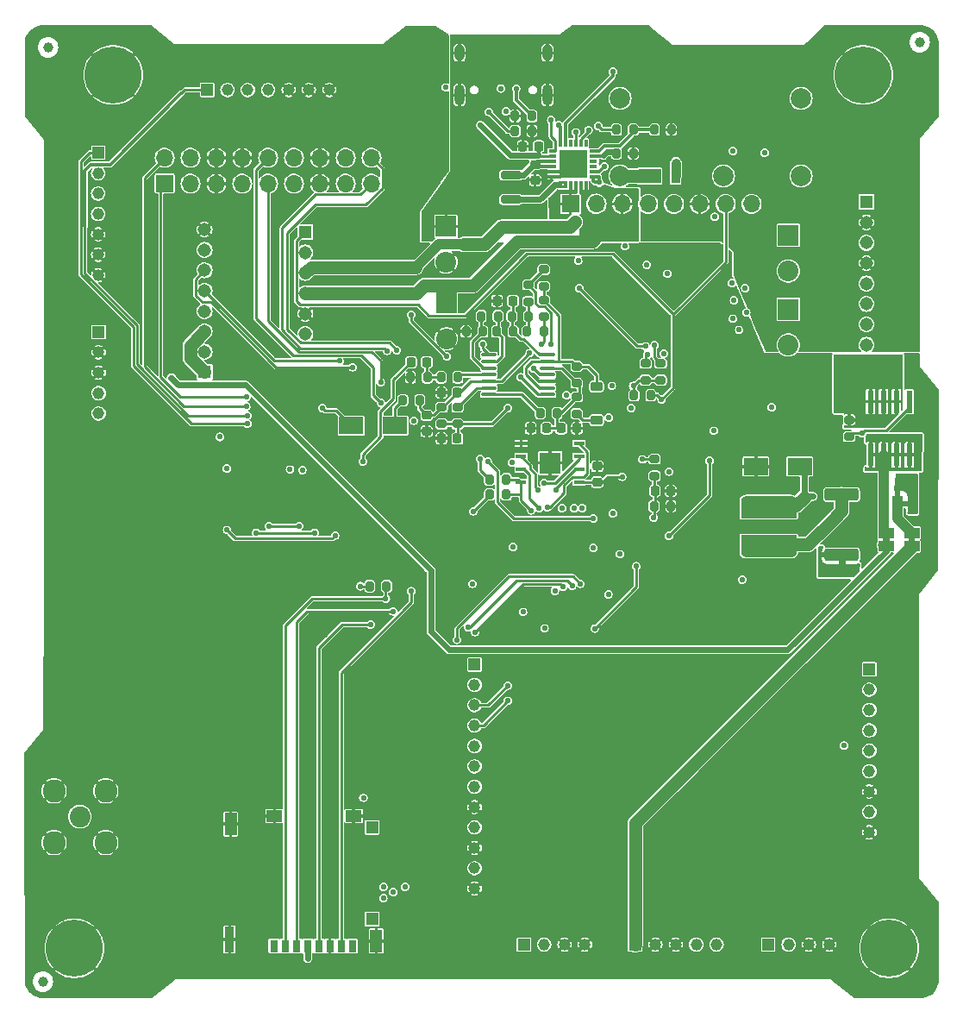
<source format=gbl>
%TF.GenerationSoftware,KiCad,Pcbnew,8.0.4*%
%TF.CreationDate,2025-03-18T17:40:55-07:00*%
%TF.ProjectId,mainboard,6d61696e-626f-4617-9264-2e6b69636164,v6.4*%
%TF.SameCoordinates,Original*%
%TF.FileFunction,Copper,L4,Bot*%
%TF.FilePolarity,Positive*%
%FSLAX46Y46*%
G04 Gerber Fmt 4.6, Leading zero omitted, Abs format (unit mm)*
G04 Created by KiCad (PCBNEW 8.0.4) date 2025-03-18 17:40:55*
%MOMM*%
%LPD*%
G01*
G04 APERTURE LIST*
G04 Aperture macros list*
%AMRoundRect*
0 Rectangle with rounded corners*
0 $1 Rounding radius*
0 $2 $3 $4 $5 $6 $7 $8 $9 X,Y pos of 4 corners*
0 Add a 4 corners polygon primitive as box body*
4,1,4,$2,$3,$4,$5,$6,$7,$8,$9,$2,$3,0*
0 Add four circle primitives for the rounded corners*
1,1,$1+$1,$2,$3*
1,1,$1+$1,$4,$5*
1,1,$1+$1,$6,$7*
1,1,$1+$1,$8,$9*
0 Add four rect primitives between the rounded corners*
20,1,$1+$1,$2,$3,$4,$5,0*
20,1,$1+$1,$4,$5,$6,$7,0*
20,1,$1+$1,$6,$7,$8,$9,0*
20,1,$1+$1,$8,$9,$2,$3,0*%
%AMFreePoly0*
4,1,17,-1.075000,2.212500,-1.059717,2.339761,-1.006018,2.475934,-0.917570,2.592570,-0.800934,2.681018,-0.664761,2.734717,-0.537500,2.750000,1.075000,2.750000,1.075000,-2.750000,-0.537500,-2.750000,-0.664761,-2.734717,-0.800934,-2.681018,-0.917570,-2.592570,-1.006018,-2.475934,-1.059717,-2.339761,-1.075000,-2.212500,-1.075000,2.212500,-1.075000,2.212500,$1*%
%AMFreePoly1*
4,1,17,-1.075000,2.750000,0.537500,2.750000,0.664761,2.734717,0.800934,2.681018,0.917570,2.592570,1.006018,2.475934,1.059717,2.339761,1.075000,2.212500,1.075000,-2.212500,1.059717,-2.339761,1.006018,-2.475934,0.917570,-2.592570,0.800934,-2.681018,0.664761,-2.734717,0.537500,-2.750000,-1.075000,-2.750000,-1.075000,2.750000,-1.075000,2.750000,$1*%
G04 Aperture macros list end*
%TA.AperFunction,EtchedComponent*%
%ADD10C,0.000000*%
%TD*%
%TA.AperFunction,ComponentPad*%
%ADD11C,5.600000*%
%TD*%
%TA.AperFunction,ComponentPad*%
%ADD12C,2.006600*%
%TD*%
%TA.AperFunction,ComponentPad*%
%ADD13C,2.050000*%
%TD*%
%TA.AperFunction,ComponentPad*%
%ADD14C,2.250000*%
%TD*%
%TA.AperFunction,ComponentPad*%
%ADD15R,2.032000X2.032000*%
%TD*%
%TA.AperFunction,ComponentPad*%
%ADD16C,2.032000*%
%TD*%
%TA.AperFunction,ComponentPad*%
%ADD17O,1.000000X2.100000*%
%TD*%
%TA.AperFunction,ComponentPad*%
%ADD18O,1.000000X1.600000*%
%TD*%
%TA.AperFunction,ComponentPad*%
%ADD19C,0.600000*%
%TD*%
%TA.AperFunction,ComponentPad*%
%ADD20R,1.150000X1.150000*%
%TD*%
%TA.AperFunction,ComponentPad*%
%ADD21C,1.150000*%
%TD*%
%TA.AperFunction,ComponentPad*%
%ADD22R,1.308000X1.308000*%
%TD*%
%TA.AperFunction,ComponentPad*%
%ADD23C,1.308000*%
%TD*%
%TA.AperFunction,SMDPad,CuDef*%
%ADD24R,1.160000X1.250000*%
%TD*%
%TA.AperFunction,SMDPad,CuDef*%
%ADD25R,1.500000X1.150000*%
%TD*%
%TA.AperFunction,SMDPad,CuDef*%
%ADD26R,1.150000X2.200000*%
%TD*%
%TA.AperFunction,SMDPad,CuDef*%
%ADD27R,0.950000X2.500000*%
%TD*%
%TA.AperFunction,SMDPad,CuDef*%
%ADD28R,1.160000X1.200000*%
%TD*%
%TA.AperFunction,SMDPad,CuDef*%
%ADD29R,0.800000X1.240000*%
%TD*%
%TA.AperFunction,SMDPad,CuDef*%
%ADD30C,1.000000*%
%TD*%
%TA.AperFunction,SMDPad,CuDef*%
%ADD31RoundRect,0.200000X-0.200000X-0.275000X0.200000X-0.275000X0.200000X0.275000X-0.200000X0.275000X0*%
%TD*%
%TA.AperFunction,SMDPad,CuDef*%
%ADD32R,0.300000X0.800000*%
%TD*%
%TA.AperFunction,SMDPad,CuDef*%
%ADD33R,0.800000X0.300000*%
%TD*%
%TA.AperFunction,SMDPad,CuDef*%
%ADD34R,2.800000X2.800000*%
%TD*%
%TA.AperFunction,SMDPad,CuDef*%
%ADD35RoundRect,0.200000X0.200000X0.275000X-0.200000X0.275000X-0.200000X-0.275000X0.200000X-0.275000X0*%
%TD*%
%TA.AperFunction,SMDPad,CuDef*%
%ADD36RoundRect,0.225000X0.250000X-0.225000X0.250000X0.225000X-0.250000X0.225000X-0.250000X-0.225000X0*%
%TD*%
%TA.AperFunction,SMDPad,CuDef*%
%ADD37RoundRect,0.177600X-0.822400X0.222400X-0.822400X-0.222400X0.822400X-0.222400X0.822400X0.222400X0*%
%TD*%
%TA.AperFunction,SMDPad,CuDef*%
%ADD38R,0.900000X1.400000*%
%TD*%
%TA.AperFunction,SMDPad,CuDef*%
%ADD39R,2.200000X1.400000*%
%TD*%
%TA.AperFunction,ComponentPad*%
%ADD40R,1.700000X1.700000*%
%TD*%
%TA.AperFunction,ComponentPad*%
%ADD41O,1.700000X1.700000*%
%TD*%
%TA.AperFunction,SMDPad,CuDef*%
%ADD42RoundRect,0.200000X0.275000X-0.200000X0.275000X0.200000X-0.275000X0.200000X-0.275000X-0.200000X0*%
%TD*%
%TA.AperFunction,SMDPad,CuDef*%
%ADD43R,1.500000X1.000000*%
%TD*%
%TA.AperFunction,SMDPad,CuDef*%
%ADD44RoundRect,0.225000X-0.225000X-0.250000X0.225000X-0.250000X0.225000X0.250000X-0.225000X0.250000X0*%
%TD*%
%TA.AperFunction,SMDPad,CuDef*%
%ADD45RoundRect,0.200000X-0.275000X0.200000X-0.275000X-0.200000X0.275000X-0.200000X0.275000X0.200000X0*%
%TD*%
%TA.AperFunction,SMDPad,CuDef*%
%ADD46RoundRect,0.225000X0.225000X0.250000X-0.225000X0.250000X-0.225000X-0.250000X0.225000X-0.250000X0*%
%TD*%
%TA.AperFunction,SMDPad,CuDef*%
%ADD47FreePoly0,270.000000*%
%TD*%
%TA.AperFunction,SMDPad,CuDef*%
%ADD48FreePoly1,270.000000*%
%TD*%
%TA.AperFunction,SMDPad,CuDef*%
%ADD49R,2.350000X1.700000*%
%TD*%
%TA.AperFunction,SMDPad,CuDef*%
%ADD50R,0.609600X2.209800*%
%TD*%
%TA.AperFunction,SMDPad,CuDef*%
%ADD51RoundRect,0.250000X-1.425000X0.362500X-1.425000X-0.362500X1.425000X-0.362500X1.425000X0.362500X0*%
%TD*%
%TA.AperFunction,SMDPad,CuDef*%
%ADD52RoundRect,0.100000X-0.637500X-0.100000X0.637500X-0.100000X0.637500X0.100000X-0.637500X0.100000X0*%
%TD*%
%TA.AperFunction,SMDPad,CuDef*%
%ADD53R,1.050000X0.450000*%
%TD*%
%TA.AperFunction,SMDPad,CuDef*%
%ADD54R,2.100000X2.100000*%
%TD*%
%TA.AperFunction,SMDPad,CuDef*%
%ADD55R,1.000000X1.500000*%
%TD*%
%TA.AperFunction,SMDPad,CuDef*%
%ADD56RoundRect,0.225000X-0.250000X0.225000X-0.250000X-0.225000X0.250000X-0.225000X0.250000X0.225000X0*%
%TD*%
%TA.AperFunction,SMDPad,CuDef*%
%ADD57RoundRect,0.225000X-0.375000X0.225000X-0.375000X-0.225000X0.375000X-0.225000X0.375000X0.225000X0*%
%TD*%
%TA.AperFunction,ViaPad*%
%ADD58C,0.584200*%
%TD*%
%TA.AperFunction,ViaPad*%
%ADD59C,0.600000*%
%TD*%
%TA.AperFunction,ViaPad*%
%ADD60C,1.168400*%
%TD*%
%TA.AperFunction,Conductor*%
%ADD61C,0.609600*%
%TD*%
%TA.AperFunction,Conductor*%
%ADD62C,0.234950*%
%TD*%
%TA.AperFunction,Conductor*%
%ADD63C,0.271780*%
%TD*%
%TA.AperFunction,Conductor*%
%ADD64C,1.270000*%
%TD*%
%TA.AperFunction,Conductor*%
%ADD65C,0.279400*%
%TD*%
%TA.AperFunction,Conductor*%
%ADD66C,0.300000*%
%TD*%
%TA.AperFunction,Conductor*%
%ADD67C,0.337947*%
%TD*%
%TA.AperFunction,Conductor*%
%ADD68C,1.000000*%
%TD*%
%TA.AperFunction,Conductor*%
%ADD69C,0.889000*%
%TD*%
G04 APERTURE END LIST*
D10*
%TA.AperFunction,EtchedComponent*%
G36*
X183450000Y-103400000D02*
G01*
X182850000Y-103400000D01*
X182850000Y-102900000D01*
X183450000Y-102900000D01*
X183450000Y-103400000D01*
G37*
%TD.AperFunction*%
%TA.AperFunction,EtchedComponent*%
G36*
X185950000Y-103425000D02*
G01*
X185350000Y-103425000D01*
X185350000Y-102925000D01*
X185950000Y-102925000D01*
X185950000Y-103425000D01*
G37*
%TD.AperFunction*%
D11*
X107236100Y-57564100D03*
X103426100Y-143294100D03*
X183426100Y-143294100D03*
X180896100Y-57564100D03*
D12*
X157000000Y-67500000D03*
X157000000Y-59880000D03*
X167160000Y-67500000D03*
X174780000Y-59880000D03*
X174780000Y-67500000D03*
D13*
X103949500Y-130365500D03*
D14*
X106489500Y-127825500D03*
X101409500Y-127825500D03*
X106489500Y-132905500D03*
X101409500Y-132905500D03*
D15*
X173532800Y-80572200D03*
D16*
X173532800Y-84072200D03*
D15*
X139954000Y-79959200D03*
D16*
X139954000Y-83459200D03*
D17*
X149872000Y-59553000D03*
D18*
X149872000Y-55413000D03*
D17*
X141232000Y-59553000D03*
D18*
X141232000Y-55413000D03*
D15*
X139903200Y-72440800D03*
D16*
X139903200Y-75940800D03*
D15*
X173532800Y-73307800D03*
D16*
X173532800Y-76807800D03*
D19*
X149326667Y-103010000D03*
X149326667Y-104143333D03*
X149326667Y-105276666D03*
X150460000Y-103010000D03*
X150460000Y-104143333D03*
X150460000Y-105276666D03*
X151593333Y-103010000D03*
X151593333Y-104143333D03*
X151593333Y-105276666D03*
D20*
X158484001Y-142920000D03*
D21*
X160484002Y-142920000D03*
X162484001Y-142920000D03*
X164484002Y-142920000D03*
X166484000Y-142920000D03*
D20*
X105800000Y-82799999D03*
D21*
X105800000Y-84800000D03*
X105800000Y-86799999D03*
X105800000Y-88800000D03*
X105800000Y-90799998D03*
D22*
X181200000Y-70050001D03*
D23*
X181200000Y-72050002D03*
X181200000Y-74050001D03*
X181200000Y-76050002D03*
X181200000Y-78050000D03*
X181200000Y-80050001D03*
X181200000Y-82050000D03*
X181200000Y-84050001D03*
D20*
X142720000Y-115430000D03*
D21*
X142720000Y-117430001D03*
X142720000Y-119430000D03*
X142720000Y-121430001D03*
X142720000Y-123429999D03*
X142720000Y-125430000D03*
X142720000Y-127429999D03*
X142720000Y-129430000D03*
X142720000Y-131430001D03*
X142720000Y-133430000D03*
X142720000Y-135430000D03*
X142720000Y-137430000D03*
D20*
X147550000Y-142920000D03*
D21*
X149550000Y-142920000D03*
X151550000Y-142920000D03*
X153550000Y-142920000D03*
D22*
X126100000Y-73000000D03*
D23*
X126100000Y-75000000D03*
X126100000Y-77000000D03*
X126100000Y-79000000D03*
X126100000Y-81000000D03*
X126100000Y-83000000D03*
D22*
X116205000Y-86739999D03*
D23*
X116205000Y-84739998D03*
X116205000Y-82739999D03*
X116205000Y-80739998D03*
X116205000Y-78740000D03*
X116205000Y-76739999D03*
X116205000Y-74740000D03*
X116205000Y-72739999D03*
D20*
X105750000Y-65214001D03*
D21*
X105750000Y-67214002D03*
X105750000Y-69214001D03*
X105750000Y-71214002D03*
X105750000Y-73214000D03*
X105750000Y-75214001D03*
X105750000Y-77214000D03*
D20*
X171550000Y-142920000D03*
D21*
X173550000Y-142920000D03*
X175550000Y-142920000D03*
X177550000Y-142920000D03*
D20*
X116450001Y-59050000D03*
D21*
X118450002Y-59050000D03*
X120450001Y-59050000D03*
X122450002Y-59050000D03*
X124450000Y-59050000D03*
X126450001Y-59050000D03*
X128450000Y-59050000D03*
D20*
X181491000Y-115900000D03*
D21*
X181491000Y-117900001D03*
X181491000Y-119900000D03*
X181491000Y-121900001D03*
X181491000Y-123899999D03*
X181491000Y-125900000D03*
X181491000Y-127899999D03*
X181491000Y-129900000D03*
X181491000Y-131900001D03*
D24*
X132650000Y-140425000D03*
D25*
X130850000Y-130300000D03*
X123070000Y-130300000D03*
D26*
X118765000Y-131095000D03*
X133055000Y-142575000D03*
D27*
X118665000Y-142425000D03*
D28*
X132650000Y-131425000D03*
D29*
X130710000Y-143055000D03*
X129610000Y-143055000D03*
X128510000Y-143055000D03*
X127410000Y-143055000D03*
X126310000Y-143055000D03*
X125210000Y-143055000D03*
X124110000Y-143055000D03*
X123010000Y-143055000D03*
D30*
X186436000Y-54356000D03*
D31*
X146700000Y-61604600D03*
X148350000Y-61604600D03*
D32*
X151150000Y-64294000D03*
X151650000Y-64294000D03*
X152150000Y-64294000D03*
X152650000Y-64294000D03*
X153150000Y-64294000D03*
X153650000Y-64294000D03*
D33*
X154400000Y-65044000D03*
X154400000Y-65544000D03*
X154400000Y-66044000D03*
X154400000Y-66544000D03*
X154400000Y-67044000D03*
X154400000Y-67544000D03*
D32*
X153650000Y-68294000D03*
X153150000Y-68294000D03*
X152650000Y-68294000D03*
X152150000Y-68294000D03*
X151650000Y-68294000D03*
X151150000Y-68294000D03*
D33*
X150400000Y-67544000D03*
X150400000Y-67044000D03*
X150400000Y-66544000D03*
X150400000Y-66044000D03*
X150400000Y-65544000D03*
X150400000Y-65044000D03*
D34*
X152400000Y-66294000D03*
D35*
X158305000Y-65278000D03*
X156655000Y-65278000D03*
D36*
X148666200Y-67900000D03*
X148666200Y-66350000D03*
D35*
X162038800Y-62941200D03*
X160388800Y-62941200D03*
D31*
X156655000Y-62941200D03*
X158305000Y-62941200D03*
D35*
X148350000Y-63075000D03*
X146700000Y-63075000D03*
D37*
X146300000Y-67400000D03*
X146300000Y-69800000D03*
D38*
X162461000Y-67500500D03*
D39*
X159911000Y-67500500D03*
D40*
X152146000Y-70231000D03*
D41*
X154686000Y-70231000D03*
X157226000Y-70231000D03*
X159766000Y-70231000D03*
X162306000Y-70231000D03*
X164846000Y-70231000D03*
X167386000Y-70231000D03*
X169926000Y-70231000D03*
D35*
X134075000Y-107750000D03*
X132425000Y-107750000D03*
D42*
X161000000Y-87525000D03*
X161000000Y-85875000D03*
D30*
X100838000Y-54864000D03*
D42*
X159500000Y-87525000D03*
X159500000Y-85875000D03*
X152750000Y-87825000D03*
X152750000Y-86175000D03*
D31*
X149175000Y-90750000D03*
X150825000Y-90750000D03*
D35*
X149525000Y-82750000D03*
X147875000Y-82750000D03*
X146525000Y-82750000D03*
X144875000Y-82750000D03*
D42*
X179500000Y-93075000D03*
X179500000Y-91425000D03*
D43*
X183150000Y-102500000D03*
X183150000Y-103800000D03*
D35*
X143525000Y-82750000D03*
X141875000Y-82750000D03*
D44*
X144925000Y-79750000D03*
X146475000Y-79750000D03*
D31*
X144175000Y-97250000D03*
X145825000Y-97250000D03*
D45*
X149500000Y-79675000D03*
X149500000Y-81325000D03*
X160400000Y-95275000D03*
X160400000Y-96925000D03*
X141045000Y-90175000D03*
X141045000Y-91825000D03*
D35*
X161990000Y-99900000D03*
X160340000Y-99900000D03*
D44*
X148225000Y-92250000D03*
X149775000Y-92250000D03*
D31*
X158375000Y-89000000D03*
X160025000Y-89000000D03*
D46*
X152775000Y-92250000D03*
X151225000Y-92250000D03*
D44*
X136475000Y-85750000D03*
X138025000Y-85750000D03*
D31*
X135675000Y-89500000D03*
X137325000Y-89500000D03*
D44*
X139475000Y-88750000D03*
X141025000Y-88750000D03*
D47*
X171600000Y-99975000D03*
D48*
X171600000Y-103825000D03*
D31*
X136425000Y-87250000D03*
X138075000Y-87250000D03*
D43*
X185650000Y-102525000D03*
X185650000Y-103825000D03*
D30*
X100330000Y-146558000D03*
D49*
X174650000Y-96012000D03*
X170350000Y-96012000D03*
D42*
X139500000Y-91825000D03*
X139500000Y-90175000D03*
D31*
X139425000Y-87250000D03*
X141075000Y-87250000D03*
D44*
X139475000Y-93250000D03*
X141025000Y-93250000D03*
D35*
X145025000Y-81250000D03*
X143375000Y-81250000D03*
D50*
X181595000Y-89633800D03*
X182865000Y-89633800D03*
X184135000Y-89633800D03*
X185405000Y-89633800D03*
X185405000Y-94866200D03*
X184135000Y-94866200D03*
X182865000Y-94866200D03*
X181595000Y-94866200D03*
D45*
X149500000Y-76675000D03*
X149500000Y-78325000D03*
D44*
X147450000Y-64575000D03*
X149000000Y-64575000D03*
D51*
X178765200Y-98764500D03*
X178765200Y-104689500D03*
D52*
X144137500Y-88950000D03*
X144137500Y-88300000D03*
X144137500Y-87650000D03*
X144137500Y-87000000D03*
X144137500Y-86350000D03*
X144137500Y-85700000D03*
X144137500Y-85050000D03*
X149862500Y-85050000D03*
X149862500Y-85700000D03*
X149862500Y-86350000D03*
X149862500Y-87000000D03*
X149862500Y-87650000D03*
X149862500Y-88300000D03*
X149862500Y-88950000D03*
D53*
X147285000Y-97560000D03*
X147285000Y-96290000D03*
X147285000Y-95020000D03*
X147285000Y-93750000D03*
X152985000Y-93750000D03*
X152985000Y-95020000D03*
X152985000Y-96290000D03*
X152985000Y-97560000D03*
D54*
X150135000Y-95655000D03*
D49*
X134900000Y-92000000D03*
X130600000Y-92000000D03*
D35*
X148025000Y-81250000D03*
X146375000Y-81250000D03*
D55*
X184225000Y-99675000D03*
X182925000Y-99675000D03*
D56*
X138000000Y-90975000D03*
X138000000Y-92525000D03*
D45*
X152750000Y-89175000D03*
X152750000Y-90825000D03*
X148000000Y-78175000D03*
X148000000Y-79825000D03*
D40*
X112280000Y-68240000D03*
D41*
X112280000Y-65700000D03*
X114820000Y-68240000D03*
X114820000Y-65700000D03*
X117360000Y-68240000D03*
X117360000Y-65700000D03*
X119900000Y-68240000D03*
X119900000Y-65700000D03*
X122440000Y-68240000D03*
X122440000Y-65700000D03*
X124980000Y-68240000D03*
X124980000Y-65700000D03*
X127520000Y-68240000D03*
X127520000Y-65700000D03*
X130060000Y-68240000D03*
X130060000Y-65700000D03*
X132600000Y-68240000D03*
X132600000Y-65700000D03*
D35*
X145825000Y-98750000D03*
X144175000Y-98750000D03*
D57*
X154700000Y-88150000D03*
X154700000Y-91450000D03*
D36*
X154750000Y-97525000D03*
X154750000Y-95975000D03*
D44*
X160425000Y-98400000D03*
X161975000Y-98400000D03*
D58*
X126310000Y-144280000D03*
D59*
X114490500Y-130492500D03*
X112712500Y-130492500D03*
X108018580Y-129528060D03*
X109283500Y-132667500D03*
X110553500Y-132667500D03*
X109283500Y-131397500D03*
X110553500Y-131397500D03*
X109288580Y-127038860D03*
X111828580Y-129528060D03*
X111828580Y-127038860D03*
X109288580Y-129528060D03*
X110558580Y-127038860D03*
X110558580Y-128308860D03*
X111828580Y-128308860D03*
X109288580Y-128308860D03*
X110558580Y-129528060D03*
X138500000Y-140800000D03*
X138500000Y-138641000D03*
X113601500Y-131381500D03*
X108013500Y-131397500D03*
X111823500Y-132667500D03*
X111823500Y-134175500D03*
X115379500Y-136588500D03*
X111823500Y-136588500D03*
X113093500Y-136588500D03*
X114236500Y-136588500D03*
X110553500Y-136588500D03*
X109283500Y-136588500D03*
X110553500Y-134175500D03*
X109283500Y-134175500D03*
X116395500Y-136588500D03*
X113601500Y-129528060D03*
X116395500Y-131635500D03*
X137357000Y-140800000D03*
X172132218Y-91811736D03*
X111823500Y-135318500D03*
X110553500Y-135318500D03*
X109283500Y-135318500D03*
X116395500Y-132667500D03*
D58*
X114998500Y-132675400D03*
D59*
X121340000Y-123510000D03*
X122729900Y-123510000D03*
X122094900Y-121922500D03*
X122094900Y-124843500D03*
X137944000Y-139657000D03*
X137357000Y-138641000D03*
X135745937Y-139720948D03*
D58*
X172974000Y-106426000D03*
X138085200Y-144263400D03*
X138250000Y-88500000D03*
X177038000Y-107696000D03*
X150000000Y-89750000D03*
X172210000Y-95170000D03*
X152082500Y-93027500D03*
X180000000Y-95250000D03*
X162000000Y-103800000D03*
X184090000Y-107390000D03*
X128000000Y-112500000D03*
X147250000Y-91500000D03*
X165000000Y-135470000D03*
X162200000Y-89100000D03*
X126000000Y-118000000D03*
X140400000Y-106500000D03*
X146000000Y-85750000D03*
X159700000Y-109400000D03*
X166824836Y-124314836D03*
X185480000Y-106080000D03*
X143185200Y-143563400D03*
X155450000Y-74450000D03*
X164860000Y-126790000D03*
X151000000Y-89500000D03*
X126000000Y-111750000D03*
X116250000Y-115750000D03*
X146250000Y-78250000D03*
X128000000Y-93250000D03*
X134000000Y-93500000D03*
X154000000Y-92500000D03*
X136500000Y-131200000D03*
X140400000Y-101000000D03*
X154700000Y-116600000D03*
X148600000Y-115800000D03*
X135659575Y-126277000D03*
X166800000Y-115140425D03*
X171958000Y-96774000D03*
X133883937Y-144258948D03*
X186810000Y-104740000D03*
X172900000Y-95900000D03*
X158750000Y-81250000D03*
X138285200Y-135863400D03*
X177000000Y-90550992D03*
X137000000Y-88250000D03*
X142200000Y-81600000D03*
X161800000Y-100900000D03*
X148807525Y-93707525D03*
X172466000Y-107188000D03*
X172974000Y-107950000D03*
X127850000Y-87500000D03*
X172466000Y-108712000D03*
X160700000Y-105100000D03*
X131883937Y-143258948D03*
X171958000Y-106426000D03*
X138000000Y-93750000D03*
X170400000Y-94300000D03*
X154750000Y-79250000D03*
X156200000Y-94900000D03*
X171958000Y-107950000D03*
X146800000Y-93100000D03*
X142800000Y-92450000D03*
X134383937Y-139758948D03*
X159000000Y-79000000D03*
X114998500Y-131635500D03*
X164175000Y-80300000D03*
X153600000Y-111400000D03*
X159500000Y-80500000D03*
X111000000Y-101500000D03*
X176030000Y-115140425D03*
X170570000Y-97300000D03*
X165227000Y-75717400D03*
X153400000Y-117000000D03*
X128383937Y-139258948D03*
X167000000Y-103750000D03*
X140400000Y-103500000D03*
X116750000Y-105000000D03*
X113445596Y-101663500D03*
X142500000Y-107500000D03*
X151750000Y-89000000D03*
X151300000Y-100100000D03*
X131500000Y-107750000D03*
X169000000Y-107100000D03*
X124600000Y-96300000D03*
X155900000Y-91200000D03*
X157000000Y-104600000D03*
X131800000Y-128500000D03*
X139900000Y-58800000D03*
X125800000Y-96350000D03*
X142600000Y-100400000D03*
X153300000Y-100100000D03*
X166200000Y-92500000D03*
X171900000Y-90200000D03*
X179000000Y-123400000D03*
X158100000Y-90250000D03*
X146400000Y-95600000D03*
X158300000Y-88100000D03*
X147475000Y-110275000D03*
X161800000Y-96500000D03*
X156200000Y-88100000D03*
X149587500Y-111887500D03*
X157200000Y-97000000D03*
X118400000Y-96200000D03*
X159639000Y-76200054D03*
X155850000Y-108550000D03*
X117700000Y-93100000D03*
X156300000Y-100600000D03*
X136750000Y-91500000D03*
X151400000Y-107800000D03*
X142750000Y-112250000D03*
X142063233Y-111763233D03*
X152300000Y-107700000D03*
X134729937Y-137765148D03*
X133764737Y-138374748D03*
X159500000Y-84200000D03*
X159200000Y-95300000D03*
X133764737Y-137257148D03*
X166300000Y-71500000D03*
X168000000Y-78000000D03*
X179800000Y-106600000D03*
X178816000Y-105664000D03*
X171200000Y-65200000D03*
X168200000Y-79700000D03*
X168100000Y-81500000D03*
X153000000Y-78500000D03*
X127750000Y-90250000D03*
X169300000Y-78500000D03*
X168086600Y-65013400D03*
X135898337Y-137257148D03*
X168700000Y-82600000D03*
X169400000Y-80900000D03*
X150250000Y-62000000D03*
X145300000Y-58900000D03*
X151000000Y-62500000D03*
X145800000Y-61150000D03*
X161300000Y-84900000D03*
X161662185Y-77080185D03*
X131750000Y-95500000D03*
X180594000Y-90424000D03*
X179855000Y-89685000D03*
X160300000Y-101000000D03*
X175082200Y-99040000D03*
X175950000Y-98940000D03*
X152900000Y-75800000D03*
X157479994Y-74358508D03*
X150622000Y-68326000D03*
X154965400Y-68122800D03*
X143500000Y-84000000D03*
X146000000Y-90250000D03*
X144100000Y-61200000D03*
X146800000Y-58928000D03*
X153180000Y-55630000D03*
X168656000Y-74250000D03*
X148400000Y-68900000D03*
X149250000Y-61200000D03*
D59*
X151485600Y-66675004D03*
D58*
X142400000Y-61200000D03*
X148800000Y-71000000D03*
X143300000Y-62500000D03*
X154853201Y-62600400D03*
X133500000Y-87750000D03*
X133500000Y-89750000D03*
D60*
X152600000Y-72000000D03*
D58*
X145988825Y-117500000D03*
X120300000Y-89200000D03*
X162486000Y-66192400D03*
X134000000Y-109000000D03*
X154500000Y-111900000D03*
X158600000Y-105800000D03*
X177800000Y-101346000D03*
X154400000Y-104000000D03*
X150600000Y-108200000D03*
X146500000Y-103900000D03*
X152500000Y-100100000D03*
X156293504Y-57256998D03*
X155448000Y-66548000D03*
X140000000Y-85200000D03*
X136500000Y-81100000D03*
X132500000Y-111500000D03*
X136500000Y-108250000D03*
X134711768Y-110211768D03*
X146000000Y-119000000D03*
X161075000Y-89425000D03*
X153100000Y-107500000D03*
X141000000Y-113000000D03*
X148300000Y-100300000D03*
X165800000Y-95450001D03*
X161800000Y-102800000D03*
X120300000Y-90100000D03*
X143250000Y-95250000D03*
X130750000Y-86250000D03*
X154400000Y-101100000D03*
X144000000Y-95500000D03*
X184410000Y-97920000D03*
X185810000Y-96970000D03*
X184750000Y-97075000D03*
X185480000Y-97980000D03*
X129450000Y-85650000D03*
X134150000Y-84650000D03*
X135075000Y-84575000D03*
X121250000Y-102500000D03*
X127000002Y-102500000D03*
X153900000Y-63000000D03*
X159700000Y-85000000D03*
X148942025Y-98342025D03*
X160400000Y-84100000D03*
X152650000Y-63200000D03*
X180750000Y-92750000D03*
X113000000Y-87300000D03*
X120400000Y-91800000D03*
X120400000Y-91000000D03*
X149500000Y-97600000D03*
X149850000Y-100020000D03*
X149050000Y-100080000D03*
X150700000Y-98300000D03*
X125500000Y-101840425D03*
X122500000Y-101840425D03*
X129020000Y-102770000D03*
X118410000Y-102240000D03*
X148500000Y-86374999D03*
X150250000Y-84000000D03*
X150900000Y-71400000D03*
D60*
X154650869Y-73534609D03*
D58*
X147250000Y-87250000D03*
X149250000Y-84000000D03*
X148125000Y-84875000D03*
D61*
X126310000Y-143055000D02*
X126310000Y-144280000D01*
D62*
X124110000Y-143055000D02*
X124110000Y-111629050D01*
X124110000Y-111629050D02*
X126739050Y-109000000D01*
X126739050Y-109000000D02*
X134000000Y-109000000D01*
X125210000Y-143055000D02*
X125220000Y-143045000D01*
X125220000Y-143045000D02*
X125220000Y-111280000D01*
X125220000Y-111280000D02*
X126288232Y-110211768D01*
X126288232Y-110211768D02*
X134711768Y-110211768D01*
X127410000Y-143055000D02*
X127410000Y-113810648D01*
X129720648Y-111500000D02*
X132500000Y-111500000D01*
X127410000Y-113810648D02*
X129720648Y-111500000D01*
X136500000Y-108250000D02*
X136500000Y-109356316D01*
X136500000Y-109356316D02*
X129610000Y-116246316D01*
X129610000Y-116246316D02*
X129610000Y-143055000D01*
X153020000Y-97525000D02*
X152985000Y-97560000D01*
X158300000Y-88925000D02*
X158375000Y-89000000D01*
X157200000Y-97000000D02*
X155800000Y-97000000D01*
D63*
X132425000Y-107750000D02*
X131500000Y-107750000D01*
D62*
X158875000Y-87525000D02*
X158300000Y-88100000D01*
X161000000Y-87525000D02*
X158875000Y-87525000D01*
X154750000Y-97525000D02*
X153020000Y-97525000D01*
X144250000Y-98750000D02*
X142600000Y-100400000D01*
X155275000Y-97525000D02*
X154750000Y-97525000D01*
X155800000Y-97000000D02*
X155275000Y-97525000D01*
X158300000Y-88100000D02*
X158300000Y-88925000D01*
X147465050Y-107534950D02*
X142750000Y-112250000D01*
X151134950Y-107534950D02*
X147465050Y-107534950D01*
X151400000Y-107800000D02*
X151134950Y-107534950D01*
X142236767Y-111763233D02*
X142063233Y-111763233D01*
X146800000Y-107200000D02*
X142236767Y-111763233D01*
X152300000Y-107700000D02*
X151800000Y-107200000D01*
X151800000Y-107200000D02*
X146800000Y-107200000D01*
D64*
X156907704Y-67500500D02*
X156892300Y-67485096D01*
D63*
X127750000Y-90250000D02*
X128000000Y-90500000D01*
D62*
X159200000Y-95300000D02*
X160375000Y-95300000D01*
D63*
X158700000Y-84200000D02*
X153000000Y-78500000D01*
D64*
X159936000Y-67500500D02*
X156907704Y-67500500D01*
D63*
X159500000Y-84200000D02*
X158700000Y-84200000D01*
X129100000Y-90500000D02*
X130600000Y-92000000D01*
D62*
X160375000Y-95300000D02*
X160400000Y-95275000D01*
D61*
X178816000Y-105664000D02*
X178816000Y-104740300D01*
D63*
X128000000Y-90500000D02*
X129100000Y-90500000D01*
D61*
X178816000Y-104740300D02*
X178765200Y-104689500D01*
D65*
X150250000Y-63600000D02*
X150646828Y-63996828D01*
X150616600Y-65044000D02*
X150622000Y-65049400D01*
X150400000Y-65044000D02*
X150647400Y-65044000D01*
X150250000Y-62000000D02*
X150291802Y-62041802D01*
X150250000Y-62000000D02*
X150250000Y-63600000D01*
X150400000Y-65044000D02*
X150616600Y-65044000D01*
X150647400Y-65044000D02*
X150647400Y-63996828D01*
X150646828Y-63996828D02*
X150647400Y-63996828D01*
D66*
X151000000Y-62500000D02*
X151150000Y-62650000D01*
X151150000Y-62650000D02*
X151150000Y-64294000D01*
D63*
X138025000Y-85750000D02*
X138025000Y-87200000D01*
X138025000Y-87200000D02*
X138075000Y-87250000D01*
X138075000Y-87250000D02*
X139425000Y-87250000D01*
X133489110Y-93085890D02*
X133489110Y-90588906D01*
X133489110Y-90588906D02*
X134750000Y-89328016D01*
X134750000Y-89328016D02*
X134750000Y-87475000D01*
X131750000Y-95500000D02*
X131750000Y-94825000D01*
X134750000Y-87475000D02*
X136475000Y-85750000D01*
X131750000Y-94825000D02*
X133489110Y-93085890D01*
D62*
X160340000Y-99900000D02*
X160340000Y-100960000D01*
X160425000Y-98400000D02*
X160425000Y-99815000D01*
X160400000Y-96925000D02*
X160400000Y-98375000D01*
X160200000Y-99775000D02*
X160225000Y-99800000D01*
X160340000Y-100960000D02*
X160300000Y-101000000D01*
D64*
X171547200Y-99827400D02*
X174294800Y-99827400D01*
X174294800Y-99827400D02*
X175082200Y-99040000D01*
D61*
X174735600Y-96012000D02*
X175082200Y-96358600D01*
X175082200Y-96358600D02*
X175082200Y-99040000D01*
X175182200Y-98940000D02*
X175082200Y-99040000D01*
X175950000Y-98940000D02*
X175182200Y-98940000D01*
D65*
X148967100Y-66544000D02*
X148666200Y-66243100D01*
D66*
X150400000Y-66544000D02*
X148967100Y-66544000D01*
D61*
X148666200Y-66243100D02*
X147509300Y-67400000D01*
X147509300Y-67400000D02*
X146300000Y-67400000D01*
D65*
X148865300Y-66044000D02*
X148666200Y-66243100D01*
D66*
X150400000Y-66044000D02*
X148865300Y-66044000D01*
D63*
X151650000Y-68516500D02*
X151150000Y-68516500D01*
D61*
X151003000Y-68326000D02*
X150876000Y-68326000D01*
X149148000Y-69800000D02*
X146300000Y-69800000D01*
D63*
X151650000Y-68072000D02*
X151150000Y-68072000D01*
D61*
X150622000Y-68326000D02*
X149148000Y-69800000D01*
D66*
X154400000Y-67544000D02*
X154920000Y-67544000D01*
X154965400Y-67589400D02*
X154965400Y-68122800D01*
X154920000Y-67544000D02*
X154965400Y-67589400D01*
X154400000Y-67977000D02*
X154545800Y-68122800D01*
X154545800Y-68122800D02*
X154965400Y-68122800D01*
X154400000Y-67544000D02*
X154400000Y-67977000D01*
D63*
X141045000Y-91825000D02*
X139500000Y-91825000D01*
X143500000Y-84412500D02*
X144137500Y-85050000D01*
X141045000Y-91825000D02*
X141045000Y-93230000D01*
X141045000Y-93230000D02*
X141025000Y-93250000D01*
X143500000Y-84000000D02*
X143500000Y-84412500D01*
X141045000Y-91825000D02*
X144425000Y-91825000D01*
X144425000Y-91825000D02*
X146000000Y-90250000D01*
D65*
X144100000Y-61200000D02*
X145975000Y-63075000D01*
X145975000Y-63075000D02*
X146525000Y-63075000D01*
D67*
X146800000Y-60054600D02*
X148350000Y-61604600D01*
X146800000Y-58928000D02*
X146800000Y-60054600D01*
D66*
X149733000Y-67538600D02*
X151118000Y-67538600D01*
X149733000Y-67044000D02*
X151118000Y-67044000D01*
D63*
X150400000Y-67544000D02*
X150261000Y-67544000D01*
X150241000Y-67564000D02*
X150241000Y-67881500D01*
X150261000Y-67544000D02*
X150241000Y-67564000D01*
D61*
X146275000Y-65475000D02*
X148979200Y-65475000D01*
D65*
X150400000Y-65544000D02*
X149048200Y-65544000D01*
X154853201Y-62600400D02*
X155194001Y-62941200D01*
X155194001Y-62941200D02*
X156718000Y-62941200D01*
X149048200Y-65544000D02*
X148979200Y-65475000D01*
D67*
X149000000Y-64400000D02*
X149000000Y-65254200D01*
X149000000Y-65254200D02*
X149100000Y-65354200D01*
D61*
X143300000Y-62500000D02*
X146275000Y-65475000D01*
D62*
X133500000Y-85626778D02*
X132630297Y-84757075D01*
X125465050Y-84765050D02*
X122440000Y-81740000D01*
X132630297Y-84757075D02*
X129080138Y-84757075D01*
X129080138Y-84757075D02*
X129072163Y-84765050D01*
X129072163Y-84765050D02*
X125465050Y-84765050D01*
X133500000Y-87750000D02*
X133500000Y-85626778D01*
X122440000Y-81740000D02*
X122440000Y-68240000D01*
X132750000Y-89000000D02*
X132750000Y-86250000D01*
X131592025Y-85092025D02*
X129218879Y-85092025D01*
X124900000Y-85100000D02*
X121250000Y-81450000D01*
X132750000Y-86250000D02*
X131592025Y-85092025D01*
X129218879Y-85092025D02*
X129210904Y-85100000D01*
X121250000Y-66890000D02*
X122440000Y-65700000D01*
X133500000Y-89750000D02*
X132750000Y-89000000D01*
X121250000Y-81450000D02*
X121250000Y-66890000D01*
X129210904Y-85100000D02*
X124900000Y-85100000D01*
D64*
X126654000Y-76446000D02*
X126100000Y-77000000D01*
X143700000Y-74200000D02*
X141646000Y-74200000D01*
X152600000Y-72000000D02*
X152100000Y-72500000D01*
D68*
X141646000Y-74200000D02*
X139184112Y-74200000D01*
D64*
X145400000Y-72500000D02*
X143700000Y-74200000D01*
D68*
X136921712Y-76446000D02*
X139175912Y-74191800D01*
D64*
X116205000Y-82739999D02*
X114816000Y-84128999D01*
X132396000Y-76446000D02*
X126654000Y-76446000D01*
X114816000Y-84128999D02*
X114816000Y-85350999D01*
X152100000Y-72500000D02*
X145400000Y-72500000D01*
X114816000Y-85350999D02*
X116205000Y-86739999D01*
X132396000Y-76446000D02*
X136921712Y-76446000D01*
D68*
X139184112Y-74200000D02*
X139175912Y-74191800D01*
D62*
X144058825Y-119430000D02*
X145988825Y-117500000D01*
X142720000Y-119430000D02*
X144058825Y-119430000D01*
X120254000Y-89154000D02*
X120300000Y-89200000D01*
X111900000Y-87211200D02*
X113842800Y-89154000D01*
X112280000Y-68240000D02*
X111900000Y-68620000D01*
X113842800Y-89154000D02*
X120254000Y-89154000D01*
X111900000Y-68620000D02*
X111900000Y-87211200D01*
D69*
X162486000Y-67500500D02*
X162486000Y-66192400D01*
D62*
X134000000Y-107825000D02*
X134075000Y-107750000D01*
X134000000Y-109000000D02*
X134000000Y-107825000D01*
X158600000Y-105800000D02*
X158600000Y-107800000D01*
X158600000Y-107800000D02*
X154500000Y-111900000D01*
D64*
X178765200Y-98764500D02*
X178765200Y-100380800D01*
X171547200Y-103677400D02*
X175468600Y-103677400D01*
X178765200Y-100380800D02*
X177800000Y-101346000D01*
X175468600Y-103677400D02*
X177800000Y-101346000D01*
D63*
X149862500Y-85700000D02*
X148359860Y-85700000D01*
X149500000Y-79675000D02*
X151000000Y-81175000D01*
X148359860Y-85700000D02*
X147750000Y-86309860D01*
X154700000Y-88150000D02*
X154700000Y-87050000D01*
X151000000Y-81175000D02*
X151000000Y-85700000D01*
X152275000Y-85700000D02*
X152750000Y-86175000D01*
X149500000Y-78325000D02*
X149500000Y-79675000D01*
X154700000Y-87050000D02*
X153825000Y-86175000D01*
X151000000Y-85700000D02*
X152275000Y-85700000D01*
X152750000Y-86175000D02*
X153825000Y-86175000D01*
X147750000Y-86924999D02*
X149125001Y-88300000D01*
X149862500Y-85700000D02*
X151000000Y-85700000D01*
X149125001Y-88300000D02*
X149862500Y-88300000D01*
X147750000Y-86309860D02*
X147750000Y-86924999D01*
X153375000Y-91450000D02*
X152750000Y-90825000D01*
X154700000Y-91450000D02*
X153375000Y-91450000D01*
D66*
X151650000Y-62350000D02*
X156293504Y-57706496D01*
X151650000Y-64294000D02*
X151650000Y-62350000D01*
X156293504Y-57706496D02*
X156293504Y-57256998D01*
X155204192Y-66804794D02*
X155204192Y-66791808D01*
X154964986Y-67044000D02*
X155204192Y-66804794D01*
X155204192Y-66791808D02*
X155448000Y-66548000D01*
X154400000Y-67044000D02*
X154964986Y-67044000D01*
D62*
X140000000Y-85200000D02*
X139950402Y-85200000D01*
X139950402Y-85200000D02*
X136500000Y-81749598D01*
X136500000Y-81749598D02*
X136500000Y-81100000D01*
X143569999Y-121430001D02*
X142720000Y-121430001D01*
X146000000Y-119000000D02*
X143569999Y-121430001D01*
X167386000Y-70231000D02*
X167386000Y-75914000D01*
X162200000Y-88300000D02*
X162200000Y-81100000D01*
X156350000Y-75150000D02*
X162250000Y-81050000D01*
X126100000Y-73100000D02*
X126000000Y-73100000D01*
X125228525Y-79757050D02*
X125600000Y-80128525D01*
X160650000Y-89000000D02*
X160025000Y-89000000D01*
X161075000Y-89425000D02*
X162200000Y-88300000D01*
X126000000Y-73100000D02*
X125228525Y-73871475D01*
X141807325Y-81192675D02*
X147850000Y-75150000D01*
X167386000Y-75914000D02*
X162250000Y-81050000D01*
X137149668Y-80128525D02*
X138213818Y-81192675D01*
X138213818Y-81192675D02*
X141807325Y-81192675D01*
X125228525Y-73871475D02*
X125228525Y-79757050D01*
X161075000Y-89425000D02*
X160650000Y-89000000D01*
X147850000Y-75150000D02*
X156350000Y-75150000D01*
X162200000Y-81100000D02*
X162250000Y-81050000D01*
X125600000Y-80128525D02*
X137149668Y-80128525D01*
D63*
X134900000Y-90275000D02*
X135675000Y-89500000D01*
X134925000Y-91975000D02*
X134900000Y-92000000D01*
X134900000Y-92000000D02*
X134900000Y-90275000D01*
D62*
X146093684Y-106800000D02*
X141000000Y-111893684D01*
X152400000Y-106800000D02*
X146093684Y-106800000D01*
X141000000Y-111893684D02*
X141000000Y-113000000D01*
X153100000Y-107500000D02*
X152400000Y-106800000D01*
D66*
X154400000Y-65044000D02*
X154935396Y-65044000D01*
X158267500Y-62941200D02*
X160426300Y-62941200D01*
X158267500Y-63220500D02*
X158267500Y-62992000D01*
X154935396Y-65044000D02*
X155463395Y-64516000D01*
X155463395Y-64516000D02*
X156972000Y-64516000D01*
X156972000Y-64516000D02*
X158267500Y-63220500D01*
X158267500Y-62992000D02*
X158267500Y-62941200D01*
D61*
X155676600Y-65125600D02*
X155346400Y-65455800D01*
X156514800Y-65125600D02*
X155676600Y-65125600D01*
D65*
X155334400Y-65544000D02*
X155346400Y-65532000D01*
D66*
X154400000Y-65544000D02*
X155334400Y-65544000D01*
D61*
X156464000Y-65125600D02*
X155901000Y-65125600D01*
D62*
X146975000Y-97250000D02*
X147285000Y-97560000D01*
X147285000Y-99285000D02*
X147285000Y-98750000D01*
X148300000Y-100300000D02*
X147285000Y-99285000D01*
X145825000Y-97250000D02*
X146975000Y-97250000D01*
X147285000Y-98750000D02*
X147285000Y-97560000D01*
X145825000Y-98750000D02*
X147285000Y-98750000D01*
X165800000Y-98800000D02*
X161800000Y-102800000D01*
X165800000Y-95450001D02*
X165800000Y-98800000D01*
X110300000Y-86220800D02*
X114179200Y-90100000D01*
X114179200Y-90100000D02*
X120300000Y-90100000D01*
X110300000Y-67680000D02*
X110300000Y-86220800D01*
X112280000Y-65700000D02*
X110300000Y-67680000D01*
X143250000Y-96325000D02*
X144175000Y-97250000D01*
X143250000Y-95250000D02*
X143250000Y-96325000D01*
X123241309Y-86250000D02*
X116859832Y-79868523D01*
X144950000Y-96450000D02*
X144950000Y-99500000D01*
X115968523Y-79868523D02*
X115333525Y-79233525D01*
X146550000Y-101100000D02*
X154400000Y-101100000D01*
X115333525Y-77611474D02*
X116205000Y-76739999D01*
X116859832Y-79868523D02*
X115968523Y-79868523D01*
X144950000Y-99500000D02*
X146550000Y-101100000D01*
X144000000Y-95500000D02*
X144950000Y-96450000D01*
X115333525Y-79233525D02*
X115333525Y-77611474D01*
X130750000Y-86250000D02*
X123241309Y-86250000D01*
D68*
X184225000Y-99675000D02*
X184225000Y-101100000D01*
X184225000Y-101100000D02*
X185650000Y-102525000D01*
D62*
X123065000Y-85600000D02*
X116205000Y-78740000D01*
X129450000Y-85650000D02*
X129400000Y-85600000D01*
X129400000Y-85600000D02*
X123065000Y-85600000D01*
X127092525Y-69307475D02*
X131532525Y-69307475D01*
X133900000Y-84400000D02*
X125600000Y-84400000D01*
X134150000Y-84650000D02*
X133900000Y-84400000D01*
X123800000Y-72600000D02*
X127092525Y-69307475D01*
X131532525Y-69307475D02*
X132600000Y-68240000D01*
X123800000Y-82600000D02*
X123800000Y-72600000D01*
X125600000Y-84400000D02*
X123800000Y-82600000D01*
X124300000Y-73100000D02*
X127100000Y-70300000D01*
X133667475Y-68682163D02*
X133667475Y-66767475D01*
X127100000Y-70300000D02*
X132049638Y-70300000D01*
X132049638Y-70300000D02*
X133667475Y-68682163D01*
X134371475Y-83871475D02*
X125639023Y-83871475D01*
X125639023Y-83871475D02*
X124300000Y-82532452D01*
X135075000Y-84575000D02*
X134371475Y-83871475D01*
X124300000Y-82532452D02*
X124300000Y-73100000D01*
X133667475Y-66767475D02*
X132600000Y-65700000D01*
X121250000Y-102500000D02*
X127000002Y-102500000D01*
X159500000Y-85875000D02*
X159500000Y-85200000D01*
X159500000Y-85200000D02*
X159700000Y-85000000D01*
X153150000Y-63848130D02*
X153150000Y-64294000D01*
X153900000Y-63098130D02*
X153150000Y-63848130D01*
X153900000Y-63000000D02*
X153900000Y-63098130D01*
D63*
X141325000Y-87000000D02*
X144137500Y-87000000D01*
X141075000Y-87250000D02*
X141325000Y-87000000D01*
X144137500Y-88300000D02*
X142920000Y-88300000D01*
X142920000Y-88300000D02*
X141045000Y-90175000D01*
D62*
X148942025Y-98342025D02*
X148675000Y-98075000D01*
X148150000Y-96225000D02*
X148150000Y-95885000D01*
X148675000Y-98075000D02*
X148675000Y-96750000D01*
X148150000Y-95885000D02*
X147285000Y-95020000D01*
X148675000Y-96750000D02*
X148150000Y-96225000D01*
X160400000Y-85275000D02*
X161000000Y-85875000D01*
X152650000Y-63200000D02*
X152650000Y-64294000D01*
X160400000Y-84100000D02*
X160400000Y-85275000D01*
X183113450Y-92500000D02*
X181000000Y-92500000D01*
X180750000Y-92750000D02*
X179825000Y-92750000D01*
X181000000Y-92500000D02*
X180750000Y-92750000D01*
X185405000Y-90208450D02*
X185405000Y-89633800D01*
X179825000Y-92750000D02*
X179500000Y-93075000D01*
X183113450Y-92500000D02*
X185405000Y-90208450D01*
X182425000Y-103750000D02*
X182425000Y-103675000D01*
D61*
X173454014Y-114000000D02*
X183150000Y-104304014D01*
X183150000Y-104304014D02*
X183150000Y-103800000D01*
X140250000Y-114000000D02*
X173454014Y-114000000D01*
X120270000Y-88020000D02*
X138422993Y-106172993D01*
X113000000Y-87400000D02*
X113000000Y-87300000D01*
X138422993Y-106172993D02*
X138422993Y-112172993D01*
X113000000Y-87300000D02*
X112900000Y-87300000D01*
X138422993Y-112172993D02*
X140250000Y-114000000D01*
X113000000Y-87400000D02*
X113620000Y-88020000D01*
X113620000Y-88020000D02*
X120270000Y-88020000D01*
X112900000Y-87300000D02*
X113000000Y-87400000D01*
D64*
X158484001Y-130990999D02*
X158484001Y-142920000D01*
X185650000Y-103825000D02*
X158484001Y-130990999D01*
D68*
X182925000Y-99675000D02*
X182925000Y-94926200D01*
X182925000Y-99675000D02*
X182925000Y-102275000D01*
X182925000Y-102275000D02*
X183150000Y-102500000D01*
D62*
X182925000Y-94926200D02*
X182865000Y-94866200D01*
X109213552Y-86081732D02*
X114931820Y-91800000D01*
X105750000Y-65214001D02*
X104940050Y-65214001D01*
X104063551Y-66090500D02*
X104063551Y-77121970D01*
X104940050Y-65214001D02*
X104063551Y-66090500D01*
X114931820Y-91800000D02*
X120400000Y-91800000D01*
X109213552Y-82271971D02*
X109213552Y-86081732D01*
X104063551Y-77121970D02*
X109213552Y-82271971D01*
X116450001Y-59050000D02*
X114250000Y-59050000D01*
X114250000Y-59050000D02*
X113915000Y-59385000D01*
X109548502Y-85942992D02*
X114605510Y-91000000D01*
X114605510Y-91000000D02*
X120400000Y-91000000D01*
X109548502Y-82133231D02*
X109548502Y-85942992D01*
D67*
X113915000Y-59385000D02*
X106929972Y-66370028D01*
X105029972Y-66370028D02*
X104450000Y-66950000D01*
X104450000Y-66950000D02*
X104450000Y-72425000D01*
D62*
X104450000Y-72425000D02*
X104450000Y-77034729D01*
D67*
X106929972Y-66370028D02*
X105029972Y-66370028D01*
D62*
X104450000Y-77034729D02*
X109548502Y-82133231D01*
X150610000Y-97600000D02*
X152985000Y-95225000D01*
X152985000Y-95225000D02*
X152985000Y-95020000D01*
X149500000Y-97600000D02*
X150610000Y-97600000D01*
X151520622Y-98593768D02*
X151520622Y-97829378D01*
X151520622Y-97829378D02*
X152350000Y-97000000D01*
X152350000Y-97000000D02*
X153459950Y-97000000D01*
X153800000Y-94565000D02*
X152985000Y-93750000D01*
X150094390Y-100020000D02*
X151520622Y-98593768D01*
X153800000Y-96659950D02*
X153800000Y-94565000D01*
X149850000Y-100020000D02*
X150094390Y-100020000D01*
X153459950Y-97000000D02*
X153800000Y-96659950D01*
X148100000Y-99130000D02*
X149050000Y-100080000D01*
X147285000Y-96290000D02*
X147585000Y-96290000D01*
X148100000Y-96805000D02*
X148100000Y-99130000D01*
X147585000Y-96290000D02*
X148100000Y-96805000D01*
X150700000Y-98150000D02*
X152560000Y-96290000D01*
X150700000Y-98300000D02*
X150700000Y-98150000D01*
X152560000Y-96290000D02*
X152985000Y-96290000D01*
X125500000Y-101840425D02*
X122500000Y-101840425D01*
X128732025Y-103057975D02*
X119227975Y-103057975D01*
X119227975Y-103057975D02*
X118410000Y-102240000D01*
X129020000Y-102770000D02*
X128732025Y-103057975D01*
D63*
X144137500Y-88950000D02*
X147375000Y-88950000D01*
X147375000Y-88950000D02*
X149175000Y-90750000D01*
X149038906Y-80310890D02*
X148710890Y-79982874D01*
X148500000Y-86374999D02*
X149125001Y-87000000D01*
X148710890Y-79982874D02*
X148710890Y-78885890D01*
X149125001Y-87000000D02*
X149862500Y-87000000D01*
X149582874Y-80310890D02*
X149038906Y-80310890D01*
X148710890Y-78885890D02*
X148000000Y-78175000D01*
X150250000Y-84000000D02*
X150250000Y-80978016D01*
X150250000Y-80978016D02*
X149582874Y-80310890D01*
X149500000Y-76675000D02*
X148000000Y-78175000D01*
D65*
X152150000Y-68294000D02*
X152150000Y-68576000D01*
D66*
X152150000Y-68294000D02*
X152150000Y-68830000D01*
X152650000Y-68294000D02*
X152650000Y-68830000D01*
D64*
X146900000Y-73900000D02*
X142591800Y-78208200D01*
X137000000Y-79000000D02*
X126100000Y-79000000D01*
D66*
X153150000Y-68294000D02*
X153150000Y-68822000D01*
D64*
X154650869Y-73534609D02*
X154285478Y-73900000D01*
D65*
X153150000Y-68294000D02*
X153150000Y-68504500D01*
D64*
X154285478Y-73900000D02*
X146900000Y-73900000D01*
X137791800Y-78208200D02*
X137000000Y-79000000D01*
D65*
X153650000Y-68294000D02*
X153650000Y-68496500D01*
D64*
X142591800Y-78208200D02*
X137791800Y-78208200D01*
D66*
X153650000Y-68294000D02*
X153650000Y-68814000D01*
D63*
X149862500Y-88950000D02*
X148950000Y-88950000D01*
X148950000Y-88950000D02*
X147250000Y-87250000D01*
X152750000Y-87825000D02*
X152976390Y-88051390D01*
X150825000Y-92175000D02*
X150825000Y-90750000D01*
X152976390Y-88051390D02*
X152976390Y-88948610D01*
X151175000Y-90750000D02*
X152750000Y-89175000D01*
X152976390Y-88948610D02*
X152750000Y-89175000D01*
X150750000Y-92250000D02*
X151225000Y-92250000D01*
X150750000Y-92250000D02*
X150825000Y-92175000D01*
X149862500Y-86350000D02*
X151275000Y-86350000D01*
X151275000Y-86350000D02*
X152750000Y-87825000D01*
X150825000Y-90750000D02*
X151175000Y-90750000D01*
X149775000Y-92250000D02*
X150750000Y-92250000D01*
X141025000Y-88750000D02*
X141250000Y-88750000D01*
X139600000Y-90175000D02*
X141025000Y-88750000D01*
X149500000Y-81325000D02*
X149500000Y-82725000D01*
X142350000Y-87650000D02*
X144137500Y-87650000D01*
X137325000Y-89500000D02*
X137325000Y-90300000D01*
X144137500Y-87650000D02*
X145350000Y-87650000D01*
X139500000Y-90175000D02*
X139600000Y-90175000D01*
X149525000Y-83725000D02*
X149250000Y-84000000D01*
X138000000Y-90975000D02*
X138700000Y-90975000D01*
X145350000Y-87650000D02*
X148125000Y-84875000D01*
X149500000Y-82725000D02*
X149525000Y-82750000D01*
X149525000Y-82750000D02*
X149525000Y-83725000D01*
X138700000Y-90975000D02*
X139500000Y-90175000D01*
X137325000Y-90300000D02*
X138000000Y-90975000D01*
X141250000Y-88750000D02*
X142350000Y-87650000D01*
X146475000Y-79750000D02*
X146475000Y-81150000D01*
X149125001Y-85050000D02*
X147535891Y-83460890D01*
X147535891Y-83460890D02*
X147235890Y-83460890D01*
X149862500Y-85050000D02*
X149125001Y-85050000D01*
X146475000Y-81150000D02*
X146375000Y-81250000D01*
X146375000Y-82600000D02*
X146525000Y-82750000D01*
X146375000Y-81250000D02*
X146375000Y-82600000D01*
X147235890Y-83460890D02*
X146525000Y-82750000D01*
X148025000Y-81250000D02*
X148025000Y-82600000D01*
X148025000Y-82600000D02*
X147875000Y-82750000D01*
X148000000Y-81225000D02*
X148025000Y-81250000D01*
X148000000Y-79825000D02*
X148000000Y-81225000D01*
X145025000Y-82600000D02*
X144875000Y-82750000D01*
X145425000Y-85149999D02*
X144874999Y-85700000D01*
X145425000Y-85149999D02*
X145425000Y-83300000D01*
X145425000Y-83300000D02*
X144875000Y-82750000D01*
X145025000Y-81250000D02*
X145025000Y-82600000D01*
X144874999Y-85700000D02*
X144137500Y-85700000D01*
X143375000Y-82600000D02*
X143525000Y-82750000D01*
X143572210Y-86350000D02*
X144137500Y-86350000D01*
X142500000Y-85277790D02*
X143572210Y-86350000D01*
X142500000Y-83775000D02*
X142500000Y-85277790D01*
X143525000Y-82750000D02*
X142500000Y-83775000D01*
X143375000Y-81250000D02*
X143375000Y-82600000D01*
%TA.AperFunction,Conductor*%
G36*
X186508144Y-52689734D02*
G01*
X186736894Y-52704727D01*
X186744998Y-52705793D01*
X186967838Y-52750119D01*
X186975713Y-52752229D01*
X187190867Y-52825264D01*
X187198398Y-52828383D01*
X187402178Y-52928876D01*
X187409258Y-52932964D01*
X187598160Y-53059185D01*
X187604645Y-53064161D01*
X187775466Y-53213966D01*
X187781233Y-53219733D01*
X187896051Y-53350659D01*
X187931037Y-53390553D01*
X187936014Y-53397039D01*
X188062235Y-53585941D01*
X188066323Y-53593021D01*
X188166811Y-53796790D01*
X188169937Y-53804339D01*
X188242967Y-54019475D01*
X188245083Y-54027372D01*
X188289405Y-54250200D01*
X188290472Y-54258305D01*
X188305466Y-54487055D01*
X188305600Y-54491143D01*
X188305600Y-54534584D01*
X188305681Y-54535403D01*
X188318135Y-61578646D01*
X188304336Y-61617929D01*
X186491874Y-63871259D01*
X186487369Y-63876279D01*
X186469225Y-63894423D01*
X186469220Y-63894431D01*
X186468380Y-63896460D01*
X186459350Y-63911695D01*
X186457971Y-63913409D01*
X186457970Y-63913411D01*
X186450762Y-63938043D01*
X186448521Y-63944404D01*
X186438701Y-63968113D01*
X186438700Y-63968120D01*
X186438700Y-63970307D01*
X186436186Y-63987856D01*
X186435569Y-63989963D01*
X186438336Y-64015481D01*
X186438700Y-64022218D01*
X186438700Y-84690500D01*
X186420394Y-84734694D01*
X186376200Y-84753000D01*
X181753096Y-84753000D01*
X181708902Y-84734694D01*
X181690596Y-84690500D01*
X181708902Y-84646306D01*
X181759245Y-84595963D01*
X181814867Y-84540341D01*
X181908562Y-84391227D01*
X181966727Y-84225001D01*
X181986445Y-84050001D01*
X181966727Y-83875001D01*
X181908562Y-83708775D01*
X181908559Y-83708771D01*
X181908559Y-83708769D01*
X181908558Y-83708768D01*
X181814868Y-83559662D01*
X181690338Y-83435132D01*
X181541232Y-83341442D01*
X181541231Y-83341441D01*
X181541226Y-83341439D01*
X181418602Y-83298531D01*
X181374998Y-83283273D01*
X181200000Y-83263556D01*
X181025001Y-83283273D01*
X180858768Y-83341441D01*
X180858767Y-83341442D01*
X180709661Y-83435132D01*
X180585131Y-83559662D01*
X180491441Y-83708768D01*
X180491440Y-83708769D01*
X180433272Y-83875002D01*
X180413555Y-84050001D01*
X180433272Y-84224999D01*
X180453641Y-84283210D01*
X180476731Y-84349198D01*
X180491440Y-84391232D01*
X180491441Y-84391233D01*
X180585131Y-84540339D01*
X180691098Y-84646306D01*
X180709404Y-84690500D01*
X180691098Y-84734694D01*
X180646904Y-84753000D01*
X174572164Y-84753000D01*
X174527970Y-84734694D01*
X174509664Y-84690500D01*
X174516216Y-84662641D01*
X174534814Y-84625291D01*
X174603650Y-84487050D01*
X174661645Y-84283218D01*
X174664750Y-84249709D01*
X174681199Y-84072204D01*
X174681199Y-84072195D01*
X174661646Y-83861189D01*
X174661644Y-83861177D01*
X174622217Y-83722608D01*
X174603650Y-83657350D01*
X174509189Y-83467646D01*
X174381477Y-83298529D01*
X174224865Y-83155758D01*
X174224866Y-83155758D01*
X174044688Y-83044196D01*
X174044686Y-83044195D01*
X173941025Y-83004037D01*
X173847074Y-82967640D01*
X173847071Y-82967639D01*
X173847070Y-82967639D01*
X173638765Y-82928700D01*
X173638761Y-82928700D01*
X173426839Y-82928700D01*
X173426834Y-82928700D01*
X173218529Y-82967639D01*
X173020913Y-83044195D01*
X173020911Y-83044196D01*
X172840733Y-83155758D01*
X172722486Y-83263556D01*
X172685350Y-83297411D01*
X172684121Y-83298531D01*
X172684119Y-83298533D01*
X172556411Y-83467646D01*
X172461950Y-83657349D01*
X172403955Y-83861177D01*
X172403953Y-83861189D01*
X172384401Y-84072195D01*
X172384401Y-84072204D01*
X172403953Y-84283210D01*
X172403955Y-84283222D01*
X172457373Y-84470963D01*
X172461950Y-84487050D01*
X172529175Y-84622057D01*
X172549384Y-84662641D01*
X172552696Y-84710362D01*
X172521295Y-84746448D01*
X172493436Y-84753000D01*
X171314842Y-84753000D01*
X171270648Y-84734694D01*
X171257108Y-84714438D01*
X170152341Y-82050000D01*
X180413555Y-82050000D01*
X180433272Y-82224998D01*
X180491440Y-82391231D01*
X180491441Y-82391232D01*
X180585131Y-82540338D01*
X180709661Y-82664868D01*
X180858767Y-82758558D01*
X180858768Y-82758559D01*
X180858770Y-82758559D01*
X180858774Y-82758562D01*
X181025000Y-82816727D01*
X181200000Y-82836445D01*
X181375000Y-82816727D01*
X181541226Y-82758562D01*
X181690340Y-82664867D01*
X181814867Y-82540340D01*
X181908562Y-82391226D01*
X181966727Y-82225000D01*
X181986445Y-82050000D01*
X181966727Y-81875000D01*
X181908562Y-81708774D01*
X181908559Y-81708770D01*
X181908559Y-81708768D01*
X181908558Y-81708767D01*
X181814868Y-81559661D01*
X181690338Y-81435131D01*
X181541232Y-81341441D01*
X181541231Y-81341440D01*
X181541226Y-81341438D01*
X181377361Y-81284099D01*
X181374998Y-81283272D01*
X181200000Y-81263555D01*
X181025001Y-81283272D01*
X180858768Y-81341440D01*
X180858767Y-81341441D01*
X180709661Y-81435131D01*
X180585131Y-81559661D01*
X180491441Y-81708767D01*
X180491440Y-81708768D01*
X180433272Y-81875001D01*
X180413555Y-82050000D01*
X170152341Y-82050000D01*
X169774228Y-81138080D01*
X169774211Y-81090245D01*
X169776266Y-81085782D01*
X169804037Y-81031280D01*
X169824830Y-80900000D01*
X169824830Y-80899997D01*
X169824830Y-80899996D01*
X169804038Y-80768725D01*
X169804037Y-80768723D01*
X169804037Y-80768720D01*
X169804035Y-80768717D01*
X169804035Y-80768715D01*
X169743695Y-80650291D01*
X169649708Y-80556304D01*
X169526898Y-80493730D01*
X169527521Y-80492507D01*
X169495369Y-80465042D01*
X169493326Y-80460611D01*
X169395633Y-80224999D01*
X169113119Y-79543642D01*
X172389300Y-79543642D01*
X172389300Y-81600757D01*
X172396698Y-81637948D01*
X172396698Y-81637949D01*
X172424877Y-81680122D01*
X172453057Y-81698950D01*
X172467052Y-81708302D01*
X172504242Y-81715700D01*
X172504243Y-81715700D01*
X174561357Y-81715700D01*
X174561358Y-81715700D01*
X174598548Y-81708302D01*
X174640722Y-81680122D01*
X174668902Y-81637948D01*
X174676300Y-81600758D01*
X174676300Y-80050001D01*
X180413555Y-80050001D01*
X180433272Y-80224999D01*
X180433273Y-80225001D01*
X180483562Y-80368720D01*
X180491440Y-80391232D01*
X180491441Y-80391233D01*
X180585131Y-80540339D01*
X180709661Y-80664869D01*
X180858767Y-80758559D01*
X180858768Y-80758560D01*
X180858770Y-80758560D01*
X180858774Y-80758563D01*
X181025000Y-80816728D01*
X181200000Y-80836446D01*
X181375000Y-80816728D01*
X181541226Y-80758563D01*
X181690340Y-80664868D01*
X181814867Y-80540341D01*
X181908562Y-80391227D01*
X181966727Y-80225001D01*
X181986445Y-80050001D01*
X181966727Y-79875001D01*
X181908562Y-79708775D01*
X181908559Y-79708771D01*
X181908559Y-79708769D01*
X181908558Y-79708768D01*
X181814868Y-79559662D01*
X181690338Y-79435132D01*
X181541232Y-79341442D01*
X181541231Y-79341441D01*
X181541226Y-79341439D01*
X181433600Y-79303779D01*
X181374998Y-79283273D01*
X181200000Y-79263556D01*
X181025001Y-79283273D01*
X180858768Y-79341441D01*
X180858767Y-79341442D01*
X180709661Y-79435132D01*
X180585131Y-79559662D01*
X180491441Y-79708768D01*
X180491440Y-79708769D01*
X180433272Y-79875002D01*
X180413555Y-80050001D01*
X174676300Y-80050001D01*
X174676300Y-79543642D01*
X174668902Y-79506452D01*
X174668901Y-79506450D01*
X174640722Y-79464277D01*
X174598548Y-79436098D01*
X174589288Y-79434256D01*
X174561358Y-79428700D01*
X172504242Y-79428700D01*
X172485647Y-79432399D01*
X172467051Y-79436098D01*
X172467050Y-79436098D01*
X172424877Y-79464277D01*
X172396698Y-79506450D01*
X172396698Y-79506451D01*
X172389300Y-79543642D01*
X169113119Y-79543642D01*
X168680391Y-78500003D01*
X168680388Y-78499996D01*
X168875170Y-78499996D01*
X168875170Y-78500003D01*
X168895961Y-78631274D01*
X168895964Y-78631284D01*
X168956304Y-78749708D01*
X169050291Y-78843695D01*
X169168715Y-78904035D01*
X169168717Y-78904035D01*
X169168720Y-78904037D01*
X169168723Y-78904037D01*
X169168725Y-78904038D01*
X169299997Y-78924830D01*
X169300000Y-78924830D01*
X169300003Y-78924830D01*
X169431274Y-78904038D01*
X169431274Y-78904037D01*
X169431280Y-78904037D01*
X169549709Y-78843695D01*
X169643695Y-78749709D01*
X169704037Y-78631280D01*
X169714417Y-78565744D01*
X169724830Y-78500003D01*
X169724830Y-78499996D01*
X169704038Y-78368725D01*
X169704037Y-78368723D01*
X169704037Y-78368720D01*
X169704035Y-78368717D01*
X169704035Y-78368715D01*
X169643695Y-78250291D01*
X169549708Y-78156304D01*
X169431284Y-78095964D01*
X169431274Y-78095961D01*
X169300003Y-78075170D01*
X169299997Y-78075170D01*
X169168725Y-78095961D01*
X169168715Y-78095964D01*
X169050291Y-78156304D01*
X168956304Y-78250291D01*
X168895964Y-78368715D01*
X168895961Y-78368725D01*
X168875170Y-78499996D01*
X168680388Y-78499996D01*
X168493805Y-78050000D01*
X180413555Y-78050000D01*
X180433272Y-78224998D01*
X180491440Y-78391231D01*
X180491441Y-78391232D01*
X180585131Y-78540338D01*
X180709661Y-78664868D01*
X180858767Y-78758558D01*
X180858768Y-78758559D01*
X180858770Y-78758559D01*
X180858774Y-78758562D01*
X181025000Y-78816727D01*
X181200000Y-78836445D01*
X181375000Y-78816727D01*
X181541226Y-78758562D01*
X181690340Y-78664867D01*
X181814867Y-78540340D01*
X181908562Y-78391226D01*
X181966727Y-78225000D01*
X181986445Y-78050000D01*
X181966727Y-77875000D01*
X181908562Y-77708774D01*
X181908559Y-77708770D01*
X181908559Y-77708768D01*
X181908558Y-77708767D01*
X181814868Y-77559661D01*
X181690338Y-77435131D01*
X181541232Y-77341441D01*
X181541231Y-77341440D01*
X181541226Y-77341438D01*
X181465623Y-77314983D01*
X181374998Y-77283272D01*
X181200000Y-77263555D01*
X181025001Y-77283272D01*
X180858768Y-77341440D01*
X180858767Y-77341441D01*
X180709661Y-77435131D01*
X180585131Y-77559661D01*
X180491441Y-77708767D01*
X180491440Y-77708768D01*
X180433272Y-77875001D01*
X180413555Y-78050000D01*
X168493805Y-78050000D01*
X168152766Y-77227494D01*
X168148000Y-77203556D01*
X168148000Y-76807795D01*
X172384401Y-76807795D01*
X172384401Y-76807804D01*
X172403953Y-77018810D01*
X172403955Y-77018822D01*
X172456517Y-77203556D01*
X172461950Y-77222650D01*
X172556411Y-77412354D01*
X172581593Y-77445700D01*
X172679364Y-77575170D01*
X172684123Y-77581471D01*
X172840734Y-77724241D01*
X172840733Y-77724241D01*
X173020911Y-77835803D01*
X173020913Y-77835804D01*
X173020915Y-77835805D01*
X173218526Y-77912360D01*
X173426839Y-77951300D01*
X173426842Y-77951300D01*
X173638758Y-77951300D01*
X173638761Y-77951300D01*
X173847074Y-77912360D01*
X174044685Y-77835805D01*
X174224865Y-77724242D01*
X174381477Y-77581471D01*
X174509189Y-77412354D01*
X174603650Y-77222650D01*
X174661645Y-77018818D01*
X174661646Y-77018810D01*
X174681199Y-76807804D01*
X174681199Y-76807795D01*
X174661646Y-76596789D01*
X174661644Y-76596777D01*
X174632721Y-76495124D01*
X174603650Y-76392950D01*
X174509189Y-76203246D01*
X174393463Y-76050001D01*
X180414058Y-76050001D01*
X180414058Y-76050002D01*
X180433762Y-76224889D01*
X180491893Y-76391013D01*
X180557310Y-76495123D01*
X180557311Y-76495124D01*
X180834864Y-76217569D01*
X180879920Y-76295608D01*
X180954394Y-76370082D01*
X181032431Y-76415136D01*
X180754877Y-76692690D01*
X180858988Y-76758108D01*
X181025112Y-76816239D01*
X181200000Y-76835944D01*
X181374887Y-76816239D01*
X181541005Y-76758110D01*
X181541010Y-76758108D01*
X181645121Y-76692690D01*
X181645122Y-76692690D01*
X181367568Y-76415136D01*
X181445606Y-76370082D01*
X181520080Y-76295608D01*
X181565134Y-76217570D01*
X181842688Y-76495124D01*
X181842688Y-76495123D01*
X181908106Y-76391012D01*
X181908108Y-76391007D01*
X181966237Y-76224889D01*
X181985942Y-76050002D01*
X181985942Y-76050001D01*
X181966237Y-75875114D01*
X181908106Y-75708990D01*
X181842688Y-75604879D01*
X181565134Y-75882432D01*
X181520080Y-75804396D01*
X181445606Y-75729922D01*
X181367567Y-75684866D01*
X181645122Y-75407313D01*
X181645121Y-75407312D01*
X181541011Y-75341895D01*
X181374887Y-75283764D01*
X181200000Y-75264060D01*
X181025112Y-75283764D01*
X180858988Y-75341895D01*
X180754877Y-75407312D01*
X180754877Y-75407313D01*
X181032431Y-75684867D01*
X180954394Y-75729922D01*
X180879920Y-75804396D01*
X180834865Y-75882433D01*
X180557311Y-75604879D01*
X180557310Y-75604879D01*
X180491893Y-75708990D01*
X180433762Y-75875114D01*
X180414058Y-76050001D01*
X174393463Y-76050001D01*
X174381477Y-76034129D01*
X174224865Y-75891358D01*
X174224866Y-75891358D01*
X174044688Y-75779796D01*
X174044686Y-75779795D01*
X173915948Y-75729922D01*
X173847074Y-75703240D01*
X173847071Y-75703239D01*
X173847070Y-75703239D01*
X173638765Y-75664300D01*
X173638761Y-75664300D01*
X173426839Y-75664300D01*
X173426834Y-75664300D01*
X173218529Y-75703239D01*
X173020913Y-75779795D01*
X173020911Y-75779796D01*
X172840733Y-75891358D01*
X172684121Y-76034131D01*
X172684119Y-76034133D01*
X172556411Y-76203246D01*
X172461950Y-76392949D01*
X172403955Y-76596777D01*
X172403953Y-76596789D01*
X172384401Y-76807795D01*
X168148000Y-76807795D01*
X168148000Y-74930000D01*
X168147998Y-74929998D01*
X167654432Y-74535145D01*
X167631357Y-74493243D01*
X167630975Y-74486341D01*
X167630975Y-72279242D01*
X172389300Y-72279242D01*
X172389300Y-74336357D01*
X172396698Y-74373548D01*
X172396698Y-74373549D01*
X172424877Y-74415722D01*
X172453057Y-74434550D01*
X172467052Y-74443902D01*
X172504242Y-74451300D01*
X172504243Y-74451300D01*
X174561357Y-74451300D01*
X174561358Y-74451300D01*
X174598548Y-74443902D01*
X174640722Y-74415722D01*
X174668902Y-74373548D01*
X174676300Y-74336358D01*
X174676300Y-74050001D01*
X180413555Y-74050001D01*
X180433272Y-74224999D01*
X180491440Y-74391232D01*
X180491441Y-74391233D01*
X180585131Y-74540339D01*
X180709661Y-74664869D01*
X180858767Y-74758559D01*
X180858768Y-74758560D01*
X180858770Y-74758560D01*
X180858774Y-74758563D01*
X181025000Y-74816728D01*
X181200000Y-74836446D01*
X181375000Y-74816728D01*
X181541226Y-74758563D01*
X181690340Y-74664868D01*
X181814867Y-74540341D01*
X181908562Y-74391227D01*
X181966727Y-74225001D01*
X181986445Y-74050001D01*
X181966727Y-73875001D01*
X181908562Y-73708775D01*
X181908559Y-73708771D01*
X181908559Y-73708769D01*
X181908558Y-73708768D01*
X181814868Y-73559662D01*
X181690338Y-73435132D01*
X181541232Y-73341442D01*
X181541231Y-73341441D01*
X181541226Y-73341439D01*
X181444883Y-73307727D01*
X181374998Y-73283273D01*
X181200000Y-73263556D01*
X181025001Y-73283273D01*
X180858768Y-73341441D01*
X180858767Y-73341442D01*
X180709661Y-73435132D01*
X180585131Y-73559662D01*
X180491441Y-73708768D01*
X180491440Y-73708769D01*
X180433272Y-73875002D01*
X180413555Y-74050001D01*
X174676300Y-74050001D01*
X174676300Y-72279242D01*
X174668902Y-72242052D01*
X174643741Y-72204396D01*
X174640722Y-72199877D01*
X174598548Y-72171698D01*
X174561358Y-72164300D01*
X172504242Y-72164300D01*
X172485647Y-72167999D01*
X172467051Y-72171698D01*
X172467050Y-72171698D01*
X172424877Y-72199877D01*
X172396698Y-72242050D01*
X172396698Y-72242051D01*
X172389300Y-72279242D01*
X167630975Y-72279242D01*
X167630975Y-72050001D01*
X180414058Y-72050001D01*
X180414058Y-72050002D01*
X180433762Y-72224889D01*
X180491893Y-72391013D01*
X180557310Y-72495123D01*
X180557311Y-72495124D01*
X180834864Y-72217569D01*
X180879920Y-72295608D01*
X180954394Y-72370082D01*
X181032431Y-72415136D01*
X180754877Y-72692690D01*
X180858988Y-72758108D01*
X181025112Y-72816239D01*
X181200000Y-72835944D01*
X181374887Y-72816239D01*
X181541005Y-72758110D01*
X181541010Y-72758108D01*
X181645121Y-72692690D01*
X181645122Y-72692690D01*
X181367568Y-72415136D01*
X181445606Y-72370082D01*
X181520080Y-72295608D01*
X181565134Y-72217570D01*
X181842688Y-72495124D01*
X181842688Y-72495123D01*
X181908106Y-72391012D01*
X181908108Y-72391007D01*
X181966237Y-72224889D01*
X181985942Y-72050002D01*
X181985942Y-72050001D01*
X181966237Y-71875114D01*
X181908106Y-71708990D01*
X181842688Y-71604879D01*
X181565134Y-71882432D01*
X181520080Y-71804396D01*
X181445606Y-71729922D01*
X181367567Y-71684866D01*
X181645122Y-71407313D01*
X181645121Y-71407312D01*
X181541011Y-71341895D01*
X181374887Y-71283764D01*
X181200000Y-71264060D01*
X181025112Y-71283764D01*
X180858988Y-71341895D01*
X180754877Y-71407312D01*
X180754877Y-71407313D01*
X181032431Y-71684867D01*
X180954394Y-71729922D01*
X180879920Y-71804396D01*
X180834865Y-71882433D01*
X180557311Y-71604879D01*
X180557310Y-71604879D01*
X180491893Y-71708990D01*
X180433762Y-71875114D01*
X180414058Y-72050001D01*
X167630975Y-72050001D01*
X167630975Y-71224525D01*
X167649281Y-71180331D01*
X167675331Y-71164716D01*
X167761883Y-71138462D01*
X167931698Y-71047694D01*
X168080541Y-70925541D01*
X168202694Y-70776698D01*
X168293462Y-70606883D01*
X168349357Y-70422624D01*
X168368230Y-70231000D01*
X168368230Y-70230999D01*
X168943770Y-70230999D01*
X168943770Y-70231000D01*
X168962642Y-70422622D01*
X168962643Y-70422624D01*
X169018538Y-70606883D01*
X169018539Y-70606884D01*
X169109302Y-70776692D01*
X169109306Y-70776698D01*
X169231459Y-70925541D01*
X169380302Y-71047694D01*
X169380304Y-71047695D01*
X169380307Y-71047697D01*
X169424491Y-71071313D01*
X169550117Y-71138462D01*
X169734376Y-71194357D01*
X169926000Y-71213230D01*
X170117624Y-71194357D01*
X170301883Y-71138462D01*
X170471698Y-71047694D01*
X170620541Y-70925541D01*
X170742694Y-70776698D01*
X170833462Y-70606883D01*
X170889357Y-70422624D01*
X170908230Y-70231000D01*
X170889357Y-70039376D01*
X170833462Y-69855117D01*
X170758836Y-69715501D01*
X170742697Y-69685307D01*
X170742693Y-69685301D01*
X170620541Y-69536459D01*
X170471698Y-69414306D01*
X170471692Y-69414302D01*
X170413958Y-69383443D01*
X180418500Y-69383443D01*
X180418500Y-70716558D01*
X180425898Y-70753749D01*
X180425898Y-70753750D01*
X180454077Y-70795923D01*
X180482257Y-70814751D01*
X180496252Y-70824103D01*
X180533442Y-70831501D01*
X180533443Y-70831501D01*
X181866557Y-70831501D01*
X181866558Y-70831501D01*
X181903748Y-70824103D01*
X181945922Y-70795923D01*
X181974102Y-70753749D01*
X181981500Y-70716559D01*
X181981500Y-69383443D01*
X181974102Y-69346253D01*
X181958925Y-69323539D01*
X181945922Y-69304078D01*
X181903748Y-69275899D01*
X181886661Y-69272500D01*
X181866558Y-69268501D01*
X180533442Y-69268501D01*
X180514847Y-69272200D01*
X180496251Y-69275899D01*
X180496250Y-69275899D01*
X180454077Y-69304078D01*
X180425898Y-69346251D01*
X180425898Y-69346252D01*
X180418500Y-69383443D01*
X170413958Y-69383443D01*
X170350256Y-69349394D01*
X170301883Y-69323538D01*
X170184111Y-69287811D01*
X170117622Y-69267642D01*
X169926000Y-69248770D01*
X169734377Y-69267642D01*
X169616604Y-69303369D01*
X169550117Y-69323538D01*
X169550115Y-69323538D01*
X169550115Y-69323539D01*
X169380307Y-69414302D01*
X169380301Y-69414306D01*
X169231459Y-69536459D01*
X169109306Y-69685301D01*
X169109302Y-69685307D01*
X169018539Y-69855115D01*
X169018538Y-69855117D01*
X169016367Y-69862274D01*
X168962642Y-70039377D01*
X168943770Y-70230999D01*
X168368230Y-70230999D01*
X168349357Y-70039376D01*
X168293462Y-69855117D01*
X168218836Y-69715501D01*
X168202697Y-69685307D01*
X168202693Y-69685301D01*
X168080541Y-69536459D01*
X167931698Y-69414306D01*
X167931692Y-69414302D01*
X167810256Y-69349394D01*
X167761883Y-69323538D01*
X167644111Y-69287811D01*
X167577622Y-69267642D01*
X167386000Y-69248770D01*
X167194377Y-69267642D01*
X167076604Y-69303369D01*
X167010117Y-69323538D01*
X167010115Y-69323538D01*
X167010115Y-69323539D01*
X166840307Y-69414302D01*
X166840301Y-69414306D01*
X166691459Y-69536459D01*
X166569306Y-69685301D01*
X166569302Y-69685307D01*
X166478539Y-69855115D01*
X166478538Y-69855117D01*
X166476367Y-69862274D01*
X166422642Y-70039377D01*
X166403770Y-70230999D01*
X166403770Y-70231000D01*
X166422642Y-70422622D01*
X166422643Y-70422624D01*
X166478538Y-70606883D01*
X166478539Y-70606884D01*
X166569302Y-70776692D01*
X166569306Y-70776698D01*
X166691459Y-70925541D01*
X166840302Y-71047694D01*
X166840304Y-71047695D01*
X166840307Y-71047697D01*
X166878249Y-71067977D01*
X167010117Y-71138462D01*
X167096667Y-71164716D01*
X167133645Y-71195062D01*
X167141025Y-71224525D01*
X167141025Y-73994381D01*
X167122719Y-74038575D01*
X167078525Y-74056881D01*
X167039481Y-74043185D01*
X166878000Y-73914000D01*
X159088568Y-73914000D01*
X159044374Y-73895694D01*
X159026068Y-73851500D01*
X159027017Y-73840648D01*
X159029900Y-73824300D01*
X159029900Y-71499996D01*
X165875170Y-71499996D01*
X165875170Y-71500003D01*
X165895961Y-71631274D01*
X165895964Y-71631284D01*
X165956304Y-71749708D01*
X166050291Y-71843695D01*
X166168715Y-71904035D01*
X166168717Y-71904035D01*
X166168720Y-71904037D01*
X166168723Y-71904037D01*
X166168725Y-71904038D01*
X166299997Y-71924830D01*
X166300000Y-71924830D01*
X166300003Y-71924830D01*
X166431274Y-71904038D01*
X166431274Y-71904037D01*
X166431280Y-71904037D01*
X166549709Y-71843695D01*
X166643695Y-71749709D01*
X166704037Y-71631280D01*
X166724830Y-71500000D01*
X166724830Y-71499996D01*
X166704038Y-71368725D01*
X166704037Y-71368723D01*
X166704037Y-71368720D01*
X166704035Y-71368717D01*
X166704035Y-71368715D01*
X166643695Y-71250291D01*
X166549708Y-71156304D01*
X166431284Y-71095964D01*
X166431274Y-71095961D01*
X166300003Y-71075170D01*
X166299997Y-71075170D01*
X166168725Y-71095961D01*
X166168715Y-71095964D01*
X166050291Y-71156304D01*
X165956304Y-71250291D01*
X165895964Y-71368715D01*
X165895961Y-71368725D01*
X165875170Y-71499996D01*
X159029900Y-71499996D01*
X159029900Y-71023579D01*
X159048206Y-70979385D01*
X159092400Y-70961079D01*
X159132047Y-70975265D01*
X159220302Y-71047694D01*
X159220304Y-71047695D01*
X159220307Y-71047697D01*
X159264491Y-71071313D01*
X159390117Y-71138462D01*
X159574376Y-71194357D01*
X159766000Y-71213230D01*
X159957624Y-71194357D01*
X160141883Y-71138462D01*
X160311698Y-71047694D01*
X160460541Y-70925541D01*
X160582694Y-70776698D01*
X160673462Y-70606883D01*
X160729357Y-70422624D01*
X160748230Y-70231000D01*
X160748230Y-70230999D01*
X161323770Y-70230999D01*
X161323770Y-70231000D01*
X161342642Y-70422622D01*
X161342643Y-70422624D01*
X161398538Y-70606883D01*
X161398539Y-70606884D01*
X161489302Y-70776692D01*
X161489306Y-70776698D01*
X161611459Y-70925541D01*
X161760302Y-71047694D01*
X161760304Y-71047695D01*
X161760307Y-71047697D01*
X161804491Y-71071313D01*
X161930117Y-71138462D01*
X162114376Y-71194357D01*
X162306000Y-71213230D01*
X162497624Y-71194357D01*
X162681883Y-71138462D01*
X162851698Y-71047694D01*
X163000541Y-70925541D01*
X163122694Y-70776698D01*
X163213462Y-70606883D01*
X163269357Y-70422624D01*
X163288230Y-70231000D01*
X163274471Y-70091300D01*
X163878033Y-70091300D01*
X164365795Y-70091300D01*
X164346000Y-70165174D01*
X164346000Y-70296826D01*
X164365795Y-70370700D01*
X163878033Y-70370700D01*
X163883136Y-70422523D01*
X163939004Y-70606692D01*
X164029720Y-70776412D01*
X164029728Y-70776423D01*
X164151812Y-70925184D01*
X164151815Y-70925187D01*
X164300576Y-71047271D01*
X164300587Y-71047279D01*
X164470307Y-71137995D01*
X164654476Y-71193863D01*
X164706300Y-71198966D01*
X164706300Y-70711205D01*
X164780174Y-70731000D01*
X164911826Y-70731000D01*
X164985700Y-70711205D01*
X164985700Y-71198966D01*
X165037523Y-71193863D01*
X165221692Y-71137995D01*
X165391412Y-71047279D01*
X165391423Y-71047271D01*
X165540184Y-70925187D01*
X165540187Y-70925184D01*
X165662271Y-70776423D01*
X165662279Y-70776412D01*
X165752995Y-70606692D01*
X165808863Y-70422523D01*
X165813967Y-70370700D01*
X165326205Y-70370700D01*
X165346000Y-70296826D01*
X165346000Y-70165174D01*
X165326205Y-70091300D01*
X165813966Y-70091300D01*
X165808863Y-70039476D01*
X165752995Y-69855307D01*
X165662279Y-69685587D01*
X165662271Y-69685576D01*
X165540187Y-69536815D01*
X165540184Y-69536812D01*
X165391423Y-69414728D01*
X165391412Y-69414720D01*
X165221692Y-69324004D01*
X165037524Y-69268136D01*
X164985700Y-69263031D01*
X164985700Y-69750794D01*
X164911826Y-69731000D01*
X164780174Y-69731000D01*
X164706300Y-69750794D01*
X164706300Y-69263032D01*
X164706299Y-69263031D01*
X164654475Y-69268136D01*
X164470307Y-69324004D01*
X164300587Y-69414720D01*
X164300576Y-69414728D01*
X164151815Y-69536812D01*
X164151812Y-69536815D01*
X164029728Y-69685576D01*
X164029720Y-69685587D01*
X163939004Y-69855307D01*
X163883136Y-70039476D01*
X163878033Y-70091300D01*
X163274471Y-70091300D01*
X163269357Y-70039376D01*
X163213462Y-69855117D01*
X163138836Y-69715501D01*
X163122697Y-69685307D01*
X163122693Y-69685301D01*
X163000541Y-69536459D01*
X162851698Y-69414306D01*
X162851692Y-69414302D01*
X162730256Y-69349394D01*
X162681883Y-69323538D01*
X162564111Y-69287811D01*
X162497622Y-69267642D01*
X162306000Y-69248770D01*
X162114377Y-69267642D01*
X161996604Y-69303369D01*
X161930117Y-69323538D01*
X161930115Y-69323538D01*
X161930115Y-69323539D01*
X161760307Y-69414302D01*
X161760301Y-69414306D01*
X161611459Y-69536459D01*
X161489306Y-69685301D01*
X161489302Y-69685307D01*
X161398539Y-69855115D01*
X161398538Y-69855117D01*
X161396367Y-69862274D01*
X161342642Y-70039377D01*
X161323770Y-70230999D01*
X160748230Y-70230999D01*
X160729357Y-70039376D01*
X160673462Y-69855117D01*
X160598836Y-69715501D01*
X160582697Y-69685307D01*
X160582693Y-69685301D01*
X160460541Y-69536459D01*
X160311698Y-69414306D01*
X160311692Y-69414302D01*
X160190256Y-69349394D01*
X160141883Y-69323538D01*
X160024111Y-69287811D01*
X159957622Y-69267642D01*
X159766000Y-69248770D01*
X159574377Y-69267642D01*
X159456604Y-69303369D01*
X159390117Y-69323538D01*
X159390115Y-69323538D01*
X159390115Y-69323539D01*
X159220307Y-69414302D01*
X159220301Y-69414306D01*
X159132050Y-69486733D01*
X159086274Y-69500619D01*
X159044087Y-69478070D01*
X159029900Y-69438420D01*
X159029900Y-68790209D01*
X159029900Y-68790200D01*
X159029300Y-68776443D01*
X159028158Y-68763385D01*
X159028157Y-68763384D01*
X159028157Y-68763379D01*
X159007604Y-68698193D01*
X159007603Y-68698192D01*
X158981887Y-68653650D01*
X158981884Y-68653644D01*
X158981875Y-68653631D01*
X158966097Y-68631097D01*
X158966096Y-68631096D01*
X158899143Y-68584216D01*
X158899137Y-68584213D01*
X158850806Y-68566623D01*
X158850805Y-68566622D01*
X158850803Y-68566622D01*
X158850799Y-68566621D01*
X158850798Y-68566621D01*
X158840922Y-68564879D01*
X158796800Y-68557100D01*
X158796797Y-68557100D01*
X157660433Y-68557100D01*
X157616239Y-68538794D01*
X157597933Y-68494600D01*
X157616239Y-68450406D01*
X157627531Y-68441462D01*
X157669566Y-68415434D01*
X157684378Y-68406263D01*
X157823637Y-68279311D01*
X157865743Y-68263000D01*
X158666012Y-68263000D01*
X158710206Y-68281306D01*
X158717978Y-68290776D01*
X158719076Y-68292420D01*
X158719080Y-68292424D01*
X158747194Y-68311208D01*
X158761252Y-68320602D01*
X158798442Y-68328000D01*
X158798443Y-68328000D01*
X161023557Y-68328000D01*
X161023558Y-68328000D01*
X161060748Y-68320602D01*
X161102922Y-68292422D01*
X161131102Y-68250248D01*
X161138500Y-68213058D01*
X161138500Y-66787942D01*
X161883500Y-66787942D01*
X161883500Y-68213058D01*
X161886239Y-68226825D01*
X161890898Y-68250248D01*
X161890898Y-68250249D01*
X161919077Y-68292422D01*
X161947257Y-68311250D01*
X161961252Y-68320602D01*
X161998442Y-68328000D01*
X161998443Y-68328000D01*
X162923557Y-68328000D01*
X162923558Y-68328000D01*
X162960748Y-68320602D01*
X163002922Y-68292422D01*
X163031102Y-68250248D01*
X163038500Y-68213058D01*
X163038500Y-67656806D01*
X163040630Y-67640629D01*
X163057999Y-67575809D01*
X163058000Y-67575803D01*
X163058000Y-67499996D01*
X166024356Y-67499996D01*
X166024356Y-67500003D01*
X166043690Y-67708666D01*
X166043692Y-67708677D01*
X166096337Y-67893700D01*
X166101044Y-67910242D01*
X166194456Y-68097840D01*
X166244774Y-68164471D01*
X166309550Y-68250249D01*
X166320749Y-68265078D01*
X166475621Y-68406262D01*
X166475620Y-68406262D01*
X166618290Y-68494600D01*
X166653800Y-68516587D01*
X166849216Y-68592292D01*
X167055216Y-68630800D01*
X167055219Y-68630800D01*
X167264781Y-68630800D01*
X167264784Y-68630800D01*
X167470784Y-68592292D01*
X167666200Y-68516587D01*
X167844378Y-68406263D01*
X167999251Y-68265078D01*
X168125544Y-68097840D01*
X168218956Y-67910242D01*
X168276308Y-67708674D01*
X168277717Y-67693466D01*
X168295644Y-67500003D01*
X168295644Y-67499996D01*
X173644356Y-67499996D01*
X173644356Y-67500003D01*
X173663690Y-67708666D01*
X173663692Y-67708677D01*
X173716337Y-67893700D01*
X173721044Y-67910242D01*
X173814456Y-68097840D01*
X173864774Y-68164471D01*
X173929550Y-68250249D01*
X173940749Y-68265078D01*
X174095621Y-68406262D01*
X174095620Y-68406262D01*
X174238290Y-68494600D01*
X174273800Y-68516587D01*
X174469216Y-68592292D01*
X174675216Y-68630800D01*
X174675219Y-68630800D01*
X174884781Y-68630800D01*
X174884784Y-68630800D01*
X175090784Y-68592292D01*
X175286200Y-68516587D01*
X175464378Y-68406263D01*
X175619251Y-68265078D01*
X175745544Y-68097840D01*
X175838956Y-67910242D01*
X175896308Y-67708674D01*
X175897717Y-67693466D01*
X175915644Y-67500003D01*
X175915644Y-67499996D01*
X175896309Y-67291333D01*
X175896307Y-67291322D01*
X175882715Y-67243553D01*
X175838956Y-67089758D01*
X175745544Y-66902160D01*
X175619251Y-66734922D01*
X175464378Y-66593737D01*
X175464379Y-66593737D01*
X175286204Y-66483415D01*
X175286201Y-66483414D01*
X175286200Y-66483413D01*
X175090784Y-66407708D01*
X175090782Y-66407707D01*
X175090778Y-66407706D01*
X174884788Y-66369200D01*
X174884784Y-66369200D01*
X174675216Y-66369200D01*
X174675211Y-66369200D01*
X174469221Y-66407706D01*
X174273795Y-66483415D01*
X174095620Y-66593737D01*
X173940747Y-66734924D01*
X173940745Y-66734926D01*
X173814456Y-66902160D01*
X173721044Y-67089757D01*
X173663692Y-67291322D01*
X173663690Y-67291333D01*
X173644356Y-67499996D01*
X168295644Y-67499996D01*
X168276309Y-67291333D01*
X168276307Y-67291322D01*
X168262715Y-67243553D01*
X168218956Y-67089758D01*
X168125544Y-66902160D01*
X167999251Y-66734922D01*
X167844378Y-66593737D01*
X167844379Y-66593737D01*
X167666204Y-66483415D01*
X167666201Y-66483414D01*
X167666200Y-66483413D01*
X167470784Y-66407708D01*
X167470782Y-66407707D01*
X167470778Y-66407706D01*
X167264788Y-66369200D01*
X167264784Y-66369200D01*
X167055216Y-66369200D01*
X167055211Y-66369200D01*
X166849221Y-66407706D01*
X166653795Y-66483415D01*
X166475620Y-66593737D01*
X166320747Y-66734924D01*
X166320745Y-66734926D01*
X166194456Y-66902160D01*
X166101044Y-67089757D01*
X166043692Y-67291322D01*
X166043690Y-67291333D01*
X166024356Y-67499996D01*
X163058000Y-67499996D01*
X163058000Y-66117096D01*
X163057998Y-66117088D01*
X163019020Y-65971619D01*
X163019019Y-65971616D01*
X162992455Y-65925606D01*
X162943714Y-65841184D01*
X162943712Y-65841182D01*
X162943709Y-65841178D01*
X162837221Y-65734690D01*
X162837217Y-65734687D01*
X162837216Y-65734686D01*
X162772000Y-65697033D01*
X162706783Y-65659380D01*
X162706780Y-65659379D01*
X162561311Y-65620401D01*
X162561306Y-65620400D01*
X162561305Y-65620400D01*
X162410695Y-65620400D01*
X162410694Y-65620400D01*
X162410688Y-65620401D01*
X162265219Y-65659379D01*
X162265216Y-65659380D01*
X162134782Y-65734687D01*
X162134778Y-65734690D01*
X162028290Y-65841178D01*
X162028287Y-65841182D01*
X161952980Y-65971616D01*
X161952979Y-65971619D01*
X161914001Y-66117088D01*
X161914000Y-66117096D01*
X161914000Y-66697217D01*
X161903467Y-66731939D01*
X161890899Y-66750747D01*
X161890898Y-66750751D01*
X161890898Y-66750752D01*
X161883500Y-66787942D01*
X161138500Y-66787942D01*
X161131102Y-66750752D01*
X161126422Y-66743748D01*
X161102922Y-66708577D01*
X161060748Y-66680398D01*
X161055128Y-66679280D01*
X161023558Y-66673000D01*
X158798442Y-66673000D01*
X158779847Y-66676699D01*
X158761251Y-66680398D01*
X158761250Y-66680398D01*
X158719080Y-66708575D01*
X158719076Y-66708579D01*
X158717978Y-66710224D01*
X158716335Y-66711321D01*
X158714728Y-66712929D01*
X158714408Y-66712609D01*
X158678204Y-66736799D01*
X158666012Y-66738000D01*
X157866840Y-66738000D01*
X157824734Y-66721688D01*
X157684378Y-66593737D01*
X157684379Y-66593737D01*
X157506204Y-66483415D01*
X157506201Y-66483414D01*
X157506200Y-66483413D01*
X157310784Y-66407708D01*
X157310782Y-66407707D01*
X157310778Y-66407706D01*
X157104788Y-66369200D01*
X157104784Y-66369200D01*
X156895216Y-66369200D01*
X156895211Y-66369200D01*
X156689221Y-66407706D01*
X156493795Y-66483415D01*
X156315620Y-66593737D01*
X156160747Y-66734924D01*
X156160745Y-66734926D01*
X156034456Y-66902160D01*
X155941044Y-67089757D01*
X155883692Y-67291322D01*
X155883690Y-67291333D01*
X155864356Y-67499996D01*
X155864356Y-67500003D01*
X155883690Y-67708666D01*
X155883692Y-67708677D01*
X155936337Y-67893700D01*
X155941044Y-67910242D01*
X156034456Y-68097840D01*
X156084774Y-68164471D01*
X156149550Y-68250249D01*
X156160749Y-68265078D01*
X156191518Y-68293127D01*
X156211845Y-68336429D01*
X156195600Y-68381421D01*
X156152298Y-68401748D01*
X156127635Y-68397898D01*
X155499698Y-68164471D01*
X155492050Y-68161849D01*
X155484743Y-68159550D01*
X155484747Y-68159550D01*
X155442236Y-68155078D01*
X155400200Y-68132248D01*
X155387046Y-68102701D01*
X155369437Y-67991520D01*
X155369435Y-67991517D01*
X155369435Y-67991515D01*
X155309095Y-67873091D01*
X155261206Y-67825202D01*
X155242900Y-67781008D01*
X155242900Y-67552867D01*
X155242898Y-67552859D01*
X155228733Y-67499996D01*
X155223989Y-67482289D01*
X155187456Y-67419011D01*
X155135789Y-67367344D01*
X155128691Y-67360246D01*
X155110385Y-67316052D01*
X155128691Y-67271858D01*
X155134851Y-67266457D01*
X155135366Y-67266060D01*
X155135375Y-67266056D01*
X155374579Y-67026851D01*
X155374581Y-67026850D01*
X155410592Y-66990838D01*
X155445008Y-66973303D01*
X155447997Y-66972829D01*
X155448000Y-66972830D01*
X155579280Y-66952037D01*
X155697709Y-66891695D01*
X155791695Y-66797709D01*
X155852037Y-66679280D01*
X155856335Y-66652145D01*
X155872830Y-66548003D01*
X155872830Y-66547996D01*
X155852038Y-66416725D01*
X155852037Y-66416723D01*
X155852037Y-66416720D01*
X155852035Y-66416717D01*
X155852035Y-66416715D01*
X155791695Y-66298291D01*
X155697708Y-66204304D01*
X155579284Y-66143964D01*
X155579274Y-66143961D01*
X155448003Y-66123170D01*
X155447997Y-66123170D01*
X155316725Y-66143961D01*
X155316715Y-66143964D01*
X155198291Y-66204304D01*
X155104304Y-66298291D01*
X155045688Y-66413333D01*
X155009314Y-66444400D01*
X154961626Y-66440647D01*
X154930559Y-66404273D01*
X154927500Y-66384959D01*
X154927500Y-66381442D01*
X154925065Y-66369200D01*
X154920102Y-66344252D01*
X154909726Y-66328723D01*
X154900394Y-66281807D01*
X154909726Y-66259277D01*
X154920101Y-66243749D01*
X154920102Y-66243748D01*
X154927500Y-66206558D01*
X154927500Y-65884000D01*
X154945806Y-65839806D01*
X154990000Y-65821500D01*
X155098464Y-65821500D01*
X155129713Y-65829872D01*
X155179538Y-65858639D01*
X155213180Y-65867653D01*
X155289480Y-65888099D01*
X155289486Y-65888100D01*
X155403314Y-65888100D01*
X155403319Y-65888099D01*
X155441608Y-65877839D01*
X155513262Y-65858639D01*
X155611839Y-65801726D01*
X155837359Y-65576206D01*
X155881553Y-65557900D01*
X156068283Y-65557900D01*
X156112477Y-65576206D01*
X156130247Y-65612241D01*
X156133779Y-65639071D01*
X156133780Y-65639073D01*
X156182590Y-65743746D01*
X156264253Y-65825409D01*
X156264254Y-65825409D01*
X156264256Y-65825411D01*
X156368929Y-65874221D01*
X156416625Y-65880500D01*
X156893374Y-65880499D01*
X156941071Y-65874221D01*
X157045744Y-65825411D01*
X157127411Y-65743744D01*
X157176221Y-65639071D01*
X157182500Y-65591375D01*
X157182500Y-65591313D01*
X157778001Y-65591313D01*
X157784270Y-65638942D01*
X157833005Y-65743454D01*
X157914545Y-65824994D01*
X158019060Y-65873731D01*
X158066678Y-65879999D01*
X158165299Y-65879999D01*
X158444700Y-65879999D01*
X158543312Y-65879999D01*
X158543313Y-65879998D01*
X158590942Y-65873729D01*
X158695454Y-65824994D01*
X158695455Y-65824994D01*
X158776994Y-65743455D01*
X158776994Y-65743454D01*
X158825731Y-65638939D01*
X158831999Y-65591327D01*
X158832000Y-65591314D01*
X158832000Y-65417700D01*
X158444700Y-65417700D01*
X158444700Y-65879999D01*
X158165299Y-65879999D01*
X158165300Y-65879998D01*
X158165300Y-65417700D01*
X157778001Y-65417700D01*
X157778001Y-65591313D01*
X157182500Y-65591313D01*
X157182499Y-64964672D01*
X157778000Y-64964672D01*
X157778000Y-65138300D01*
X158165300Y-65138300D01*
X158444700Y-65138300D01*
X158831999Y-65138300D01*
X158831999Y-65013396D01*
X167661770Y-65013396D01*
X167661770Y-65013403D01*
X167682561Y-65144674D01*
X167682564Y-65144684D01*
X167742904Y-65263108D01*
X167836891Y-65357095D01*
X167955315Y-65417435D01*
X167955317Y-65417435D01*
X167955320Y-65417437D01*
X167955323Y-65417437D01*
X167955325Y-65417438D01*
X168086597Y-65438230D01*
X168086600Y-65438230D01*
X168086603Y-65438230D01*
X168217874Y-65417438D01*
X168217874Y-65417437D01*
X168217880Y-65417437D01*
X168336309Y-65357095D01*
X168430295Y-65263109D01*
X168462452Y-65199996D01*
X170775170Y-65199996D01*
X170775170Y-65200003D01*
X170795961Y-65331274D01*
X170795964Y-65331284D01*
X170856304Y-65449708D01*
X170950291Y-65543695D01*
X171068715Y-65604035D01*
X171068717Y-65604035D01*
X171068720Y-65604037D01*
X171068723Y-65604037D01*
X171068725Y-65604038D01*
X171199997Y-65624830D01*
X171200000Y-65624830D01*
X171200003Y-65624830D01*
X171331274Y-65604038D01*
X171331274Y-65604037D01*
X171331280Y-65604037D01*
X171449709Y-65543695D01*
X171543695Y-65449709D01*
X171604037Y-65331280D01*
X171612714Y-65276499D01*
X171624830Y-65200003D01*
X171624830Y-65199996D01*
X171604038Y-65068725D01*
X171604037Y-65068723D01*
X171604037Y-65068720D01*
X171604035Y-65068717D01*
X171604035Y-65068715D01*
X171543695Y-64950291D01*
X171449708Y-64856304D01*
X171331284Y-64795964D01*
X171331274Y-64795961D01*
X171200003Y-64775170D01*
X171199997Y-64775170D01*
X171068725Y-64795961D01*
X171068715Y-64795964D01*
X170950291Y-64856304D01*
X170856304Y-64950291D01*
X170795964Y-65068715D01*
X170795961Y-65068725D01*
X170775170Y-65199996D01*
X168462452Y-65199996D01*
X168490637Y-65144680D01*
X168495204Y-65115847D01*
X168511430Y-65013403D01*
X168511430Y-65013396D01*
X168490638Y-64882125D01*
X168490637Y-64882123D01*
X168490637Y-64882120D01*
X168490635Y-64882117D01*
X168490635Y-64882115D01*
X168430295Y-64763691D01*
X168336308Y-64669704D01*
X168217884Y-64609364D01*
X168217874Y-64609361D01*
X168086603Y-64588570D01*
X168086597Y-64588570D01*
X167955325Y-64609361D01*
X167955315Y-64609364D01*
X167836891Y-64669704D01*
X167742904Y-64763691D01*
X167682564Y-64882115D01*
X167682561Y-64882125D01*
X167661770Y-65013396D01*
X158831999Y-65013396D01*
X158831999Y-64964688D01*
X158831998Y-64964686D01*
X158825729Y-64917057D01*
X158776994Y-64812545D01*
X158695454Y-64731005D01*
X158590939Y-64682268D01*
X158543327Y-64676000D01*
X158444700Y-64676000D01*
X158444700Y-65138300D01*
X158165300Y-65138300D01*
X158165300Y-64676000D01*
X158066688Y-64676000D01*
X158066686Y-64676001D01*
X158019057Y-64682270D01*
X157914545Y-64731005D01*
X157914545Y-64731006D01*
X157833006Y-64812545D01*
X157833005Y-64812545D01*
X157784268Y-64917060D01*
X157778000Y-64964672D01*
X157182499Y-64964672D01*
X157182499Y-64964626D01*
X157176221Y-64916929D01*
X157127411Y-64812256D01*
X157127410Y-64812255D01*
X157127072Y-64811530D01*
X157124985Y-64763740D01*
X157139522Y-64740922D01*
X157142386Y-64738057D01*
X157142389Y-64738056D01*
X158318438Y-63562004D01*
X158362632Y-63543699D01*
X158543366Y-63543699D01*
X158543374Y-63543699D01*
X158591071Y-63537421D01*
X158695744Y-63488611D01*
X158777411Y-63406944D01*
X158826221Y-63302271D01*
X158830069Y-63273042D01*
X158853986Y-63231616D01*
X158892034Y-63218700D01*
X159801767Y-63218700D01*
X159845961Y-63237006D01*
X159863731Y-63273041D01*
X159867579Y-63302271D01*
X159915034Y-63404037D01*
X159916390Y-63406946D01*
X159998053Y-63488609D01*
X159998054Y-63488609D01*
X159998056Y-63488611D01*
X160102729Y-63537421D01*
X160150425Y-63543700D01*
X160627174Y-63543699D01*
X160674871Y-63537421D01*
X160779544Y-63488611D01*
X160861211Y-63406944D01*
X160910021Y-63302271D01*
X160916300Y-63254575D01*
X160916300Y-63254513D01*
X161511801Y-63254513D01*
X161518070Y-63302142D01*
X161566805Y-63406654D01*
X161648345Y-63488194D01*
X161752860Y-63536931D01*
X161800478Y-63543199D01*
X161899099Y-63543199D01*
X162178500Y-63543199D01*
X162277112Y-63543199D01*
X162277113Y-63543198D01*
X162324742Y-63536929D01*
X162429254Y-63488194D01*
X162429255Y-63488194D01*
X162510794Y-63406655D01*
X162510794Y-63406654D01*
X162559531Y-63302139D01*
X162565799Y-63254527D01*
X162565800Y-63254514D01*
X162565800Y-63080900D01*
X162178500Y-63080900D01*
X162178500Y-63543199D01*
X161899099Y-63543199D01*
X161899100Y-63543198D01*
X161899100Y-63080900D01*
X161511801Y-63080900D01*
X161511801Y-63254513D01*
X160916300Y-63254513D01*
X160916299Y-62627872D01*
X161511800Y-62627872D01*
X161511800Y-62801500D01*
X161899100Y-62801500D01*
X162178500Y-62801500D01*
X162565799Y-62801500D01*
X162565799Y-62627888D01*
X162565798Y-62627886D01*
X162559529Y-62580257D01*
X162510794Y-62475745D01*
X162429254Y-62394205D01*
X162324739Y-62345468D01*
X162277127Y-62339200D01*
X162178500Y-62339200D01*
X162178500Y-62801500D01*
X161899100Y-62801500D01*
X161899100Y-62339200D01*
X161800488Y-62339200D01*
X161800486Y-62339201D01*
X161752857Y-62345470D01*
X161648345Y-62394205D01*
X161648345Y-62394206D01*
X161566806Y-62475745D01*
X161566805Y-62475745D01*
X161518068Y-62580260D01*
X161511800Y-62627872D01*
X160916299Y-62627872D01*
X160916299Y-62627826D01*
X160910021Y-62580129D01*
X160861211Y-62475456D01*
X160861209Y-62475454D01*
X160861209Y-62475453D01*
X160779546Y-62393790D01*
X160725784Y-62368720D01*
X160674871Y-62344979D01*
X160674869Y-62344978D01*
X160674867Y-62344978D01*
X160627175Y-62338700D01*
X160150434Y-62338700D01*
X160150432Y-62338700D01*
X160150426Y-62338701D01*
X160102729Y-62344979D01*
X160102727Y-62344979D01*
X160102726Y-62344980D01*
X159998053Y-62393790D01*
X159916390Y-62475453D01*
X159867580Y-62580126D01*
X159867578Y-62580131D01*
X159863731Y-62609358D01*
X159839814Y-62650784D01*
X159801766Y-62663700D01*
X158892033Y-62663700D01*
X158847839Y-62645394D01*
X158830068Y-62609358D01*
X158826221Y-62580129D01*
X158777411Y-62475456D01*
X158777409Y-62475454D01*
X158777409Y-62475453D01*
X158695746Y-62393790D01*
X158641984Y-62368720D01*
X158591071Y-62344979D01*
X158591069Y-62344978D01*
X158591067Y-62344978D01*
X158543375Y-62338700D01*
X158066634Y-62338700D01*
X158066632Y-62338700D01*
X158066626Y-62338701D01*
X158018929Y-62344979D01*
X158018927Y-62344979D01*
X158018926Y-62344980D01*
X157914253Y-62393790D01*
X157832590Y-62475453D01*
X157783780Y-62580126D01*
X157783778Y-62580132D01*
X157777500Y-62627818D01*
X157777500Y-63254565D01*
X157777500Y-63254569D01*
X157777501Y-63254574D01*
X157779932Y-63273042D01*
X157780863Y-63280114D01*
X157768480Y-63326319D01*
X157763091Y-63332463D01*
X156875361Y-64220194D01*
X156831167Y-64238500D01*
X155503769Y-64238500D01*
X155503752Y-64238499D01*
X155426863Y-64238499D01*
X155426854Y-64238501D01*
X155356288Y-64257409D01*
X155356281Y-64257412D01*
X155293006Y-64293943D01*
X155241337Y-64345613D01*
X154838758Y-64748194D01*
X154794564Y-64766500D01*
X153990000Y-64766500D01*
X153945806Y-64748194D01*
X153927500Y-64704000D01*
X153927500Y-63881442D01*
X153925474Y-63871259D01*
X153920102Y-63844252D01*
X153900000Y-63814167D01*
X153891922Y-63802077D01*
X153849748Y-63773898D01*
X153836366Y-63771236D01*
X153812558Y-63766500D01*
X153812557Y-63766500D01*
X153728965Y-63766500D01*
X153684771Y-63748194D01*
X153666465Y-63704000D01*
X153684771Y-63659806D01*
X153836948Y-63507628D01*
X153909104Y-63435471D01*
X153943517Y-63417936D01*
X154031280Y-63404037D01*
X154149709Y-63343695D01*
X154243695Y-63249709D01*
X154304037Y-63131280D01*
X154313946Y-63068720D01*
X154324830Y-63000003D01*
X154324830Y-62999996D01*
X154304038Y-62868725D01*
X154304037Y-62868723D01*
X154304037Y-62868720D01*
X154304035Y-62868717D01*
X154304035Y-62868715D01*
X154243695Y-62750291D01*
X154149708Y-62656304D01*
X154039982Y-62600396D01*
X154428371Y-62600396D01*
X154428371Y-62600403D01*
X154449162Y-62731674D01*
X154449165Y-62731684D01*
X154509505Y-62850108D01*
X154603492Y-62944095D01*
X154721916Y-63004435D01*
X154721918Y-63004435D01*
X154721921Y-63004437D01*
X154721924Y-63004437D01*
X154721926Y-63004438D01*
X154853198Y-63025230D01*
X154853200Y-63025230D01*
X154853200Y-63025229D01*
X154853201Y-63025230D01*
X154862278Y-63023792D01*
X154908791Y-63034957D01*
X154916251Y-63041328D01*
X154967480Y-63092557D01*
X155042644Y-63167721D01*
X155140852Y-63208400D01*
X156066611Y-63208400D01*
X156110805Y-63226706D01*
X156128576Y-63262743D01*
X156133778Y-63302269D01*
X156133779Y-63302272D01*
X156182590Y-63406946D01*
X156264253Y-63488609D01*
X156264254Y-63488609D01*
X156264256Y-63488611D01*
X156368929Y-63537421D01*
X156416625Y-63543700D01*
X156893374Y-63543699D01*
X156941071Y-63537421D01*
X157045744Y-63488611D01*
X157127411Y-63406944D01*
X157176221Y-63302271D01*
X157182500Y-63254575D01*
X157182499Y-62627826D01*
X157176221Y-62580129D01*
X157127411Y-62475456D01*
X157127409Y-62475454D01*
X157127409Y-62475453D01*
X157045746Y-62393790D01*
X156991984Y-62368720D01*
X156941071Y-62344979D01*
X156941069Y-62344978D01*
X156941067Y-62344978D01*
X156893375Y-62338700D01*
X156416634Y-62338700D01*
X156416632Y-62338700D01*
X156416626Y-62338701D01*
X156368929Y-62344979D01*
X156368927Y-62344979D01*
X156368926Y-62344980D01*
X156264253Y-62393790D01*
X156182590Y-62475453D01*
X156133780Y-62580126D01*
X156133778Y-62580131D01*
X156128575Y-62619658D01*
X156104658Y-62661084D01*
X156066610Y-62674000D01*
X155339552Y-62674000D01*
X155295358Y-62655694D01*
X155277052Y-62611500D01*
X155277822Y-62601723D01*
X155278031Y-62600403D01*
X155278031Y-62600396D01*
X155257239Y-62469125D01*
X155257238Y-62469123D01*
X155257238Y-62469120D01*
X155257236Y-62469117D01*
X155257236Y-62469115D01*
X155196896Y-62350691D01*
X155102909Y-62256704D01*
X154984485Y-62196364D01*
X154984475Y-62196361D01*
X154853204Y-62175570D01*
X154853198Y-62175570D01*
X154721926Y-62196361D01*
X154721916Y-62196364D01*
X154603492Y-62256704D01*
X154509505Y-62350691D01*
X154449165Y-62469115D01*
X154449162Y-62469125D01*
X154428371Y-62600396D01*
X154039982Y-62600396D01*
X154031284Y-62595964D01*
X154031274Y-62595961D01*
X153900003Y-62575170D01*
X153899997Y-62575170D01*
X153768725Y-62595961D01*
X153768715Y-62595964D01*
X153650291Y-62656304D01*
X153556304Y-62750291D01*
X153495964Y-62868715D01*
X153495961Y-62868725D01*
X153475170Y-62999996D01*
X153475170Y-62999997D01*
X153475170Y-63000000D01*
X153489830Y-63092557D01*
X153494323Y-63120924D01*
X153483156Y-63167438D01*
X153476786Y-63174895D01*
X153001669Y-63650013D01*
X152957475Y-63668319D01*
X152913281Y-63650013D01*
X152894975Y-63605819D01*
X152894975Y-63574317D01*
X152913281Y-63530123D01*
X152935776Y-63507628D01*
X152993695Y-63449709D01*
X153054037Y-63331280D01*
X153058631Y-63302273D01*
X153074830Y-63200003D01*
X153074830Y-63199996D01*
X153054038Y-63068725D01*
X153054037Y-63068723D01*
X153054037Y-63068720D01*
X153054035Y-63068717D01*
X153054035Y-63068715D01*
X152993695Y-62950291D01*
X152899708Y-62856304D01*
X152781284Y-62795964D01*
X152781274Y-62795961D01*
X152650003Y-62775170D01*
X152649997Y-62775170D01*
X152518725Y-62795961D01*
X152518715Y-62795964D01*
X152400291Y-62856304D01*
X152306304Y-62950291D01*
X152245964Y-63068715D01*
X152245961Y-63068725D01*
X152225170Y-63199996D01*
X152225170Y-63200003D01*
X152245961Y-63331274D01*
X152245964Y-63331284D01*
X152306304Y-63449708D01*
X152386719Y-63530123D01*
X152405025Y-63574317D01*
X152405025Y-63708736D01*
X152386719Y-63752930D01*
X152342525Y-63771236D01*
X152330333Y-63770035D01*
X152312561Y-63766500D01*
X152312558Y-63766500D01*
X151990000Y-63766500D01*
X151945806Y-63748194D01*
X151927500Y-63704000D01*
X151927500Y-62490831D01*
X151945805Y-62446638D01*
X154512446Y-59879996D01*
X155864356Y-59879996D01*
X155864356Y-59880003D01*
X155883690Y-60088666D01*
X155883692Y-60088677D01*
X155925792Y-60236638D01*
X155941044Y-60290242D01*
X156034456Y-60477840D01*
X156160749Y-60645078D01*
X156315621Y-60786262D01*
X156315620Y-60786262D01*
X156428741Y-60856304D01*
X156493800Y-60896587D01*
X156689216Y-60972292D01*
X156895216Y-61010800D01*
X156895219Y-61010800D01*
X157104781Y-61010800D01*
X157104784Y-61010800D01*
X157310784Y-60972292D01*
X157506200Y-60896587D01*
X157684378Y-60786263D01*
X157839251Y-60645078D01*
X157965544Y-60477840D01*
X158058956Y-60290242D01*
X158116308Y-60088674D01*
X158129148Y-59950103D01*
X158135644Y-59880003D01*
X158135644Y-59879996D01*
X173644356Y-59879996D01*
X173644356Y-59880003D01*
X173663690Y-60088666D01*
X173663692Y-60088677D01*
X173705792Y-60236638D01*
X173721044Y-60290242D01*
X173814456Y-60477840D01*
X173940749Y-60645078D01*
X174095621Y-60786262D01*
X174095620Y-60786262D01*
X174208741Y-60856304D01*
X174273800Y-60896587D01*
X174469216Y-60972292D01*
X174675216Y-61010800D01*
X174675219Y-61010800D01*
X174884781Y-61010800D01*
X174884784Y-61010800D01*
X175090784Y-60972292D01*
X175286200Y-60896587D01*
X175464378Y-60786263D01*
X175619251Y-60645078D01*
X175745544Y-60477840D01*
X175838956Y-60290242D01*
X175896308Y-60088674D01*
X175909148Y-59950103D01*
X175915644Y-59880003D01*
X175915644Y-59879996D01*
X175896309Y-59671333D01*
X175896307Y-59671322D01*
X175841443Y-59478500D01*
X175838956Y-59469758D01*
X175745544Y-59282160D01*
X175619251Y-59114922D01*
X175464378Y-58973737D01*
X175464379Y-58973737D01*
X175286204Y-58863415D01*
X175286201Y-58863414D01*
X175286200Y-58863413D01*
X175090784Y-58787708D01*
X175090782Y-58787707D01*
X175090778Y-58787706D01*
X174884788Y-58749200D01*
X174884784Y-58749200D01*
X174675216Y-58749200D01*
X174675211Y-58749200D01*
X174469221Y-58787706D01*
X174273795Y-58863415D01*
X174095620Y-58973737D01*
X173940747Y-59114924D01*
X173940745Y-59114926D01*
X173814456Y-59282160D01*
X173721044Y-59469757D01*
X173663692Y-59671322D01*
X173663690Y-59671333D01*
X173644356Y-59879996D01*
X158135644Y-59879996D01*
X158116309Y-59671333D01*
X158116307Y-59671322D01*
X158061443Y-59478500D01*
X158058956Y-59469758D01*
X157965544Y-59282160D01*
X157839251Y-59114922D01*
X157684378Y-58973737D01*
X157684379Y-58973737D01*
X157506204Y-58863415D01*
X157506201Y-58863414D01*
X157506200Y-58863413D01*
X157310784Y-58787708D01*
X157310782Y-58787707D01*
X157310778Y-58787706D01*
X157104788Y-58749200D01*
X157104784Y-58749200D01*
X156895216Y-58749200D01*
X156895211Y-58749200D01*
X156689221Y-58787706D01*
X156493795Y-58863415D01*
X156315620Y-58973737D01*
X156160747Y-59114924D01*
X156160745Y-59114926D01*
X156034456Y-59282160D01*
X155941044Y-59469757D01*
X155883692Y-59671322D01*
X155883690Y-59671333D01*
X155864356Y-59879996D01*
X154512446Y-59879996D01*
X156458746Y-57933696D01*
X156458751Y-57933693D01*
X156463891Y-57928552D01*
X156463893Y-57928552D01*
X156515560Y-57876885D01*
X156552093Y-57813607D01*
X156571004Y-57743030D01*
X156571004Y-57598790D01*
X156585376Y-57564094D01*
X177963639Y-57564094D01*
X177963639Y-57564105D01*
X177983465Y-57904522D01*
X177983467Y-57904543D01*
X178042682Y-58240369D01*
X178140486Y-58567058D01*
X178140489Y-58567064D01*
X178275554Y-58880181D01*
X178446069Y-59175521D01*
X178608337Y-59393483D01*
X178649705Y-59449050D01*
X178650133Y-59449504D01*
X178879576Y-59692700D01*
X178883723Y-59697095D01*
X179144956Y-59916295D01*
X179144966Y-59916301D01*
X179144968Y-59916303D01*
X179184973Y-59942615D01*
X179429869Y-60103686D01*
X179734612Y-60256733D01*
X180055061Y-60373367D01*
X180055069Y-60373368D01*
X180055076Y-60373371D01*
X180324028Y-60437113D01*
X180386883Y-60452010D01*
X180531619Y-60468927D01*
X180725577Y-60491599D01*
X180725593Y-60491600D01*
X181066607Y-60491600D01*
X181066622Y-60491599D01*
X181234526Y-60471972D01*
X181405317Y-60452010D01*
X181624782Y-60399996D01*
X181737123Y-60373371D01*
X181737126Y-60373370D01*
X181737139Y-60373367D01*
X182057588Y-60256733D01*
X182362331Y-60103686D01*
X182647244Y-59916295D01*
X182908477Y-59697095D01*
X183142495Y-59449050D01*
X183322974Y-59206625D01*
X183346130Y-59175521D01*
X183346130Y-59175519D01*
X183346135Y-59175514D01*
X183516643Y-58880186D01*
X183651712Y-58567061D01*
X183654933Y-58556304D01*
X183749517Y-58240369D01*
X183808732Y-57904543D01*
X183808733Y-57904538D01*
X183818140Y-57743028D01*
X183828561Y-57564105D01*
X183828561Y-57564094D01*
X183808734Y-57223677D01*
X183808732Y-57223656D01*
X183749517Y-56887830D01*
X183651713Y-56561141D01*
X183651710Y-56561135D01*
X183516645Y-56248018D01*
X183346130Y-55952678D01*
X183142500Y-55679157D01*
X183142495Y-55679150D01*
X182908477Y-55431105D01*
X182908476Y-55431104D01*
X182647249Y-55211909D01*
X182647247Y-55211907D01*
X182647244Y-55211905D01*
X182647237Y-55211901D01*
X182647231Y-55211896D01*
X182436816Y-55073504D01*
X182362331Y-55024514D01*
X182307952Y-54997204D01*
X182057589Y-54871467D01*
X182057584Y-54871465D01*
X181737146Y-54754835D01*
X181737123Y-54754828D01*
X181405324Y-54676191D01*
X181405319Y-54676190D01*
X181066622Y-54636600D01*
X181066607Y-54636600D01*
X180725593Y-54636600D01*
X180725577Y-54636600D01*
X180386880Y-54676190D01*
X180386875Y-54676191D01*
X180055076Y-54754828D01*
X180055053Y-54754835D01*
X179734615Y-54871465D01*
X179734610Y-54871467D01*
X179429870Y-55024513D01*
X179144968Y-55211896D01*
X179144950Y-55211909D01*
X178883723Y-55431104D01*
X178883719Y-55431108D01*
X178649708Y-55679146D01*
X178649699Y-55679157D01*
X178446069Y-55952678D01*
X178275554Y-56248018D01*
X178140489Y-56561135D01*
X178140486Y-56561141D01*
X178042682Y-56887830D01*
X177983467Y-57223656D01*
X177983465Y-57223677D01*
X177963639Y-57564094D01*
X156585376Y-57564094D01*
X156589310Y-57554596D01*
X156605874Y-57538032D01*
X156637199Y-57506707D01*
X156697541Y-57388278D01*
X156718334Y-57256998D01*
X156718334Y-57256994D01*
X156697542Y-57125723D01*
X156697541Y-57125721D01*
X156697541Y-57125718D01*
X156697539Y-57125715D01*
X156697539Y-57125713D01*
X156637199Y-57007289D01*
X156543212Y-56913302D01*
X156424788Y-56852962D01*
X156424778Y-56852959D01*
X156293507Y-56832168D01*
X156293501Y-56832168D01*
X156162229Y-56852959D01*
X156162219Y-56852962D01*
X156043795Y-56913302D01*
X155949808Y-57007289D01*
X155889468Y-57125713D01*
X155889465Y-57125723D01*
X155868674Y-57256994D01*
X155868674Y-57257001D01*
X155889465Y-57388272D01*
X155889468Y-57388282D01*
X155949808Y-57506706D01*
X155981134Y-57538032D01*
X155999440Y-57582226D01*
X155981134Y-57626420D01*
X151427944Y-62179610D01*
X151411962Y-62207293D01*
X151374011Y-62236413D01*
X151326585Y-62230170D01*
X151313641Y-62220237D01*
X151249708Y-62156304D01*
X151131284Y-62095964D01*
X151131274Y-62095961D01*
X151000003Y-62075170D01*
X150999997Y-62075170D01*
X150868725Y-62095961D01*
X150868715Y-62095964D01*
X150750569Y-62156163D01*
X150702881Y-62159916D01*
X150666507Y-62128849D01*
X150660465Y-62090698D01*
X150674830Y-62000003D01*
X150674830Y-61999996D01*
X150654038Y-61868725D01*
X150654037Y-61868723D01*
X150654037Y-61868720D01*
X150654035Y-61868717D01*
X150654035Y-61868715D01*
X150593695Y-61750291D01*
X150499708Y-61656304D01*
X150381284Y-61595964D01*
X150381274Y-61595961D01*
X150250003Y-61575170D01*
X150249997Y-61575170D01*
X150118725Y-61595961D01*
X150118715Y-61595964D01*
X150000291Y-61656304D01*
X149906304Y-61750291D01*
X149845964Y-61868715D01*
X149845961Y-61868725D01*
X149825170Y-61999996D01*
X149825170Y-62000003D01*
X149845961Y-62131274D01*
X149845964Y-62131284D01*
X149906304Y-62249708D01*
X149964494Y-62307898D01*
X149982800Y-62352092D01*
X149982800Y-63546851D01*
X149982800Y-63653149D01*
X150005825Y-63708736D01*
X150023479Y-63751357D01*
X150361894Y-64089772D01*
X150380200Y-64133966D01*
X150380200Y-64704000D01*
X150361894Y-64748194D01*
X150317700Y-64766500D01*
X149987442Y-64766500D01*
X149968847Y-64770199D01*
X149950251Y-64773898D01*
X149950250Y-64773898D01*
X149908077Y-64802077D01*
X149879898Y-64844250D01*
X149879898Y-64844251D01*
X149872500Y-64881442D01*
X149872500Y-65206560D01*
X149872659Y-65208175D01*
X149872500Y-65208699D01*
X149872500Y-65209629D01*
X149872218Y-65209629D01*
X149858773Y-65253950D01*
X149816585Y-65276499D01*
X149810460Y-65276800D01*
X149433370Y-65276800D01*
X149389176Y-65258494D01*
X149378831Y-65243015D01*
X149378316Y-65243313D01*
X149366366Y-65222615D01*
X149360123Y-65175189D01*
X149389243Y-65137238D01*
X149393021Y-65135227D01*
X149432662Y-65115848D01*
X149515848Y-65032662D01*
X149567517Y-64926972D01*
X149577500Y-64858453D01*
X149577499Y-64291548D01*
X149567517Y-64223028D01*
X149515848Y-64117338D01*
X149432662Y-64034152D01*
X149326972Y-63982483D01*
X149326970Y-63982482D01*
X149326969Y-63982482D01*
X149272539Y-63974552D01*
X149258453Y-63972500D01*
X149258452Y-63972500D01*
X148741548Y-63972500D01*
X148673030Y-63982482D01*
X148673029Y-63982482D01*
X148673028Y-63982483D01*
X148620183Y-64008317D01*
X148567337Y-64034152D01*
X148484152Y-64117337D01*
X148432482Y-64223030D01*
X148422500Y-64291547D01*
X148422500Y-64858451D01*
X148432482Y-64926969D01*
X148432484Y-64926976D01*
X148445085Y-64952750D01*
X148448050Y-65000494D01*
X148416386Y-65036349D01*
X148388936Y-65042700D01*
X148060507Y-65042700D01*
X148016313Y-65024394D01*
X147998007Y-64980200D01*
X148004358Y-64952750D01*
X148017030Y-64926828D01*
X148017030Y-64926827D01*
X148027000Y-64858404D01*
X148027000Y-64714700D01*
X146873001Y-64714700D01*
X146873001Y-64858403D01*
X146882968Y-64926824D01*
X146882970Y-64926831D01*
X146895642Y-64952750D01*
X146898607Y-65000494D01*
X146866943Y-65036349D01*
X146839493Y-65042700D01*
X146479953Y-65042700D01*
X146435759Y-65024394D01*
X145702960Y-64291595D01*
X146873000Y-64291595D01*
X146873000Y-64435300D01*
X147310300Y-64435300D01*
X147589700Y-64435300D01*
X148026999Y-64435300D01*
X148026999Y-64291596D01*
X148017031Y-64223175D01*
X148017030Y-64223174D01*
X147965434Y-64117631D01*
X147882368Y-64034565D01*
X147776824Y-63982968D01*
X147708404Y-63973000D01*
X147589700Y-63973000D01*
X147589700Y-64435300D01*
X147310300Y-64435300D01*
X147310300Y-63973000D01*
X147191596Y-63973000D01*
X147123175Y-63982968D01*
X147123174Y-63982969D01*
X147017631Y-64034565D01*
X146934565Y-64117631D01*
X146882968Y-64223175D01*
X146873000Y-64291595D01*
X145702960Y-64291595D01*
X143565440Y-62154075D01*
X143565439Y-62154074D01*
X143466862Y-62097161D01*
X143466861Y-62097160D01*
X143466860Y-62097160D01*
X143356919Y-62067700D01*
X143356914Y-62067700D01*
X143243086Y-62067700D01*
X143243080Y-62067700D01*
X143133140Y-62097160D01*
X143133138Y-62097160D01*
X143034559Y-62154075D01*
X142954075Y-62234559D01*
X142897160Y-62333138D01*
X142897160Y-62333140D01*
X142867700Y-62443080D01*
X142867700Y-62556919D01*
X142897160Y-62666859D01*
X142897160Y-62666861D01*
X142921291Y-62708657D01*
X142954074Y-62765439D01*
X146009561Y-65820926D01*
X146032470Y-65834152D01*
X146108139Y-65877839D01*
X146146433Y-65888100D01*
X146218081Y-65907299D01*
X146218087Y-65907300D01*
X148030136Y-65907300D01*
X148074330Y-65925606D01*
X148092636Y-65969800D01*
X148086285Y-65997250D01*
X148073683Y-66023026D01*
X148073683Y-66023027D01*
X148063700Y-66091547D01*
X148063700Y-66208347D01*
X148045394Y-66252541D01*
X147381149Y-66916785D01*
X147336955Y-66935091D01*
X147301632Y-66924152D01*
X147297810Y-66921533D01*
X147287057Y-66916785D01*
X147193463Y-66875459D01*
X147167957Y-66872500D01*
X147167955Y-66872500D01*
X145432044Y-66872500D01*
X145406533Y-66875459D01*
X145406532Y-66875460D01*
X145302191Y-66921532D01*
X145302190Y-66921533D01*
X145221534Y-67002188D01*
X145221533Y-67002189D01*
X145221533Y-67002190D01*
X145182869Y-67089757D01*
X145175459Y-67106538D01*
X145172500Y-67132044D01*
X145172500Y-67667955D01*
X145175459Y-67693466D01*
X145175460Y-67693467D01*
X145216284Y-67785922D01*
X145221533Y-67797810D01*
X145302190Y-67878467D01*
X145406537Y-67924541D01*
X145432043Y-67927500D01*
X147167956Y-67927499D01*
X147193463Y-67924541D01*
X147193465Y-67924540D01*
X147193466Y-67924540D01*
X147193466Y-67924539D01*
X147297810Y-67878467D01*
X147325671Y-67850606D01*
X147369865Y-67832300D01*
X147566214Y-67832300D01*
X147566219Y-67832299D01*
X147619581Y-67818000D01*
X147676162Y-67802839D01*
X147774739Y-67745926D01*
X147962573Y-67558090D01*
X148006767Y-67539785D01*
X148050961Y-67558091D01*
X148069267Y-67602285D01*
X148068614Y-67611295D01*
X148064200Y-67641594D01*
X148064200Y-67760300D01*
X148526500Y-67760300D01*
X148805900Y-67760300D01*
X149268199Y-67760300D01*
X149268199Y-67641596D01*
X149258231Y-67573175D01*
X149258230Y-67573174D01*
X149206634Y-67467631D01*
X149123568Y-67384565D01*
X149018024Y-67332968D01*
X148949604Y-67323000D01*
X148805900Y-67323000D01*
X148805900Y-67760300D01*
X148526500Y-67760300D01*
X148526500Y-67323000D01*
X148382795Y-67323000D01*
X148352492Y-67327415D01*
X148306121Y-67315671D01*
X148281636Y-67274577D01*
X148293380Y-67228206D01*
X148299284Y-67221379D01*
X148574858Y-66945804D01*
X148619052Y-66927499D01*
X148949652Y-66927499D01*
X149018172Y-66917517D01*
X149123862Y-66865848D01*
X149149904Y-66839806D01*
X149194098Y-66821500D01*
X149810500Y-66821500D01*
X149854694Y-66839806D01*
X149873000Y-66884000D01*
X149873000Y-66904300D01*
X150178500Y-66904300D01*
X150222694Y-66922606D01*
X150241000Y-66966800D01*
X150241000Y-67121200D01*
X150222694Y-67165394D01*
X150178500Y-67183700D01*
X149873000Y-67183700D01*
X149873000Y-67206507D01*
X149872999Y-67206507D01*
X149880369Y-67243553D01*
X149880369Y-67243554D01*
X149890875Y-67259277D01*
X149900207Y-67306194D01*
X149890875Y-67328723D01*
X149880369Y-67344445D01*
X149880369Y-67344446D01*
X149873000Y-67381492D01*
X149873000Y-67404300D01*
X150178500Y-67404300D01*
X150222694Y-67422606D01*
X150241000Y-67466800D01*
X150241000Y-67621200D01*
X150222694Y-67665394D01*
X150178500Y-67683700D01*
X149873000Y-67683700D01*
X149873000Y-67706507D01*
X149872999Y-67706507D01*
X149880369Y-67743553D01*
X149880369Y-67743554D01*
X149908438Y-67785561D01*
X149950446Y-67813630D01*
X149987493Y-67821000D01*
X150281945Y-67821000D01*
X150289188Y-67818000D01*
X150404030Y-67818000D01*
X150448224Y-67836306D01*
X150466530Y-67880500D01*
X150448224Y-67924694D01*
X150435279Y-67934627D01*
X150356561Y-67980073D01*
X148987241Y-69349394D01*
X148943047Y-69367700D01*
X147369865Y-69367700D01*
X147325671Y-69349394D01*
X147297811Y-69321534D01*
X147297810Y-69321533D01*
X147193463Y-69275459D01*
X147167957Y-69272500D01*
X147167955Y-69272500D01*
X145432044Y-69272500D01*
X145406533Y-69275459D01*
X145406532Y-69275460D01*
X145302191Y-69321532D01*
X145302190Y-69321533D01*
X145221534Y-69402188D01*
X145221533Y-69402189D01*
X145221533Y-69402190D01*
X145184204Y-69486733D01*
X145175459Y-69506538D01*
X145172500Y-69532044D01*
X145172500Y-70067955D01*
X145175459Y-70093466D01*
X145175460Y-70093467D01*
X145221532Y-70197808D01*
X145221533Y-70197810D01*
X145302190Y-70278467D01*
X145406537Y-70324541D01*
X145432043Y-70327500D01*
X147167956Y-70327499D01*
X147193463Y-70324541D01*
X147193465Y-70324540D01*
X147193466Y-70324540D01*
X147193466Y-70324539D01*
X147297810Y-70278467D01*
X147325671Y-70250606D01*
X147369865Y-70232300D01*
X149204914Y-70232300D01*
X149204919Y-70232299D01*
X149237581Y-70223546D01*
X149314862Y-70202839D01*
X149413439Y-70145926D01*
X149740060Y-69819304D01*
X149784252Y-69800999D01*
X149828446Y-69819305D01*
X149846740Y-69862274D01*
X149874613Y-71283764D01*
X149881627Y-71641475D01*
X149882125Y-71650002D01*
X149882342Y-71653711D01*
X149883792Y-71668588D01*
X149881659Y-71668795D01*
X149873832Y-71709412D01*
X149834218Y-71736225D01*
X149821659Y-71737500D01*
X145324900Y-71737500D01*
X145177588Y-71766802D01*
X145038820Y-71824282D01*
X145038817Y-71824283D01*
X144913935Y-71907726D01*
X144913933Y-71907728D01*
X143402468Y-73419194D01*
X143358274Y-73437500D01*
X141570900Y-73437500D01*
X141423588Y-73466802D01*
X141423587Y-73466802D01*
X141284823Y-73524281D01*
X141284819Y-73524283D01*
X141250549Y-73547181D01*
X141231872Y-73559662D01*
X141228422Y-73561967D01*
X141193699Y-73572500D01*
X141101830Y-73572500D01*
X141057636Y-73554194D01*
X141039330Y-73510000D01*
X141040531Y-73497806D01*
X141046200Y-73469307D01*
X141046200Y-72580500D01*
X140486933Y-72580500D01*
X140503200Y-72519791D01*
X140503200Y-72361809D01*
X140486933Y-72301100D01*
X141046200Y-72301100D01*
X141046200Y-71412292D01*
X141038830Y-71375246D01*
X141038830Y-71375245D01*
X141010761Y-71333238D01*
X140968753Y-71305169D01*
X140931707Y-71297800D01*
X140042900Y-71297800D01*
X140042900Y-71857066D01*
X139982191Y-71840800D01*
X139824209Y-71840800D01*
X139763500Y-71857066D01*
X139763500Y-71297800D01*
X138874693Y-71297800D01*
X138837646Y-71305169D01*
X138837645Y-71305169D01*
X138795638Y-71333238D01*
X138767569Y-71375245D01*
X138767569Y-71375246D01*
X138760200Y-71412292D01*
X138760200Y-72301100D01*
X139319467Y-72301100D01*
X139303200Y-72361809D01*
X139303200Y-72519791D01*
X139319467Y-72580500D01*
X138760200Y-72580500D01*
X138760200Y-73469307D01*
X138760199Y-73469307D01*
X138767569Y-73506353D01*
X138767569Y-73506354D01*
X138795638Y-73548361D01*
X138824752Y-73567815D01*
X138851328Y-73607589D01*
X138841996Y-73654505D01*
X138824753Y-73671748D01*
X138775907Y-73704386D01*
X138775902Y-73704390D01*
X138584599Y-73895694D01*
X138540405Y-73914000D01*
X137550366Y-73914000D01*
X137506172Y-73895694D01*
X137487866Y-73851500D01*
X137487867Y-73851234D01*
X137489503Y-73466802D01*
X137499915Y-71019839D01*
X137511512Y-70983842D01*
X139524638Y-68158403D01*
X148064201Y-68158403D01*
X148074168Y-68226824D01*
X148074169Y-68226825D01*
X148125765Y-68332368D01*
X148208831Y-68415434D01*
X148314375Y-68467031D01*
X148382788Y-68476998D01*
X148382802Y-68476999D01*
X148526499Y-68476999D01*
X148805900Y-68476999D01*
X148949604Y-68476999D01*
X149018024Y-68467031D01*
X149018025Y-68467030D01*
X149123568Y-68415434D01*
X149206634Y-68332368D01*
X149258231Y-68226824D01*
X149268200Y-68158404D01*
X149268200Y-68039700D01*
X148805900Y-68039700D01*
X148805900Y-68476999D01*
X148526499Y-68476999D01*
X148526500Y-68476998D01*
X148526500Y-68039700D01*
X148064201Y-68039700D01*
X148064201Y-68158403D01*
X139524638Y-68158403D01*
X140350000Y-67000000D01*
X140326551Y-61199996D01*
X143675170Y-61199996D01*
X143675170Y-61200003D01*
X143695961Y-61331274D01*
X143695964Y-61331284D01*
X143756304Y-61449708D01*
X143850291Y-61543695D01*
X143968715Y-61604035D01*
X143968717Y-61604035D01*
X143968720Y-61604037D01*
X143968723Y-61604037D01*
X143968725Y-61604038D01*
X144099997Y-61624830D01*
X144099999Y-61624830D01*
X144099999Y-61624829D01*
X144100000Y-61624830D01*
X144109077Y-61623392D01*
X144155590Y-61634557D01*
X144163050Y-61640928D01*
X145748479Y-63226357D01*
X145823643Y-63301521D01*
X145921851Y-63342200D01*
X146111611Y-63342200D01*
X146155805Y-63360506D01*
X146173576Y-63396543D01*
X146178778Y-63436069D01*
X146178779Y-63436072D01*
X146203084Y-63488194D01*
X146226039Y-63537421D01*
X146227590Y-63540746D01*
X146309253Y-63622409D01*
X146309254Y-63622409D01*
X146309256Y-63622411D01*
X146413929Y-63671221D01*
X146461625Y-63677500D01*
X146938374Y-63677499D01*
X146986071Y-63671221D01*
X147090744Y-63622411D01*
X147172411Y-63540744D01*
X147221221Y-63436071D01*
X147227500Y-63388375D01*
X147227500Y-63388313D01*
X147823001Y-63388313D01*
X147829270Y-63435942D01*
X147878005Y-63540454D01*
X147959545Y-63621994D01*
X148064060Y-63670731D01*
X148111678Y-63676999D01*
X148210299Y-63676999D01*
X148489700Y-63676999D01*
X148588312Y-63676999D01*
X148588313Y-63676998D01*
X148635942Y-63670729D01*
X148740454Y-63621994D01*
X148740455Y-63621994D01*
X148821994Y-63540455D01*
X148821994Y-63540454D01*
X148870731Y-63435939D01*
X148876999Y-63388327D01*
X148877000Y-63388314D01*
X148877000Y-63214700D01*
X148489700Y-63214700D01*
X148489700Y-63676999D01*
X148210299Y-63676999D01*
X148210300Y-63676998D01*
X148210300Y-63214700D01*
X147823001Y-63214700D01*
X147823001Y-63388313D01*
X147227500Y-63388313D01*
X147227499Y-62761672D01*
X147823000Y-62761672D01*
X147823000Y-62935300D01*
X148210300Y-62935300D01*
X148489700Y-62935300D01*
X148876999Y-62935300D01*
X148876999Y-62761688D01*
X148876998Y-62761686D01*
X148870729Y-62714057D01*
X148821994Y-62609545D01*
X148740454Y-62528005D01*
X148635939Y-62479268D01*
X148588327Y-62473000D01*
X148489700Y-62473000D01*
X148489700Y-62935300D01*
X148210300Y-62935300D01*
X148210300Y-62473000D01*
X148111688Y-62473000D01*
X148111686Y-62473001D01*
X148064057Y-62479270D01*
X147959545Y-62528005D01*
X147959545Y-62528006D01*
X147878006Y-62609545D01*
X147878005Y-62609545D01*
X147829268Y-62714060D01*
X147823000Y-62761672D01*
X147227499Y-62761672D01*
X147227499Y-62761626D01*
X147221221Y-62713929D01*
X147172411Y-62609256D01*
X147172409Y-62609254D01*
X147172409Y-62609253D01*
X147090746Y-62527590D01*
X147011917Y-62490831D01*
X146986071Y-62478779D01*
X146986069Y-62478778D01*
X146986067Y-62478778D01*
X146938375Y-62472500D01*
X146461634Y-62472500D01*
X146461632Y-62472500D01*
X146461626Y-62472501D01*
X146413929Y-62478779D01*
X146413927Y-62478779D01*
X146413926Y-62478780D01*
X146309253Y-62527590D01*
X146227590Y-62609253D01*
X146178780Y-62713926D01*
X146178778Y-62713931D01*
X146173575Y-62753458D01*
X146149658Y-62794884D01*
X146111610Y-62807800D01*
X146111566Y-62807800D01*
X146067372Y-62789494D01*
X145195791Y-61917913D01*
X146173001Y-61917913D01*
X146179270Y-61965542D01*
X146228005Y-62070054D01*
X146309545Y-62151594D01*
X146414060Y-62200331D01*
X146461678Y-62206599D01*
X146560299Y-62206599D01*
X146839700Y-62206599D01*
X146938312Y-62206599D01*
X146938313Y-62206598D01*
X146985942Y-62200329D01*
X147090454Y-62151594D01*
X147090455Y-62151594D01*
X147171994Y-62070055D01*
X147171994Y-62070054D01*
X147220731Y-61965539D01*
X147226999Y-61917927D01*
X147227000Y-61917914D01*
X147227000Y-61744300D01*
X146839700Y-61744300D01*
X146839700Y-62206599D01*
X146560299Y-62206599D01*
X146560300Y-62206598D01*
X146560300Y-61744300D01*
X146173001Y-61744300D01*
X146173001Y-61917913D01*
X145195791Y-61917913D01*
X144540928Y-61263050D01*
X144522622Y-61218856D01*
X144523392Y-61209076D01*
X144524830Y-61200003D01*
X144524830Y-61200000D01*
X144524830Y-61199999D01*
X144524830Y-61199996D01*
X144516911Y-61149996D01*
X145375170Y-61149996D01*
X145375170Y-61150003D01*
X145395961Y-61281274D01*
X145395964Y-61281284D01*
X145456304Y-61399708D01*
X145550291Y-61493695D01*
X145668715Y-61554035D01*
X145668717Y-61554035D01*
X145668720Y-61554037D01*
X145668723Y-61554037D01*
X145668725Y-61554038D01*
X145799997Y-61574830D01*
X145800000Y-61574830D01*
X145800003Y-61574830D01*
X145931274Y-61554038D01*
X145931274Y-61554037D01*
X145931280Y-61554037D01*
X146049709Y-61493695D01*
X146081558Y-61461846D01*
X146125752Y-61443540D01*
X146169946Y-61461846D01*
X146173000Y-61464900D01*
X146560300Y-61464900D01*
X146839700Y-61464900D01*
X147226999Y-61464900D01*
X147226999Y-61291288D01*
X147226998Y-61291286D01*
X147220729Y-61243657D01*
X147171994Y-61139145D01*
X147090454Y-61057605D01*
X146985939Y-61008868D01*
X146938327Y-61002600D01*
X146839700Y-61002600D01*
X146839700Y-61464900D01*
X146560300Y-61464900D01*
X146560300Y-61002600D01*
X146461688Y-61002600D01*
X146461686Y-61002601D01*
X146414057Y-61008870D01*
X146309545Y-61057605D01*
X146305066Y-61060742D01*
X146304063Y-61059310D01*
X146266310Y-61074941D01*
X146222119Y-61056628D01*
X146204590Y-61022216D01*
X146204037Y-61018720D01*
X146143695Y-60900291D01*
X146049709Y-60806305D01*
X146049708Y-60806304D01*
X145931284Y-60745964D01*
X145931274Y-60745961D01*
X145800003Y-60725170D01*
X145799997Y-60725170D01*
X145668725Y-60745961D01*
X145668715Y-60745964D01*
X145550291Y-60806304D01*
X145456304Y-60900291D01*
X145395964Y-61018715D01*
X145395961Y-61018725D01*
X145375170Y-61149996D01*
X144516911Y-61149996D01*
X144504038Y-61068725D01*
X144504037Y-61068723D01*
X144504037Y-61068720D01*
X144504035Y-61068717D01*
X144504035Y-61068715D01*
X144443695Y-60950291D01*
X144349708Y-60856304D01*
X144231284Y-60795964D01*
X144231274Y-60795961D01*
X144100003Y-60775170D01*
X144099997Y-60775170D01*
X143968725Y-60795961D01*
X143968715Y-60795964D01*
X143850291Y-60856304D01*
X143756304Y-60950291D01*
X143695964Y-61068715D01*
X143695961Y-61068725D01*
X143675170Y-61199996D01*
X140326551Y-61199996D01*
X140322500Y-60198000D01*
X140322500Y-58941245D01*
X140605000Y-58941245D01*
X140605000Y-59413300D01*
X140932000Y-59413300D01*
X140932000Y-59692700D01*
X140605000Y-59692700D01*
X140605000Y-60164754D01*
X140629094Y-60285887D01*
X140676360Y-60399996D01*
X140676361Y-60399998D01*
X140744976Y-60502688D01*
X140832311Y-60590023D01*
X140935001Y-60658638D01*
X140935004Y-60658639D01*
X141049103Y-60705902D01*
X141049110Y-60705904D01*
X141092299Y-60714495D01*
X141092300Y-60714495D01*
X141092300Y-60368755D01*
X141116204Y-60382556D01*
X141192504Y-60403000D01*
X141271496Y-60403000D01*
X141347796Y-60382556D01*
X141371700Y-60368755D01*
X141371700Y-60714495D01*
X141414889Y-60705904D01*
X141414896Y-60705902D01*
X141528995Y-60658639D01*
X141528998Y-60658638D01*
X141631688Y-60590023D01*
X141719023Y-60502688D01*
X141787638Y-60399998D01*
X141787639Y-60399996D01*
X141834905Y-60285887D01*
X141858999Y-60164754D01*
X141859000Y-60164754D01*
X141859000Y-59692700D01*
X141532000Y-59692700D01*
X141532000Y-59413300D01*
X141859000Y-59413300D01*
X141859000Y-58996983D01*
X142241500Y-58996983D01*
X142241500Y-59109016D01*
X142241501Y-59109024D01*
X142270495Y-59217233D01*
X142270496Y-59217236D01*
X142326516Y-59314264D01*
X142326519Y-59314268D01*
X142405731Y-59393480D01*
X142405735Y-59393483D01*
X142405737Y-59393485D01*
X142501965Y-59449042D01*
X142502763Y-59449503D01*
X142502766Y-59449504D01*
X142568988Y-59467247D01*
X142610982Y-59478500D01*
X142610983Y-59478500D01*
X142723017Y-59478500D01*
X142723018Y-59478500D01*
X142831237Y-59449503D01*
X142928263Y-59393485D01*
X143007485Y-59314263D01*
X143063503Y-59217237D01*
X143092500Y-59109018D01*
X143092500Y-58996982D01*
X143074017Y-58928003D01*
X143066513Y-58899996D01*
X144875170Y-58899996D01*
X144875170Y-58900003D01*
X144895961Y-59031274D01*
X144895964Y-59031284D01*
X144956304Y-59149708D01*
X145050291Y-59243695D01*
X145168715Y-59304035D01*
X145168717Y-59304035D01*
X145168720Y-59304037D01*
X145168723Y-59304037D01*
X145168725Y-59304038D01*
X145299997Y-59324830D01*
X145300000Y-59324830D01*
X145300003Y-59324830D01*
X145431274Y-59304038D01*
X145431274Y-59304037D01*
X145431280Y-59304037D01*
X145549709Y-59243695D01*
X145643695Y-59149709D01*
X145704037Y-59031280D01*
X145709469Y-58996983D01*
X145720396Y-58927996D01*
X146375170Y-58927996D01*
X146375170Y-58928003D01*
X146395961Y-59059274D01*
X146395964Y-59059284D01*
X146456304Y-59177708D01*
X146485221Y-59206625D01*
X146503527Y-59250819D01*
X146503527Y-60093629D01*
X146503528Y-60093637D01*
X146523730Y-60169034D01*
X146523731Y-60169037D01*
X146562762Y-60236638D01*
X146562767Y-60236644D01*
X147804194Y-61478070D01*
X147822500Y-61522264D01*
X147822500Y-61917965D01*
X147822500Y-61917966D01*
X147822501Y-61917974D01*
X147828779Y-61965671D01*
X147828780Y-61965673D01*
X147877590Y-62070346D01*
X147959253Y-62152009D01*
X147959254Y-62152009D01*
X147959256Y-62152011D01*
X148063929Y-62200821D01*
X148111625Y-62207100D01*
X148588374Y-62207099D01*
X148636071Y-62200821D01*
X148740744Y-62152011D01*
X148822411Y-62070344D01*
X148871221Y-61965671D01*
X148877500Y-61917975D01*
X148877499Y-61291226D01*
X148871221Y-61243529D01*
X148822411Y-61138856D01*
X148822409Y-61138854D01*
X148822409Y-61138853D01*
X148740746Y-61057190D01*
X148658237Y-61018715D01*
X148636071Y-61008379D01*
X148636069Y-61008378D01*
X148636067Y-61008378D01*
X148588381Y-61002100D01*
X148588375Y-61002100D01*
X148192664Y-61002100D01*
X148148470Y-60983794D01*
X147114779Y-59950103D01*
X147096473Y-59905909D01*
X147096473Y-59250819D01*
X147114779Y-59206625D01*
X147117367Y-59204037D01*
X147143695Y-59177709D01*
X147204037Y-59059280D01*
X147213904Y-58996983D01*
X148011500Y-58996983D01*
X148011500Y-59109016D01*
X148011501Y-59109024D01*
X148040495Y-59217233D01*
X148040496Y-59217236D01*
X148096516Y-59314264D01*
X148096519Y-59314268D01*
X148175731Y-59393480D01*
X148175735Y-59393483D01*
X148175737Y-59393485D01*
X148271965Y-59449042D01*
X148272763Y-59449503D01*
X148272766Y-59449504D01*
X148338988Y-59467247D01*
X148380982Y-59478500D01*
X148380983Y-59478500D01*
X148493017Y-59478500D01*
X148493018Y-59478500D01*
X148601237Y-59449503D01*
X148698263Y-59393485D01*
X148777485Y-59314263D01*
X148833503Y-59217237D01*
X148862500Y-59109018D01*
X148862500Y-58996982D01*
X148847565Y-58941245D01*
X149245000Y-58941245D01*
X149245000Y-59413300D01*
X149572000Y-59413300D01*
X149572000Y-59692700D01*
X149245000Y-59692700D01*
X149245000Y-60164754D01*
X149269094Y-60285887D01*
X149316360Y-60399996D01*
X149316361Y-60399998D01*
X149384976Y-60502688D01*
X149472311Y-60590023D01*
X149575001Y-60658638D01*
X149575004Y-60658639D01*
X149689103Y-60705902D01*
X149689110Y-60705904D01*
X149732299Y-60714495D01*
X149732300Y-60714495D01*
X149732300Y-60368755D01*
X149756204Y-60382556D01*
X149832504Y-60403000D01*
X149911496Y-60403000D01*
X149987796Y-60382556D01*
X150011700Y-60368755D01*
X150011700Y-60714495D01*
X150054889Y-60705904D01*
X150054896Y-60705902D01*
X150168995Y-60658639D01*
X150168998Y-60658638D01*
X150271688Y-60590023D01*
X150359023Y-60502688D01*
X150427638Y-60399998D01*
X150427639Y-60399996D01*
X150474905Y-60285887D01*
X150498999Y-60164754D01*
X150499000Y-60164754D01*
X150499000Y-59692700D01*
X150172000Y-59692700D01*
X150172000Y-59413300D01*
X150499000Y-59413300D01*
X150499000Y-58941246D01*
X150498999Y-58941245D01*
X150474905Y-58820112D01*
X150427639Y-58706003D01*
X150427638Y-58706001D01*
X150359023Y-58603311D01*
X150271688Y-58515976D01*
X150168998Y-58447361D01*
X150168996Y-58447360D01*
X150054887Y-58400094D01*
X150011700Y-58391504D01*
X150011700Y-58737244D01*
X149987796Y-58723444D01*
X149911496Y-58703000D01*
X149832504Y-58703000D01*
X149756204Y-58723444D01*
X149732300Y-58737244D01*
X149732300Y-58391504D01*
X149732299Y-58391504D01*
X149689112Y-58400094D01*
X149575003Y-58447360D01*
X149575001Y-58447361D01*
X149472311Y-58515976D01*
X149384976Y-58603311D01*
X149316361Y-58706001D01*
X149316360Y-58706003D01*
X149269094Y-58820112D01*
X149245000Y-58941245D01*
X148847565Y-58941245D01*
X148844017Y-58928003D01*
X148833504Y-58888766D01*
X148833503Y-58888763D01*
X148793587Y-58819627D01*
X148777485Y-58791737D01*
X148777483Y-58791735D01*
X148777480Y-58791731D01*
X148698268Y-58712519D01*
X148698264Y-58712516D01*
X148698263Y-58712515D01*
X148622408Y-58668720D01*
X148601236Y-58656496D01*
X148601233Y-58656495D01*
X148493024Y-58627501D01*
X148493019Y-58627500D01*
X148493018Y-58627500D01*
X148380982Y-58627500D01*
X148380981Y-58627500D01*
X148380975Y-58627501D01*
X148272766Y-58656495D01*
X148272763Y-58656496D01*
X148175735Y-58712516D01*
X148175731Y-58712519D01*
X148096519Y-58791731D01*
X148096516Y-58791735D01*
X148040496Y-58888763D01*
X148040495Y-58888766D01*
X148011501Y-58996975D01*
X148011500Y-58996983D01*
X147213904Y-58996983D01*
X147213904Y-58996982D01*
X147224830Y-58928003D01*
X147224830Y-58927996D01*
X147204038Y-58796725D01*
X147204037Y-58796723D01*
X147204037Y-58796720D01*
X147204035Y-58796717D01*
X147204035Y-58796715D01*
X147143695Y-58678291D01*
X147049708Y-58584304D01*
X146931284Y-58523964D01*
X146931274Y-58523961D01*
X146800003Y-58503170D01*
X146799997Y-58503170D01*
X146668725Y-58523961D01*
X146668715Y-58523964D01*
X146550291Y-58584304D01*
X146456304Y-58678291D01*
X146395964Y-58796715D01*
X146395961Y-58796725D01*
X146375170Y-58927996D01*
X145720396Y-58927996D01*
X145724830Y-58900003D01*
X145724830Y-58899996D01*
X145704038Y-58768725D01*
X145704037Y-58768723D01*
X145704037Y-58768720D01*
X145704035Y-58768717D01*
X145704035Y-58768715D01*
X145643695Y-58650291D01*
X145549708Y-58556304D01*
X145431284Y-58495964D01*
X145431274Y-58495961D01*
X145300003Y-58475170D01*
X145299997Y-58475170D01*
X145168725Y-58495961D01*
X145168715Y-58495964D01*
X145050291Y-58556304D01*
X144956304Y-58650291D01*
X144895964Y-58768715D01*
X144895961Y-58768725D01*
X144875170Y-58899996D01*
X143066513Y-58899996D01*
X143063504Y-58888766D01*
X143063503Y-58888763D01*
X143023587Y-58819627D01*
X143007485Y-58791737D01*
X143007483Y-58791735D01*
X143007480Y-58791731D01*
X142928268Y-58712519D01*
X142928264Y-58712516D01*
X142928263Y-58712515D01*
X142852408Y-58668720D01*
X142831236Y-58656496D01*
X142831233Y-58656495D01*
X142723024Y-58627501D01*
X142723019Y-58627500D01*
X142723018Y-58627500D01*
X142610982Y-58627500D01*
X142610981Y-58627500D01*
X142610975Y-58627501D01*
X142502766Y-58656495D01*
X142502763Y-58656496D01*
X142405735Y-58712516D01*
X142405731Y-58712519D01*
X142326519Y-58791731D01*
X142326516Y-58791735D01*
X142270496Y-58888763D01*
X142270495Y-58888766D01*
X142241501Y-58996975D01*
X142241500Y-58996983D01*
X141859000Y-58996983D01*
X141859000Y-58941246D01*
X141858999Y-58941245D01*
X141834905Y-58820112D01*
X141787639Y-58706003D01*
X141787638Y-58706001D01*
X141719023Y-58603311D01*
X141631688Y-58515976D01*
X141528998Y-58447361D01*
X141528996Y-58447360D01*
X141414887Y-58400094D01*
X141371700Y-58391504D01*
X141371700Y-58737244D01*
X141347796Y-58723444D01*
X141271496Y-58703000D01*
X141192504Y-58703000D01*
X141116204Y-58723444D01*
X141092300Y-58737244D01*
X141092300Y-58391504D01*
X141092299Y-58391504D01*
X141049112Y-58400094D01*
X140935003Y-58447360D01*
X140935001Y-58447361D01*
X140832311Y-58515976D01*
X140744976Y-58603311D01*
X140676361Y-58706001D01*
X140676360Y-58706003D01*
X140629094Y-58820112D01*
X140605000Y-58941245D01*
X140322500Y-58941245D01*
X140322500Y-58819627D01*
X140323270Y-58809848D01*
X140324830Y-58800000D01*
X140324830Y-58799999D01*
X140323269Y-58790142D01*
X140322500Y-58780367D01*
X140322500Y-55051245D01*
X140605000Y-55051245D01*
X140605000Y-55273300D01*
X140932000Y-55273300D01*
X140932000Y-55552700D01*
X140605000Y-55552700D01*
X140605000Y-55774754D01*
X140629094Y-55895887D01*
X140676360Y-56009996D01*
X140676361Y-56009998D01*
X140744976Y-56112688D01*
X140832311Y-56200023D01*
X140935001Y-56268638D01*
X140935004Y-56268639D01*
X141049103Y-56315902D01*
X141049110Y-56315904D01*
X141092299Y-56324495D01*
X141092300Y-56324495D01*
X141092300Y-55978755D01*
X141116204Y-55992556D01*
X141192504Y-56013000D01*
X141271496Y-56013000D01*
X141347796Y-55992556D01*
X141371700Y-55978755D01*
X141371700Y-56324495D01*
X141414889Y-56315904D01*
X141414896Y-56315902D01*
X141528995Y-56268639D01*
X141528998Y-56268638D01*
X141631688Y-56200023D01*
X141719023Y-56112688D01*
X141787638Y-56009998D01*
X141787639Y-56009996D01*
X141834905Y-55895887D01*
X141858999Y-55774754D01*
X141859000Y-55774754D01*
X141859000Y-55552700D01*
X141532000Y-55552700D01*
X141532000Y-55273300D01*
X141859000Y-55273300D01*
X141859000Y-55051246D01*
X141858999Y-55051245D01*
X149245000Y-55051245D01*
X149245000Y-55273300D01*
X149572000Y-55273300D01*
X149572000Y-55552700D01*
X149245000Y-55552700D01*
X149245000Y-55774754D01*
X149269094Y-55895887D01*
X149316360Y-56009996D01*
X149316361Y-56009998D01*
X149384976Y-56112688D01*
X149472311Y-56200023D01*
X149575001Y-56268638D01*
X149575004Y-56268639D01*
X149689103Y-56315902D01*
X149689110Y-56315904D01*
X149732299Y-56324495D01*
X149732300Y-56324495D01*
X149732300Y-55978755D01*
X149756204Y-55992556D01*
X149832504Y-56013000D01*
X149911496Y-56013000D01*
X149987796Y-55992556D01*
X150011700Y-55978755D01*
X150011700Y-56324495D01*
X150054889Y-56315904D01*
X150054896Y-56315902D01*
X150168995Y-56268639D01*
X150168998Y-56268638D01*
X150271688Y-56200023D01*
X150359023Y-56112688D01*
X150427638Y-56009998D01*
X150427639Y-56009996D01*
X150474905Y-55895887D01*
X150498999Y-55774754D01*
X150499000Y-55774754D01*
X150499000Y-55552700D01*
X150172000Y-55552700D01*
X150172000Y-55273300D01*
X150499000Y-55273300D01*
X150499000Y-55051246D01*
X150498999Y-55051245D01*
X150474905Y-54930112D01*
X150427639Y-54816003D01*
X150427638Y-54816001D01*
X150359023Y-54713311D01*
X150271688Y-54625976D01*
X150168998Y-54557361D01*
X150168996Y-54557360D01*
X150054887Y-54510094D01*
X150011700Y-54501504D01*
X150011700Y-54847244D01*
X149987796Y-54833444D01*
X149911496Y-54813000D01*
X149832504Y-54813000D01*
X149756204Y-54833444D01*
X149732300Y-54847244D01*
X149732300Y-54501504D01*
X149732299Y-54501504D01*
X149689112Y-54510094D01*
X149575003Y-54557360D01*
X149575001Y-54557361D01*
X149472311Y-54625976D01*
X149384976Y-54713311D01*
X149316361Y-54816001D01*
X149316360Y-54816003D01*
X149269094Y-54930112D01*
X149245000Y-55051245D01*
X141858999Y-55051245D01*
X141834905Y-54930112D01*
X141787639Y-54816003D01*
X141787638Y-54816001D01*
X141719023Y-54713311D01*
X141631688Y-54625976D01*
X141528998Y-54557361D01*
X141528996Y-54557360D01*
X141414887Y-54510094D01*
X141371700Y-54501504D01*
X141371700Y-54847244D01*
X141347796Y-54833444D01*
X141271496Y-54813000D01*
X141192504Y-54813000D01*
X141116204Y-54833444D01*
X141092300Y-54847244D01*
X141092300Y-54501504D01*
X141092299Y-54501504D01*
X141049112Y-54510094D01*
X140935003Y-54557360D01*
X140935001Y-54557361D01*
X140832311Y-54625976D01*
X140744976Y-54713311D01*
X140676361Y-54816001D01*
X140676360Y-54816003D01*
X140629094Y-54930112D01*
X140605000Y-55051245D01*
X140322500Y-55051245D01*
X140322500Y-53651096D01*
X140340806Y-53606902D01*
X140385000Y-53588596D01*
X150983072Y-53588596D01*
X150993932Y-53589546D01*
X151010531Y-53592476D01*
X151021365Y-53590075D01*
X151034883Y-53588596D01*
X151045980Y-53588596D01*
X151045982Y-53588596D01*
X151061558Y-53582143D01*
X151071943Y-53578870D01*
X151088407Y-53575223D01*
X151097495Y-53568860D01*
X151109423Y-53562318D01*
X151112650Y-53560981D01*
X151119674Y-53558072D01*
X151131598Y-53546146D01*
X151139940Y-53539148D01*
X152323162Y-52710894D01*
X152359003Y-52699596D01*
X159738528Y-52699596D01*
X159777840Y-52713508D01*
X160864194Y-53592476D01*
X161969841Y-54487055D01*
X162031525Y-54536963D01*
X162036408Y-54541358D01*
X162054823Y-54559774D01*
X162054824Y-54559774D01*
X162054826Y-54559776D01*
X162056491Y-54560465D01*
X162071889Y-54569621D01*
X162073291Y-54570756D01*
X162090096Y-54575726D01*
X162098265Y-54578142D01*
X162104458Y-54580334D01*
X162122775Y-54587921D01*
X162128518Y-54590300D01*
X162130321Y-54590300D01*
X162148047Y-54592866D01*
X162149779Y-54593379D01*
X162175687Y-54590645D01*
X162182246Y-54590300D01*
X174996646Y-54590300D01*
X174998236Y-54590320D01*
X174998799Y-54590334D01*
X175034767Y-54591250D01*
X175034772Y-54591247D01*
X175034995Y-54591210D01*
X175035537Y-54591163D01*
X175036550Y-54590962D01*
X175038130Y-54590669D01*
X175039142Y-54590494D01*
X175039658Y-54590345D01*
X175039880Y-54590300D01*
X175039882Y-54590300D01*
X175073691Y-54576294D01*
X175075071Y-54575743D01*
X175109212Y-54562611D01*
X175109216Y-54562606D01*
X175109388Y-54562499D01*
X175109868Y-54562250D01*
X175110750Y-54561661D01*
X175112096Y-54560786D01*
X175112984Y-54560224D01*
X175113403Y-54559889D01*
X175113563Y-54559780D01*
X175113574Y-54559776D01*
X175139469Y-54533879D01*
X175140489Y-54532885D01*
X175326616Y-54355999D01*
X185430659Y-54355999D01*
X185430659Y-54356000D01*
X185449975Y-54552130D01*
X185457313Y-54576318D01*
X185507186Y-54740727D01*
X185514726Y-54754833D01*
X185600086Y-54914532D01*
X185600090Y-54914538D01*
X185725117Y-55066883D01*
X185877462Y-55191910D01*
X185877464Y-55191911D01*
X185877467Y-55191913D01*
X185914853Y-55211896D01*
X186051273Y-55284814D01*
X186239868Y-55342024D01*
X186436000Y-55361341D01*
X186632132Y-55342024D01*
X186820727Y-55284814D01*
X186994538Y-55191910D01*
X187146883Y-55066883D01*
X187271910Y-54914538D01*
X187364814Y-54740727D01*
X187422024Y-54552132D01*
X187441341Y-54356000D01*
X187441340Y-54355994D01*
X187422024Y-54159869D01*
X187422024Y-54159868D01*
X187364814Y-53971273D01*
X187271910Y-53797462D01*
X187146883Y-53645117D01*
X186994538Y-53520090D01*
X186994532Y-53520086D01*
X186885018Y-53461550D01*
X186820727Y-53427186D01*
X186699965Y-53390553D01*
X186632130Y-53369975D01*
X186436000Y-53350659D01*
X186239869Y-53369975D01*
X186119325Y-53406542D01*
X186051273Y-53427186D01*
X186051271Y-53427186D01*
X186051271Y-53427187D01*
X185877467Y-53520086D01*
X185877461Y-53520090D01*
X185725117Y-53645117D01*
X185600090Y-53797461D01*
X185600086Y-53797467D01*
X185507187Y-53971271D01*
X185507186Y-53971273D01*
X185486542Y-54039325D01*
X185449975Y-54159869D01*
X185430659Y-54355999D01*
X175326616Y-54355999D01*
X176826394Y-52930687D01*
X177061983Y-52706795D01*
X177105038Y-52689600D01*
X186466218Y-52689600D01*
X186504056Y-52689600D01*
X186508144Y-52689734D01*
G37*
%TD.AperFunction*%
%TA.AperFunction,Conductor*%
G36*
X110908948Y-52690689D02*
G01*
X110948111Y-52704487D01*
X113201654Y-54517119D01*
X113206676Y-54521626D01*
X113224826Y-54539776D01*
X113226851Y-54540614D01*
X113242102Y-54549654D01*
X113243812Y-54551029D01*
X113268454Y-54558239D01*
X113274801Y-54560475D01*
X113298518Y-54570300D01*
X113300709Y-54570300D01*
X113318262Y-54572816D01*
X113319332Y-54573128D01*
X113320365Y-54573431D01*
X113345885Y-54570664D01*
X113352621Y-54570300D01*
X133588501Y-54570300D01*
X133595838Y-54570732D01*
X133599793Y-54571199D01*
X133620062Y-54573596D01*
X133623422Y-54572647D01*
X133640392Y-54570300D01*
X133643882Y-54570300D01*
X133666414Y-54560966D01*
X133673349Y-54558561D01*
X133696828Y-54551937D01*
X133699564Y-54549779D01*
X133714350Y-54541111D01*
X133717574Y-54539776D01*
X133734815Y-54522533D01*
X133740311Y-54517649D01*
X133788983Y-54479271D01*
X135993317Y-52741121D01*
X136032016Y-52727700D01*
X138850887Y-52727700D01*
X138885768Y-52738339D01*
X140078044Y-53540236D01*
X140087357Y-53547903D01*
X140097526Y-53558072D01*
X140097527Y-53558072D01*
X140097528Y-53558073D01*
X140110066Y-53563266D01*
X140121028Y-53569146D01*
X140132296Y-53576725D01*
X140140913Y-53578466D01*
X140180607Y-53605161D01*
X140189052Y-53647917D01*
X140190301Y-53648040D01*
X140190000Y-53651096D01*
X140190000Y-58374843D01*
X140171694Y-58419037D01*
X140127500Y-58437343D01*
X140099126Y-58430531D01*
X140031284Y-58395964D01*
X140031274Y-58395961D01*
X139900003Y-58375170D01*
X139899997Y-58375170D01*
X139768725Y-58395961D01*
X139768715Y-58395964D01*
X139650291Y-58456304D01*
X139556304Y-58550291D01*
X139495964Y-58668715D01*
X139495961Y-58668725D01*
X139475170Y-58799996D01*
X139475170Y-58800003D01*
X139495961Y-58931274D01*
X139495964Y-58931284D01*
X139556304Y-59049708D01*
X139650291Y-59143695D01*
X139768715Y-59204035D01*
X139768717Y-59204035D01*
X139768720Y-59204037D01*
X139768723Y-59204037D01*
X139768725Y-59204038D01*
X139899997Y-59224830D01*
X139900000Y-59224830D01*
X139900003Y-59224830D01*
X140031274Y-59204038D01*
X140031274Y-59204037D01*
X140031280Y-59204037D01*
X140099126Y-59169467D01*
X140146814Y-59165715D01*
X140183188Y-59196782D01*
X140190000Y-59225156D01*
X140190000Y-60198058D01*
X140190001Y-60198627D01*
X140194049Y-61199980D01*
X140194049Y-61200003D01*
X140194050Y-61200003D01*
X140194052Y-61200545D01*
X140194051Y-61200545D01*
X140217246Y-66937737D01*
X140205648Y-66974257D01*
X139416727Y-68081517D01*
X139352115Y-68172200D01*
X137403603Y-70906951D01*
X137385397Y-70943206D01*
X137385396Y-70943207D01*
X137373798Y-70979208D01*
X137367416Y-71019273D01*
X137367415Y-71019279D01*
X137357004Y-73466238D01*
X137355367Y-73850723D01*
X137355368Y-73850724D01*
X137355367Y-73851001D01*
X137365451Y-73902204D01*
X137365454Y-73902214D01*
X137383752Y-73946386D01*
X137383764Y-73946413D01*
X137397330Y-73971257D01*
X137397331Y-73971258D01*
X137397333Y-73971261D01*
X137455466Y-74018108D01*
X137499660Y-74036414D01*
X137550366Y-74046500D01*
X138282905Y-74046500D01*
X138327099Y-74064806D01*
X138345405Y-74109000D01*
X138327099Y-74153194D01*
X136815099Y-75665194D01*
X136770905Y-75683500D01*
X126672595Y-75683500D01*
X126628401Y-75665194D01*
X126610095Y-75621000D01*
X126628401Y-75576806D01*
X126671126Y-75534081D01*
X126714867Y-75490340D01*
X126808562Y-75341226D01*
X126866727Y-75175000D01*
X126886445Y-75000000D01*
X126866727Y-74825000D01*
X126808562Y-74658774D01*
X126808559Y-74658770D01*
X126808559Y-74658768D01*
X126808558Y-74658767D01*
X126714868Y-74509661D01*
X126590338Y-74385131D01*
X126441232Y-74291441D01*
X126441231Y-74291440D01*
X126441226Y-74291438D01*
X126365623Y-74264983D01*
X126274998Y-74233272D01*
X126100000Y-74213555D01*
X125925001Y-74233272D01*
X125758768Y-74291440D01*
X125758767Y-74291441D01*
X125609661Y-74385131D01*
X125580193Y-74414599D01*
X125535999Y-74432904D01*
X125491805Y-74414597D01*
X125473500Y-74370404D01*
X125473500Y-73998835D01*
X125491806Y-73954641D01*
X125646641Y-73799806D01*
X125690835Y-73781500D01*
X126766557Y-73781500D01*
X126766558Y-73781500D01*
X126803748Y-73774102D01*
X126845922Y-73745922D01*
X126874102Y-73703748D01*
X126881500Y-73666558D01*
X126881500Y-72333442D01*
X126874102Y-72296252D01*
X126874101Y-72296250D01*
X126845922Y-72254077D01*
X126803748Y-72225898D01*
X126766558Y-72218500D01*
X126766557Y-72218500D01*
X125678835Y-72218500D01*
X125634641Y-72200194D01*
X125616335Y-72156000D01*
X125634641Y-72111806D01*
X127183166Y-70563281D01*
X127227360Y-70544975D01*
X132098366Y-70544975D01*
X132179176Y-70511502D01*
X132188406Y-70507679D01*
X133875154Y-68820931D01*
X133889748Y-68785698D01*
X133912450Y-68730891D01*
X133912450Y-66718747D01*
X133903532Y-66697217D01*
X133875155Y-66628708D01*
X133475751Y-66229304D01*
X133457445Y-66185110D01*
X133464823Y-66155652D01*
X133507462Y-66075883D01*
X133563357Y-65891624D01*
X133582230Y-65700000D01*
X133563357Y-65508376D01*
X133507462Y-65324117D01*
X133440313Y-65198491D01*
X133416697Y-65154307D01*
X133416693Y-65154301D01*
X133294541Y-65005459D01*
X133145698Y-64883306D01*
X133145692Y-64883302D01*
X133038695Y-64826112D01*
X132975883Y-64792538D01*
X132858111Y-64756811D01*
X132791622Y-64736642D01*
X132600000Y-64717770D01*
X132408377Y-64736642D01*
X132290604Y-64772369D01*
X132224117Y-64792538D01*
X132224115Y-64792538D01*
X132224115Y-64792539D01*
X132054307Y-64883302D01*
X132054301Y-64883306D01*
X131905459Y-65005459D01*
X131783306Y-65154301D01*
X131783302Y-65154307D01*
X131692539Y-65324115D01*
X131692538Y-65324117D01*
X131672369Y-65390604D01*
X131636642Y-65508377D01*
X131617770Y-65699999D01*
X131617770Y-65700000D01*
X131636642Y-65891622D01*
X131636643Y-65891624D01*
X131692538Y-66075883D01*
X131702093Y-66093759D01*
X131783302Y-66245692D01*
X131783306Y-66245698D01*
X131905459Y-66394541D01*
X132054302Y-66516694D01*
X132054304Y-66516695D01*
X132054307Y-66516697D01*
X132062936Y-66521309D01*
X132224117Y-66607462D01*
X132408376Y-66663357D01*
X132600000Y-66682230D01*
X132791624Y-66663357D01*
X132975883Y-66607462D01*
X133055650Y-66564824D01*
X133103252Y-66560136D01*
X133129304Y-66575751D01*
X133404194Y-66850641D01*
X133422500Y-66894835D01*
X133422500Y-67526701D01*
X133404194Y-67570895D01*
X133360000Y-67589201D01*
X133315806Y-67570895D01*
X133311688Y-67566352D01*
X133294541Y-67545459D01*
X133145698Y-67423306D01*
X133145692Y-67423302D01*
X133038695Y-67366112D01*
X132975883Y-67332538D01*
X132858111Y-67296811D01*
X132791622Y-67276642D01*
X132600000Y-67257770D01*
X132408377Y-67276642D01*
X132290604Y-67312369D01*
X132224117Y-67332538D01*
X132224115Y-67332538D01*
X132224115Y-67332539D01*
X132054307Y-67423302D01*
X132054301Y-67423306D01*
X131905459Y-67545459D01*
X131783306Y-67694301D01*
X131783302Y-67694307D01*
X131704702Y-67841360D01*
X131692538Y-67864117D01*
X131683564Y-67893700D01*
X131636642Y-68048377D01*
X131617770Y-68239999D01*
X131617770Y-68240000D01*
X131636642Y-68431622D01*
X131636643Y-68431624D01*
X131692538Y-68615883D01*
X131700944Y-68631609D01*
X131735173Y-68695648D01*
X131739862Y-68743253D01*
X131724247Y-68769304D01*
X131449359Y-69044194D01*
X131405165Y-69062500D01*
X130773298Y-69062500D01*
X130729104Y-69044194D01*
X130710798Y-69000000D01*
X130729104Y-68955806D01*
X130733641Y-68951692D01*
X130754541Y-68934541D01*
X130876694Y-68785698D01*
X130967462Y-68615883D01*
X131023357Y-68431624D01*
X131042230Y-68240000D01*
X131023357Y-68048376D01*
X130967462Y-67864117D01*
X130882500Y-67705164D01*
X130876697Y-67694307D01*
X130876693Y-67694301D01*
X130868960Y-67684878D01*
X130754541Y-67545459D01*
X130605698Y-67423306D01*
X130605692Y-67423302D01*
X130498695Y-67366112D01*
X130435883Y-67332538D01*
X130318111Y-67296811D01*
X130251622Y-67276642D01*
X130060000Y-67257770D01*
X129868377Y-67276642D01*
X129750604Y-67312369D01*
X129684117Y-67332538D01*
X129684115Y-67332538D01*
X129684115Y-67332539D01*
X129514307Y-67423302D01*
X129514301Y-67423306D01*
X129365459Y-67545459D01*
X129243306Y-67694301D01*
X129243302Y-67694307D01*
X129164702Y-67841360D01*
X129152538Y-67864117D01*
X129143564Y-67893700D01*
X129096642Y-68048377D01*
X129077770Y-68239999D01*
X129077770Y-68240000D01*
X129096642Y-68431622D01*
X129096643Y-68431624D01*
X129152538Y-68615883D01*
X129160944Y-68631609D01*
X129243302Y-68785692D01*
X129243305Y-68785696D01*
X129243306Y-68785698D01*
X129365459Y-68934541D01*
X129386352Y-68951687D01*
X129408901Y-68993874D01*
X129395015Y-69039650D01*
X129352828Y-69062199D01*
X129346702Y-69062500D01*
X128232510Y-69062500D01*
X128188316Y-69044194D01*
X128170010Y-69000000D01*
X128188316Y-68955806D01*
X128192861Y-68951687D01*
X128214184Y-68934187D01*
X128214187Y-68934184D01*
X128336271Y-68785423D01*
X128336279Y-68785412D01*
X128426995Y-68615692D01*
X128482863Y-68431524D01*
X128486717Y-68392400D01*
X127996802Y-68392400D01*
X128020000Y-68305826D01*
X128020000Y-68174174D01*
X127996802Y-68087600D01*
X128486717Y-68087600D01*
X128486717Y-68087599D01*
X128482863Y-68048475D01*
X128426995Y-67864307D01*
X128336279Y-67694587D01*
X128336271Y-67694576D01*
X128214187Y-67545815D01*
X128214184Y-67545812D01*
X128065423Y-67423728D01*
X128065412Y-67423720D01*
X127895692Y-67333004D01*
X127711524Y-67277136D01*
X127672400Y-67273282D01*
X127672400Y-67763197D01*
X127585826Y-67740000D01*
X127454174Y-67740000D01*
X127367600Y-67763197D01*
X127367600Y-67273283D01*
X127367599Y-67273282D01*
X127328475Y-67277136D01*
X127144307Y-67333004D01*
X126974587Y-67423720D01*
X126974576Y-67423728D01*
X126825815Y-67545812D01*
X126825812Y-67545815D01*
X126703728Y-67694576D01*
X126703720Y-67694587D01*
X126613004Y-67864307D01*
X126557136Y-68048475D01*
X126553282Y-68087599D01*
X126553283Y-68087600D01*
X127043198Y-68087600D01*
X127020000Y-68174174D01*
X127020000Y-68305826D01*
X127043198Y-68392400D01*
X126553283Y-68392400D01*
X126557136Y-68431524D01*
X126613004Y-68615692D01*
X126703720Y-68785412D01*
X126703728Y-68785423D01*
X126825812Y-68934184D01*
X126825815Y-68934187D01*
X126933741Y-69022759D01*
X126956291Y-69064946D01*
X126942405Y-69110721D01*
X126938286Y-69115266D01*
X123592320Y-72461232D01*
X123587563Y-72472718D01*
X123587563Y-72472719D01*
X123555025Y-72551270D01*
X123555025Y-82357690D01*
X123536719Y-82401884D01*
X123492525Y-82420190D01*
X123448331Y-82401884D01*
X122703281Y-81656834D01*
X122684975Y-81612640D01*
X122684975Y-69233525D01*
X122703281Y-69189331D01*
X122729331Y-69173716D01*
X122815883Y-69147462D01*
X122985698Y-69056694D01*
X123134541Y-68934541D01*
X123256694Y-68785698D01*
X123347462Y-68615883D01*
X123403357Y-68431624D01*
X123422230Y-68240000D01*
X123422230Y-68239999D01*
X123997770Y-68239999D01*
X123997770Y-68240000D01*
X124016642Y-68431622D01*
X124016643Y-68431624D01*
X124072538Y-68615883D01*
X124080944Y-68631609D01*
X124163302Y-68785692D01*
X124163305Y-68785696D01*
X124163306Y-68785698D01*
X124285459Y-68934541D01*
X124434302Y-69056694D01*
X124434304Y-69056695D01*
X124434307Y-69056697D01*
X124444601Y-69062199D01*
X124604117Y-69147462D01*
X124788376Y-69203357D01*
X124980000Y-69222230D01*
X125171624Y-69203357D01*
X125355883Y-69147462D01*
X125525698Y-69056694D01*
X125674541Y-68934541D01*
X125796694Y-68785698D01*
X125887462Y-68615883D01*
X125943357Y-68431624D01*
X125962230Y-68240000D01*
X125943357Y-68048376D01*
X125887462Y-67864117D01*
X125802500Y-67705164D01*
X125796697Y-67694307D01*
X125796693Y-67694301D01*
X125788960Y-67684878D01*
X125674541Y-67545459D01*
X125525698Y-67423306D01*
X125525692Y-67423302D01*
X125418695Y-67366112D01*
X125355883Y-67332538D01*
X125238111Y-67296811D01*
X125171622Y-67276642D01*
X124980000Y-67257770D01*
X124788377Y-67276642D01*
X124670604Y-67312369D01*
X124604117Y-67332538D01*
X124604115Y-67332538D01*
X124604115Y-67332539D01*
X124434307Y-67423302D01*
X124434301Y-67423306D01*
X124285459Y-67545459D01*
X124163306Y-67694301D01*
X124163302Y-67694307D01*
X124084702Y-67841360D01*
X124072538Y-67864117D01*
X124063564Y-67893700D01*
X124016642Y-68048377D01*
X123997770Y-68239999D01*
X123422230Y-68239999D01*
X123403357Y-68048376D01*
X123347462Y-67864117D01*
X123262500Y-67705164D01*
X123256697Y-67694307D01*
X123256693Y-67694301D01*
X123248960Y-67684878D01*
X123134541Y-67545459D01*
X122985698Y-67423306D01*
X122985692Y-67423302D01*
X122878695Y-67366112D01*
X122815883Y-67332538D01*
X122698111Y-67296811D01*
X122631622Y-67276642D01*
X122440000Y-67257770D01*
X122248377Y-67276642D01*
X122130604Y-67312369D01*
X122064117Y-67332538D01*
X122064115Y-67332538D01*
X122064115Y-67332539D01*
X121894307Y-67423302D01*
X121894301Y-67423306D01*
X121745459Y-67545459D01*
X121623306Y-67694301D01*
X121623302Y-67694307D01*
X121612595Y-67714340D01*
X121575618Y-67744687D01*
X121528013Y-67739998D01*
X121497666Y-67703021D01*
X121494975Y-67684878D01*
X121494975Y-67017359D01*
X121513280Y-66973166D01*
X121910695Y-66575750D01*
X121954888Y-66557445D01*
X121984347Y-66564824D01*
X122064117Y-66607462D01*
X122248376Y-66663357D01*
X122440000Y-66682230D01*
X122631624Y-66663357D01*
X122815883Y-66607462D01*
X122985698Y-66516694D01*
X123134541Y-66394541D01*
X123256694Y-66245698D01*
X123347462Y-66075883D01*
X123403357Y-65891624D01*
X123422230Y-65700000D01*
X123422230Y-65699999D01*
X123997770Y-65699999D01*
X123997770Y-65700000D01*
X124016642Y-65891622D01*
X124016643Y-65891624D01*
X124072538Y-66075883D01*
X124082093Y-66093759D01*
X124163302Y-66245692D01*
X124163306Y-66245698D01*
X124285459Y-66394541D01*
X124434302Y-66516694D01*
X124434304Y-66516695D01*
X124434307Y-66516697D01*
X124442936Y-66521309D01*
X124604117Y-66607462D01*
X124788376Y-66663357D01*
X124980000Y-66682230D01*
X125171624Y-66663357D01*
X125355883Y-66607462D01*
X125525698Y-66516694D01*
X125674541Y-66394541D01*
X125796694Y-66245698D01*
X125887462Y-66075883D01*
X125943357Y-65891624D01*
X125962230Y-65700000D01*
X125947220Y-65547599D01*
X126553282Y-65547599D01*
X126553283Y-65547600D01*
X127043198Y-65547600D01*
X127020000Y-65634174D01*
X127020000Y-65765826D01*
X127043198Y-65852400D01*
X126553283Y-65852400D01*
X126557136Y-65891524D01*
X126613004Y-66075692D01*
X126703720Y-66245412D01*
X126703728Y-66245423D01*
X126825812Y-66394184D01*
X126825815Y-66394187D01*
X126974576Y-66516271D01*
X126974587Y-66516279D01*
X127144307Y-66606995D01*
X127328479Y-66662863D01*
X127328475Y-66662863D01*
X127367600Y-66666715D01*
X127367600Y-66176802D01*
X127454174Y-66200000D01*
X127585826Y-66200000D01*
X127672400Y-66176802D01*
X127672400Y-66666715D01*
X127711522Y-66662863D01*
X127895692Y-66606995D01*
X128065412Y-66516279D01*
X128065423Y-66516271D01*
X128214184Y-66394187D01*
X128214187Y-66394184D01*
X128336271Y-66245423D01*
X128336279Y-66245412D01*
X128426995Y-66075692D01*
X128482863Y-65891524D01*
X128486717Y-65852400D01*
X127996802Y-65852400D01*
X128020000Y-65765826D01*
X128020000Y-65699999D01*
X129077770Y-65699999D01*
X129077770Y-65700000D01*
X129096642Y-65891622D01*
X129096643Y-65891624D01*
X129152538Y-66075883D01*
X129162093Y-66093759D01*
X129243302Y-66245692D01*
X129243306Y-66245698D01*
X129365459Y-66394541D01*
X129514302Y-66516694D01*
X129514304Y-66516695D01*
X129514307Y-66516697D01*
X129522936Y-66521309D01*
X129684117Y-66607462D01*
X129868376Y-66663357D01*
X130060000Y-66682230D01*
X130251624Y-66663357D01*
X130435883Y-66607462D01*
X130605698Y-66516694D01*
X130754541Y-66394541D01*
X130876694Y-66245698D01*
X130967462Y-66075883D01*
X131023357Y-65891624D01*
X131042230Y-65700000D01*
X131023357Y-65508376D01*
X130967462Y-65324117D01*
X130900313Y-65198491D01*
X130876697Y-65154307D01*
X130876693Y-65154301D01*
X130754541Y-65005459D01*
X130605698Y-64883306D01*
X130605692Y-64883302D01*
X130498695Y-64826112D01*
X130435883Y-64792538D01*
X130318111Y-64756811D01*
X130251622Y-64736642D01*
X130060000Y-64717770D01*
X129868377Y-64736642D01*
X129750604Y-64772369D01*
X129684117Y-64792538D01*
X129684115Y-64792538D01*
X129684115Y-64792539D01*
X129514307Y-64883302D01*
X129514301Y-64883306D01*
X129365459Y-65005459D01*
X129243306Y-65154301D01*
X129243302Y-65154307D01*
X129152539Y-65324115D01*
X129152538Y-65324117D01*
X129132369Y-65390604D01*
X129096642Y-65508377D01*
X129077770Y-65699999D01*
X128020000Y-65699999D01*
X128020000Y-65634174D01*
X127996802Y-65547600D01*
X128486717Y-65547600D01*
X128486717Y-65547599D01*
X128482863Y-65508475D01*
X128426995Y-65324307D01*
X128336279Y-65154587D01*
X128336271Y-65154576D01*
X128214187Y-65005815D01*
X128214184Y-65005812D01*
X128065423Y-64883728D01*
X128065412Y-64883720D01*
X127895692Y-64793004D01*
X127711524Y-64737136D01*
X127672400Y-64733282D01*
X127672400Y-65223197D01*
X127585826Y-65200000D01*
X127454174Y-65200000D01*
X127367600Y-65223197D01*
X127367600Y-64733283D01*
X127367599Y-64733282D01*
X127328475Y-64737136D01*
X127144307Y-64793004D01*
X126974587Y-64883720D01*
X126974576Y-64883728D01*
X126825815Y-65005812D01*
X126825812Y-65005815D01*
X126703728Y-65154576D01*
X126703720Y-65154587D01*
X126613004Y-65324307D01*
X126557136Y-65508475D01*
X126553282Y-65547599D01*
X125947220Y-65547599D01*
X125943357Y-65508376D01*
X125887462Y-65324117D01*
X125820313Y-65198491D01*
X125796697Y-65154307D01*
X125796693Y-65154301D01*
X125674541Y-65005459D01*
X125525698Y-64883306D01*
X125525692Y-64883302D01*
X125418695Y-64826112D01*
X125355883Y-64792538D01*
X125238111Y-64756811D01*
X125171622Y-64736642D01*
X124980000Y-64717770D01*
X124788377Y-64736642D01*
X124670604Y-64772369D01*
X124604117Y-64792538D01*
X124604115Y-64792538D01*
X124604115Y-64792539D01*
X124434307Y-64883302D01*
X124434301Y-64883306D01*
X124285459Y-65005459D01*
X124163306Y-65154301D01*
X124163302Y-65154307D01*
X124072539Y-65324115D01*
X124072538Y-65324117D01*
X124052369Y-65390604D01*
X124016642Y-65508377D01*
X123997770Y-65699999D01*
X123422230Y-65699999D01*
X123403357Y-65508376D01*
X123347462Y-65324117D01*
X123280313Y-65198491D01*
X123256697Y-65154307D01*
X123256693Y-65154301D01*
X123134541Y-65005459D01*
X122985698Y-64883306D01*
X122985692Y-64883302D01*
X122878695Y-64826112D01*
X122815883Y-64792538D01*
X122698111Y-64756811D01*
X122631622Y-64736642D01*
X122440000Y-64717770D01*
X122248377Y-64736642D01*
X122130604Y-64772369D01*
X122064117Y-64792538D01*
X122064115Y-64792538D01*
X122064115Y-64792539D01*
X121894307Y-64883302D01*
X121894301Y-64883306D01*
X121745459Y-65005459D01*
X121623306Y-65154301D01*
X121623302Y-65154307D01*
X121532539Y-65324115D01*
X121532538Y-65324117D01*
X121512369Y-65390604D01*
X121476642Y-65508377D01*
X121457770Y-65699999D01*
X121457770Y-65700000D01*
X121476642Y-65891622D01*
X121476643Y-65891624D01*
X121532538Y-66075883D01*
X121542093Y-66093759D01*
X121575173Y-66155648D01*
X121579862Y-66203253D01*
X121564247Y-66229304D01*
X121042322Y-66751230D01*
X121042320Y-66751232D01*
X121033803Y-66771798D01*
X121033802Y-66771800D01*
X121005025Y-66841270D01*
X121005025Y-68214541D01*
X120995250Y-68238139D01*
X121005025Y-68265458D01*
X121005025Y-81498728D01*
X121022915Y-81541916D01*
X121022915Y-81541918D01*
X121022916Y-81541918D01*
X121022916Y-81541919D01*
X121042321Y-81588768D01*
X121042322Y-81588769D01*
X124701884Y-85248331D01*
X124720190Y-85292525D01*
X124701884Y-85336719D01*
X124657690Y-85355025D01*
X123192360Y-85355025D01*
X123148166Y-85336719D01*
X116935916Y-79124469D01*
X116917610Y-79080275D01*
X116921115Y-79059637D01*
X116971727Y-78915000D01*
X116991445Y-78740000D01*
X116971727Y-78565000D01*
X116913562Y-78398774D01*
X116913559Y-78398770D01*
X116913559Y-78398768D01*
X116913558Y-78398767D01*
X116819868Y-78249661D01*
X116695338Y-78125131D01*
X116546232Y-78031441D01*
X116546231Y-78031440D01*
X116546226Y-78031438D01*
X116456390Y-78000003D01*
X116379998Y-77973272D01*
X116205000Y-77953555D01*
X116030001Y-77973272D01*
X115863768Y-78031440D01*
X115863767Y-78031441D01*
X115714661Y-78125131D01*
X115685193Y-78154599D01*
X115640999Y-78172904D01*
X115596805Y-78154597D01*
X115578500Y-78110404D01*
X115578500Y-77738833D01*
X115596805Y-77694640D01*
X115820531Y-77470913D01*
X115864724Y-77452608D01*
X115885357Y-77456113D01*
X116030000Y-77506726D01*
X116205000Y-77526444D01*
X116380000Y-77506726D01*
X116546226Y-77448561D01*
X116695340Y-77354866D01*
X116819867Y-77230339D01*
X116913562Y-77081225D01*
X116971727Y-76914999D01*
X116991445Y-76739999D01*
X116971727Y-76564999D01*
X116913562Y-76398773D01*
X116913559Y-76398769D01*
X116913559Y-76398767D01*
X116913558Y-76398766D01*
X116819868Y-76249660D01*
X116695338Y-76125130D01*
X116546232Y-76031440D01*
X116546231Y-76031439D01*
X116546226Y-76031437D01*
X116470623Y-76004982D01*
X116379998Y-75973271D01*
X116205000Y-75953554D01*
X116030001Y-75973271D01*
X115863768Y-76031439D01*
X115863767Y-76031440D01*
X115714661Y-76125130D01*
X115590131Y-76249660D01*
X115496441Y-76398766D01*
X115496440Y-76398767D01*
X115438272Y-76565000D01*
X115418555Y-76739999D01*
X115438273Y-76914999D01*
X115488882Y-77059632D01*
X115486200Y-77107392D01*
X115474083Y-77124468D01*
X115125845Y-77472706D01*
X115121088Y-77484192D01*
X115121088Y-77484193D01*
X115088550Y-77562744D01*
X115088550Y-77562746D01*
X115088550Y-79282253D01*
X115097467Y-79303778D01*
X115097467Y-79303779D01*
X115125845Y-79372291D01*
X115125847Y-79372294D01*
X115759972Y-80006419D01*
X115778278Y-80050613D01*
X115759972Y-80094807D01*
X115749031Y-80103532D01*
X115714664Y-80125127D01*
X115714660Y-80125130D01*
X115590131Y-80249659D01*
X115496441Y-80398765D01*
X115496440Y-80398766D01*
X115438272Y-80564999D01*
X115418555Y-80739998D01*
X115438272Y-80914996D01*
X115449716Y-80947700D01*
X115486443Y-81052661D01*
X115496440Y-81081229D01*
X115496441Y-81081230D01*
X115590131Y-81230336D01*
X115714661Y-81354866D01*
X115863767Y-81448556D01*
X115863768Y-81448557D01*
X115863770Y-81448557D01*
X115863774Y-81448560D01*
X116030000Y-81506725D01*
X116205000Y-81526443D01*
X116380000Y-81506725D01*
X116546226Y-81448560D01*
X116695340Y-81354865D01*
X116819867Y-81230338D01*
X116913562Y-81081224D01*
X116971727Y-80914998D01*
X116991445Y-80739998D01*
X116971727Y-80564998D01*
X116933988Y-80457146D01*
X116936670Y-80409390D01*
X116972338Y-80377514D01*
X117020098Y-80380196D01*
X117037175Y-80392313D01*
X123102541Y-86457679D01*
X123102542Y-86457679D01*
X123102543Y-86457680D01*
X123122083Y-86465774D01*
X123122086Y-86465774D01*
X123122087Y-86465775D01*
X123192581Y-86494975D01*
X130375682Y-86494975D01*
X130419876Y-86513281D01*
X130500291Y-86593695D01*
X130618715Y-86654035D01*
X130618717Y-86654035D01*
X130618720Y-86654037D01*
X130618723Y-86654037D01*
X130618725Y-86654038D01*
X130749997Y-86674830D01*
X130750000Y-86674830D01*
X130750003Y-86674830D01*
X130881274Y-86654038D01*
X130881274Y-86654037D01*
X130881280Y-86654037D01*
X130999709Y-86593695D01*
X131093695Y-86499709D01*
X131154037Y-86381280D01*
X131158596Y-86352499D01*
X131174830Y-86250003D01*
X131174830Y-86249996D01*
X131154038Y-86118725D01*
X131154037Y-86118723D01*
X131154037Y-86118720D01*
X131154035Y-86118717D01*
X131154035Y-86118715D01*
X131093695Y-86000291D01*
X130999708Y-85906304D01*
X130881284Y-85845964D01*
X130881274Y-85845961D01*
X130750003Y-85825170D01*
X130749997Y-85825170D01*
X130618725Y-85845961D01*
X130618715Y-85845964D01*
X130500291Y-85906304D01*
X130419876Y-85986719D01*
X130375682Y-86005025D01*
X129839267Y-86005025D01*
X129795073Y-85986719D01*
X129776767Y-85942525D01*
X129792380Y-85904831D01*
X129790805Y-85903687D01*
X129793691Y-85899712D01*
X129793695Y-85899709D01*
X129854037Y-85781280D01*
X129862436Y-85728250D01*
X129874830Y-85650003D01*
X129874830Y-85649996D01*
X129854038Y-85518725D01*
X129854037Y-85518723D01*
X129854037Y-85518720D01*
X129854035Y-85518717D01*
X129854035Y-85518715D01*
X129807749Y-85427874D01*
X129803996Y-85380186D01*
X129835063Y-85343812D01*
X129863437Y-85337000D01*
X131464665Y-85337000D01*
X131508859Y-85355306D01*
X132486719Y-86333166D01*
X132505025Y-86377360D01*
X132505025Y-89048730D01*
X132530587Y-89110440D01*
X132538219Y-89128866D01*
X132542320Y-89138766D01*
X132542322Y-89138769D01*
X133063368Y-89659815D01*
X133081674Y-89704009D01*
X133080905Y-89713784D01*
X133075170Y-89749999D01*
X133075170Y-89750003D01*
X133095961Y-89881274D01*
X133095964Y-89881284D01*
X133156304Y-89999708D01*
X133250291Y-90093695D01*
X133368715Y-90154035D01*
X133368717Y-90154035D01*
X133368720Y-90154037D01*
X133405347Y-90159838D01*
X133446131Y-90184831D01*
X133457299Y-90231345D01*
X133439762Y-90265762D01*
X133265819Y-90439706D01*
X133265818Y-90439707D01*
X133265818Y-90439708D01*
X133249276Y-90479645D01*
X133239173Y-90504037D01*
X133225720Y-90536515D01*
X133225720Y-92950902D01*
X133207414Y-92995096D01*
X131526709Y-94675800D01*
X131526705Y-94675805D01*
X131506658Y-94724203D01*
X131506659Y-94724204D01*
X131486610Y-94772608D01*
X131486610Y-95144098D01*
X131468304Y-95188292D01*
X131406304Y-95250291D01*
X131345964Y-95368715D01*
X131345961Y-95368725D01*
X131325170Y-95499996D01*
X131325170Y-95500003D01*
X131345961Y-95631274D01*
X131345964Y-95631284D01*
X131406304Y-95749708D01*
X131500291Y-95843695D01*
X131618715Y-95904035D01*
X131618717Y-95904035D01*
X131618720Y-95904037D01*
X131618723Y-95904037D01*
X131618725Y-95904038D01*
X131749997Y-95924830D01*
X131750000Y-95924830D01*
X131750003Y-95924830D01*
X131881274Y-95904038D01*
X131881274Y-95904037D01*
X131881280Y-95904037D01*
X131999709Y-95843695D01*
X132093695Y-95749709D01*
X132154037Y-95631280D01*
X132172712Y-95513375D01*
X132174830Y-95500003D01*
X132174830Y-95499996D01*
X132154038Y-95368725D01*
X132154037Y-95368723D01*
X132154037Y-95368720D01*
X132154035Y-95368717D01*
X132154035Y-95368715D01*
X132093695Y-95250291D01*
X132031696Y-95188292D01*
X132013390Y-95144098D01*
X132013390Y-94959988D01*
X132031696Y-94915794D01*
X132354998Y-94592492D01*
X148958000Y-94592492D01*
X148958000Y-95502600D01*
X149982600Y-95502600D01*
X150287400Y-95502600D01*
X151312000Y-95502600D01*
X151312000Y-94592492D01*
X151304630Y-94555446D01*
X151304630Y-94555445D01*
X151276561Y-94513438D01*
X151234553Y-94485369D01*
X151197507Y-94478000D01*
X150287400Y-94478000D01*
X150287400Y-95502600D01*
X149982600Y-95502600D01*
X149982600Y-94478000D01*
X149072493Y-94478000D01*
X149035446Y-94485369D01*
X149035445Y-94485369D01*
X148993438Y-94513438D01*
X148965369Y-94555445D01*
X148965369Y-94555446D01*
X148958000Y-94592492D01*
X132354998Y-94592492D01*
X132852860Y-94094630D01*
X132959983Y-93987507D01*
X146632999Y-93987507D01*
X146640369Y-94024553D01*
X146640369Y-94024554D01*
X146668438Y-94066561D01*
X146710446Y-94094630D01*
X146747493Y-94102000D01*
X147132600Y-94102000D01*
X147437400Y-94102000D01*
X147822507Y-94102000D01*
X147859553Y-94094630D01*
X147859554Y-94094630D01*
X147901561Y-94066561D01*
X147929630Y-94024554D01*
X147929630Y-94024553D01*
X147937000Y-93987507D01*
X147937000Y-93902400D01*
X147437400Y-93902400D01*
X147437400Y-94102000D01*
X147132600Y-94102000D01*
X147132600Y-93902400D01*
X146633000Y-93902400D01*
X146633000Y-93987507D01*
X146632999Y-93987507D01*
X132959983Y-93987507D01*
X133414087Y-93533403D01*
X138898001Y-93533403D01*
X138907968Y-93601824D01*
X138907969Y-93601825D01*
X138959565Y-93707368D01*
X139042631Y-93790434D01*
X139148175Y-93842031D01*
X139216588Y-93851998D01*
X139216602Y-93851999D01*
X139322599Y-93851999D01*
X139627400Y-93851999D01*
X139733404Y-93851999D01*
X139801824Y-93842031D01*
X139801825Y-93842030D01*
X139907368Y-93790434D01*
X139990434Y-93707368D01*
X140042031Y-93601824D01*
X140052000Y-93533404D01*
X140052000Y-93402400D01*
X139627400Y-93402400D01*
X139627400Y-93851999D01*
X139322599Y-93851999D01*
X139322600Y-93851998D01*
X139322600Y-93402400D01*
X138898001Y-93402400D01*
X138898001Y-93533403D01*
X133414087Y-93533403D01*
X133712402Y-93235088D01*
X133752500Y-93138282D01*
X133752500Y-93040000D01*
X133770806Y-92995806D01*
X133815000Y-92977500D01*
X136087557Y-92977500D01*
X136087558Y-92977500D01*
X136124748Y-92970102D01*
X136166922Y-92941922D01*
X136195102Y-92899748D01*
X136202500Y-92862558D01*
X136202500Y-92783403D01*
X137398001Y-92783403D01*
X137407968Y-92851824D01*
X137407969Y-92851825D01*
X137459565Y-92957368D01*
X137542631Y-93040434D01*
X137648175Y-93092031D01*
X137716588Y-93101998D01*
X137716602Y-93101999D01*
X137847599Y-93101999D01*
X138152400Y-93101999D01*
X138283404Y-93101999D01*
X138351824Y-93092031D01*
X138351825Y-93092030D01*
X138457368Y-93040434D01*
X138531207Y-92966595D01*
X138898000Y-92966595D01*
X138898000Y-93097600D01*
X139322600Y-93097600D01*
X139627400Y-93097600D01*
X140051999Y-93097600D01*
X140051999Y-92966596D01*
X140042031Y-92898175D01*
X140042030Y-92898174D01*
X139990434Y-92792631D01*
X139907368Y-92709565D01*
X139801824Y-92657968D01*
X139733404Y-92648000D01*
X139627400Y-92648000D01*
X139627400Y-93097600D01*
X139322600Y-93097600D01*
X139322600Y-92648000D01*
X139216596Y-92648000D01*
X139148175Y-92657968D01*
X139148174Y-92657969D01*
X139042631Y-92709565D01*
X138959565Y-92792631D01*
X138907968Y-92898175D01*
X138898000Y-92966595D01*
X138531207Y-92966595D01*
X138540434Y-92957368D01*
X138592031Y-92851824D01*
X138602000Y-92783404D01*
X138602000Y-92677400D01*
X138152400Y-92677400D01*
X138152400Y-93101999D01*
X137847599Y-93101999D01*
X137847600Y-93101998D01*
X137847600Y-92677400D01*
X137398001Y-92677400D01*
X137398001Y-92783403D01*
X136202500Y-92783403D01*
X136202500Y-92266595D01*
X137398000Y-92266595D01*
X137398000Y-92372600D01*
X137847600Y-92372600D01*
X138152400Y-92372600D01*
X138601999Y-92372600D01*
X138601999Y-92266596D01*
X138592031Y-92198175D01*
X138592030Y-92198174D01*
X138540434Y-92092631D01*
X138457368Y-92009565D01*
X138351824Y-91957968D01*
X138283404Y-91948000D01*
X138152400Y-91948000D01*
X138152400Y-92372600D01*
X137847600Y-92372600D01*
X137847600Y-91948000D01*
X137716596Y-91948000D01*
X137648175Y-91957968D01*
X137648174Y-91957969D01*
X137542631Y-92009565D01*
X137459565Y-92092631D01*
X137407968Y-92198175D01*
X137398000Y-92266595D01*
X136202500Y-92266595D01*
X136202500Y-91519629D01*
X136209648Y-91502371D01*
X136208583Y-91499092D01*
X136321248Y-91499092D01*
X136326730Y-91509850D01*
X136338633Y-91585000D01*
X136345963Y-91631280D01*
X136345964Y-91631284D01*
X136406304Y-91749708D01*
X136500291Y-91843695D01*
X136618715Y-91904035D01*
X136618717Y-91904035D01*
X136618720Y-91904037D01*
X136618723Y-91904037D01*
X136618725Y-91904038D01*
X136749997Y-91924830D01*
X136750000Y-91924830D01*
X136750003Y-91924830D01*
X136881274Y-91904038D01*
X136881274Y-91904037D01*
X136881280Y-91904037D01*
X136999709Y-91843695D01*
X137093695Y-91749709D01*
X137154037Y-91631280D01*
X137158352Y-91604035D01*
X137161111Y-91586618D01*
X138897500Y-91586618D01*
X138897500Y-92063365D01*
X138897500Y-92063366D01*
X138897501Y-92063374D01*
X138903779Y-92111071D01*
X138903780Y-92111073D01*
X138952590Y-92215746D01*
X139034253Y-92297409D01*
X139034254Y-92297409D01*
X139034256Y-92297411D01*
X139138929Y-92346221D01*
X139186625Y-92352500D01*
X139813374Y-92352499D01*
X139861071Y-92346221D01*
X139965744Y-92297411D01*
X140047411Y-92215744D01*
X140089970Y-92124475D01*
X140125238Y-92092159D01*
X140146614Y-92088390D01*
X140398386Y-92088390D01*
X140442580Y-92106696D01*
X140455030Y-92124476D01*
X140497590Y-92215746D01*
X140579253Y-92297409D01*
X140579254Y-92297409D01*
X140579256Y-92297411D01*
X140683929Y-92346221D01*
X140727267Y-92351926D01*
X140768694Y-92375843D01*
X140781610Y-92413891D01*
X140781610Y-92591252D01*
X140763304Y-92635446D01*
X140728120Y-92653099D01*
X140698028Y-92657483D01*
X140645183Y-92683317D01*
X140592337Y-92709152D01*
X140509152Y-92792337D01*
X140457482Y-92898030D01*
X140447500Y-92966547D01*
X140447500Y-93533451D01*
X140457482Y-93601969D01*
X140457483Y-93601972D01*
X140509152Y-93707662D01*
X140592338Y-93790848D01*
X140698028Y-93842517D01*
X140766547Y-93852500D01*
X141283452Y-93852499D01*
X141351972Y-93842517D01*
X141457662Y-93790848D01*
X141540848Y-93707662D01*
X141592517Y-93601972D01*
X141602500Y-93533453D01*
X141602500Y-93512492D01*
X146633000Y-93512492D01*
X146633000Y-93597600D01*
X147132600Y-93597600D01*
X147437400Y-93597600D01*
X147937000Y-93597600D01*
X147937000Y-93512492D01*
X147929630Y-93475446D01*
X147929630Y-93475445D01*
X147901561Y-93433438D01*
X147859553Y-93405369D01*
X147822507Y-93398000D01*
X147437400Y-93398000D01*
X147437400Y-93597600D01*
X147132600Y-93597600D01*
X147132600Y-93398000D01*
X146747493Y-93398000D01*
X146710446Y-93405369D01*
X146710445Y-93405369D01*
X146668438Y-93433438D01*
X146640369Y-93475445D01*
X146640369Y-93475446D01*
X146633000Y-93512492D01*
X141602500Y-93512492D01*
X141602499Y-92966548D01*
X141592517Y-92898028D01*
X141540848Y-92792338D01*
X141457662Y-92709152D01*
X141351972Y-92657483D01*
X141351969Y-92657482D01*
X141347611Y-92655352D01*
X141348211Y-92654123D01*
X141315617Y-92627088D01*
X141308390Y-92597913D01*
X141308390Y-92533403D01*
X147648001Y-92533403D01*
X147657968Y-92601824D01*
X147657969Y-92601825D01*
X147709565Y-92707368D01*
X147792631Y-92790434D01*
X147898175Y-92842031D01*
X147966588Y-92851998D01*
X147966602Y-92851999D01*
X148072599Y-92851999D01*
X148377400Y-92851999D01*
X148483404Y-92851999D01*
X148551824Y-92842031D01*
X148551825Y-92842030D01*
X148657368Y-92790434D01*
X148740434Y-92707368D01*
X148792031Y-92601824D01*
X148802000Y-92533404D01*
X148802000Y-92402400D01*
X148377400Y-92402400D01*
X148377400Y-92851999D01*
X148072599Y-92851999D01*
X148072600Y-92851998D01*
X148072600Y-92402400D01*
X147648001Y-92402400D01*
X147648001Y-92533403D01*
X141308390Y-92533403D01*
X141308390Y-92413890D01*
X141326696Y-92369696D01*
X141362730Y-92351925D01*
X141406071Y-92346221D01*
X141510744Y-92297411D01*
X141592411Y-92215744D01*
X141634970Y-92124475D01*
X141670238Y-92092159D01*
X141691614Y-92088390D01*
X144477392Y-92088390D01*
X144537783Y-92063375D01*
X144574198Y-92048292D01*
X144655895Y-91966595D01*
X147648000Y-91966595D01*
X147648000Y-92097600D01*
X148072600Y-92097600D01*
X148377400Y-92097600D01*
X148801999Y-92097600D01*
X148801999Y-91966596D01*
X148792031Y-91898175D01*
X148792030Y-91898174D01*
X148740434Y-91792631D01*
X148657368Y-91709565D01*
X148551824Y-91657968D01*
X148483404Y-91648000D01*
X148377400Y-91648000D01*
X148377400Y-92097600D01*
X148072600Y-92097600D01*
X148072600Y-91648000D01*
X147966596Y-91648000D01*
X147898175Y-91657968D01*
X147898174Y-91657969D01*
X147792631Y-91709565D01*
X147709565Y-91792631D01*
X147657968Y-91898175D01*
X147648000Y-91966595D01*
X144655895Y-91966595D01*
X145932297Y-90690190D01*
X145976490Y-90671885D01*
X145986267Y-90672654D01*
X145991646Y-90673506D01*
X145999999Y-90674830D01*
X146000000Y-90674830D01*
X146000003Y-90674830D01*
X146131274Y-90654038D01*
X146131274Y-90654037D01*
X146131280Y-90654037D01*
X146249709Y-90593695D01*
X146343695Y-90499709D01*
X146404037Y-90381280D01*
X146408581Y-90352589D01*
X146424830Y-90250003D01*
X146424830Y-90249996D01*
X146404038Y-90118725D01*
X146404037Y-90118723D01*
X146404037Y-90118720D01*
X146404035Y-90118717D01*
X146404035Y-90118715D01*
X146343695Y-90000291D01*
X146249708Y-89906304D01*
X146131284Y-89845964D01*
X146131274Y-89845961D01*
X146000003Y-89825170D01*
X145999997Y-89825170D01*
X145868725Y-89845961D01*
X145868715Y-89845964D01*
X145750291Y-89906304D01*
X145656304Y-90000291D01*
X145595964Y-90118715D01*
X145595961Y-90118725D01*
X145575170Y-90249996D01*
X145575170Y-90250002D01*
X145577344Y-90263735D01*
X145566174Y-90310248D01*
X145559807Y-90317702D01*
X144334206Y-91543304D01*
X144290012Y-91561610D01*
X141691614Y-91561610D01*
X141647420Y-91543304D01*
X141634970Y-91525524D01*
X141624232Y-91502497D01*
X141592411Y-91434256D01*
X141592409Y-91434254D01*
X141592409Y-91434253D01*
X141510746Y-91352590D01*
X141497084Y-91346219D01*
X141406071Y-91303779D01*
X141406069Y-91303778D01*
X141406067Y-91303778D01*
X141358375Y-91297500D01*
X140731634Y-91297500D01*
X140731632Y-91297500D01*
X140731626Y-91297501D01*
X140683929Y-91303779D01*
X140683927Y-91303779D01*
X140683926Y-91303780D01*
X140579253Y-91352590D01*
X140497590Y-91434253D01*
X140455030Y-91525524D01*
X140419762Y-91557841D01*
X140398386Y-91561610D01*
X140146614Y-91561610D01*
X140102420Y-91543304D01*
X140089970Y-91525524D01*
X140079232Y-91502497D01*
X140047411Y-91434256D01*
X140047409Y-91434254D01*
X140047409Y-91434253D01*
X139965746Y-91352590D01*
X139952084Y-91346219D01*
X139861071Y-91303779D01*
X139861069Y-91303778D01*
X139861067Y-91303778D01*
X139813375Y-91297500D01*
X139186634Y-91297500D01*
X139186632Y-91297500D01*
X139186626Y-91297501D01*
X139138929Y-91303779D01*
X139138927Y-91303779D01*
X139138926Y-91303780D01*
X139034253Y-91352590D01*
X138952590Y-91434253D01*
X138903780Y-91538926D01*
X138903778Y-91538932D01*
X138897500Y-91586618D01*
X137161111Y-91586618D01*
X137174830Y-91500003D01*
X137174830Y-91499996D01*
X137154038Y-91368725D01*
X137154037Y-91368723D01*
X137154037Y-91368720D01*
X137154035Y-91368717D01*
X137154035Y-91368715D01*
X137093695Y-91250291D01*
X136999708Y-91156304D01*
X136881284Y-91095964D01*
X136881274Y-91095961D01*
X136750003Y-91075170D01*
X136749997Y-91075170D01*
X136618725Y-91095961D01*
X136618715Y-91095964D01*
X136500291Y-91156304D01*
X136406304Y-91250291D01*
X136345964Y-91368715D01*
X136345961Y-91368725D01*
X136326730Y-91490147D01*
X136321248Y-91499092D01*
X136208583Y-91499092D01*
X136202500Y-91480370D01*
X136202500Y-91137442D01*
X136200794Y-91128867D01*
X136195102Y-91100252D01*
X136192237Y-91095964D01*
X136166922Y-91058077D01*
X136124748Y-91029898D01*
X136120847Y-91029122D01*
X136087558Y-91022500D01*
X136087557Y-91022500D01*
X135225890Y-91022500D01*
X135181696Y-91004194D01*
X135163390Y-90960000D01*
X135163390Y-90409987D01*
X135181695Y-90365794D01*
X135426684Y-90120804D01*
X135470878Y-90102499D01*
X135913366Y-90102499D01*
X135913374Y-90102499D01*
X135961071Y-90096221D01*
X136065744Y-90047411D01*
X136147411Y-89965744D01*
X136196221Y-89861071D01*
X136202500Y-89813375D01*
X136202499Y-89186626D01*
X136202498Y-89186618D01*
X136797500Y-89186618D01*
X136797500Y-89813365D01*
X136797500Y-89813366D01*
X136797501Y-89813374D01*
X136803779Y-89861071D01*
X136834375Y-89926683D01*
X136852590Y-89965746D01*
X136934253Y-90047409D01*
X136934255Y-90047410D01*
X136934256Y-90047411D01*
X137025524Y-90089970D01*
X137057841Y-90125236D01*
X137061610Y-90146613D01*
X137061610Y-90352392D01*
X137080295Y-90397500D01*
X137101708Y-90449198D01*
X137248474Y-90595964D01*
X137379194Y-90726683D01*
X137397500Y-90770877D01*
X137397500Y-91233451D01*
X137407482Y-91301969D01*
X137407483Y-91301972D01*
X137459152Y-91407662D01*
X137542338Y-91490848D01*
X137648028Y-91542517D01*
X137716547Y-91552500D01*
X138283452Y-91552499D01*
X138351972Y-91542517D01*
X138457662Y-91490848D01*
X138540848Y-91407662D01*
X138592517Y-91301972D01*
X138593987Y-91291879D01*
X138618472Y-91250787D01*
X138655834Y-91238390D01*
X138752392Y-91238390D01*
X138776593Y-91228365D01*
X138800794Y-91218341D01*
X138800795Y-91218340D01*
X138807058Y-91215746D01*
X138849198Y-91198292D01*
X139326684Y-90720804D01*
X139370878Y-90702499D01*
X139813366Y-90702499D01*
X139813374Y-90702499D01*
X139861071Y-90696221D01*
X139965744Y-90647411D01*
X140047411Y-90565744D01*
X140096221Y-90461071D01*
X140102500Y-90413375D01*
X140102499Y-90070876D01*
X140120804Y-90026684D01*
X140364345Y-89783143D01*
X140408538Y-89764838D01*
X140452732Y-89783144D01*
X140471038Y-89827338D01*
X140465182Y-89853751D01*
X140448780Y-89888923D01*
X140448778Y-89888932D01*
X140442500Y-89936618D01*
X140442500Y-90413365D01*
X140442500Y-90413366D01*
X140442501Y-90413374D01*
X140448779Y-90461071D01*
X140468815Y-90504037D01*
X140497590Y-90565746D01*
X140579253Y-90647409D01*
X140579254Y-90647409D01*
X140579256Y-90647411D01*
X140683929Y-90696221D01*
X140731625Y-90702500D01*
X141358374Y-90702499D01*
X141406071Y-90696221D01*
X141510744Y-90647411D01*
X141592411Y-90565744D01*
X141641221Y-90461071D01*
X141647500Y-90413375D01*
X141647499Y-89970876D01*
X141665804Y-89926684D01*
X143010793Y-88581696D01*
X143054987Y-88563390D01*
X143313419Y-88563390D01*
X143357613Y-88581696D01*
X143375919Y-88625890D01*
X143357613Y-88670084D01*
X143348147Y-88677852D01*
X143335982Y-88685982D01*
X143335981Y-88685983D01*
X143285700Y-88761232D01*
X143285699Y-88761234D01*
X143272500Y-88827593D01*
X143272500Y-89072406D01*
X143285699Y-89138765D01*
X143285700Y-89138767D01*
X143289269Y-89144108D01*
X143335982Y-89214018D01*
X143370708Y-89237221D01*
X143411232Y-89264299D01*
X143411234Y-89264300D01*
X143477594Y-89277500D01*
X144797406Y-89277500D01*
X144863766Y-89264300D01*
X144886745Y-89248946D01*
X144924195Y-89223923D01*
X144958918Y-89213390D01*
X147240012Y-89213390D01*
X147284206Y-89231696D01*
X148629194Y-90576683D01*
X148647500Y-90620877D01*
X148647500Y-91063365D01*
X148647500Y-91063366D01*
X148647501Y-91063374D01*
X148653779Y-91111071D01*
X148666770Y-91138929D01*
X148702590Y-91215746D01*
X148784253Y-91297409D01*
X148784254Y-91297409D01*
X148784256Y-91297411D01*
X148888929Y-91346221D01*
X148936625Y-91352500D01*
X149413374Y-91352499D01*
X149461071Y-91346221D01*
X149565744Y-91297411D01*
X149647411Y-91215744D01*
X149696221Y-91111071D01*
X149702500Y-91063375D01*
X149702499Y-90436626D01*
X149696221Y-90388929D01*
X149647411Y-90284256D01*
X149647409Y-90284254D01*
X149647409Y-90284253D01*
X149565746Y-90202590D01*
X149525638Y-90183887D01*
X149461071Y-90153779D01*
X149461069Y-90153778D01*
X149461067Y-90153778D01*
X149413381Y-90147500D01*
X149413375Y-90147500D01*
X148970878Y-90147500D01*
X148926684Y-90129194D01*
X147524198Y-88726708D01*
X147465968Y-88702589D01*
X147465968Y-88702588D01*
X147465966Y-88702588D01*
X147427393Y-88686610D01*
X147427392Y-88686610D01*
X144961581Y-88686610D01*
X144917387Y-88668304D01*
X144899081Y-88624110D01*
X144917387Y-88579916D01*
X144926852Y-88572147D01*
X144939018Y-88564018D01*
X144989300Y-88488766D01*
X145002500Y-88422406D01*
X145002500Y-88177594D01*
X144989300Y-88111234D01*
X144989192Y-88111073D01*
X144966229Y-88076706D01*
X144939018Y-88035982D01*
X144926856Y-88027855D01*
X144900282Y-87988083D01*
X144909614Y-87941166D01*
X144949388Y-87914591D01*
X144961581Y-87913390D01*
X145402391Y-87913390D01*
X145402392Y-87913390D01*
X145453256Y-87892321D01*
X145499198Y-87873292D01*
X148057298Y-85315190D01*
X148101491Y-85296885D01*
X148111267Y-85297654D01*
X148119131Y-85298900D01*
X148124999Y-85299830D01*
X148125000Y-85299830D01*
X148125003Y-85299830D01*
X148256274Y-85279038D01*
X148256274Y-85279037D01*
X148256280Y-85279037D01*
X148374709Y-85218695D01*
X148468695Y-85124709D01*
X148529037Y-85006280D01*
X148534426Y-84972253D01*
X148559419Y-84931470D01*
X148605933Y-84920302D01*
X148640350Y-84937839D01*
X148975803Y-85273292D01*
X149013553Y-85288928D01*
X149040201Y-85299966D01*
X149060478Y-85313515D01*
X149060978Y-85314015D01*
X149060981Y-85314017D01*
X149060982Y-85314018D01*
X149073142Y-85322143D01*
X149099717Y-85361917D01*
X149090385Y-85408834D01*
X149050611Y-85435409D01*
X149038418Y-85436610D01*
X148307466Y-85436610D01*
X148210675Y-85476703D01*
X148210658Y-85476711D01*
X147526708Y-86160661D01*
X147507241Y-86207662D01*
X147507240Y-86207663D01*
X147486610Y-86257466D01*
X147486610Y-86797640D01*
X147468304Y-86841834D01*
X147424110Y-86860140D01*
X147395738Y-86853329D01*
X147381281Y-86845963D01*
X147381275Y-86845961D01*
X147250003Y-86825170D01*
X147249997Y-86825170D01*
X147118725Y-86845961D01*
X147118715Y-86845964D01*
X147000291Y-86906304D01*
X146906304Y-87000291D01*
X146845964Y-87118715D01*
X146845961Y-87118725D01*
X146825170Y-87249996D01*
X146825170Y-87250003D01*
X146845961Y-87381274D01*
X146845964Y-87381284D01*
X146906304Y-87499708D01*
X147000291Y-87593695D01*
X147118715Y-87654035D01*
X147118717Y-87654035D01*
X147118720Y-87654037D01*
X147118723Y-87654037D01*
X147118725Y-87654038D01*
X147249997Y-87674830D01*
X147249999Y-87674830D01*
X147249999Y-87674829D01*
X147250000Y-87674830D01*
X147263728Y-87672655D01*
X147310241Y-87683819D01*
X147317701Y-87690191D01*
X148800802Y-89173292D01*
X148837498Y-89188491D01*
X148849205Y-89193340D01*
X148849206Y-89193341D01*
X148883070Y-89207368D01*
X148897608Y-89213390D01*
X149041082Y-89213390D01*
X149075805Y-89223923D01*
X149136232Y-89264299D01*
X149136234Y-89264300D01*
X149202594Y-89277500D01*
X150522406Y-89277500D01*
X150588766Y-89264300D01*
X150664018Y-89214018D01*
X150714300Y-89138766D01*
X150727500Y-89072406D01*
X150727500Y-88827594D01*
X150714300Y-88761234D01*
X150710151Y-88755025D01*
X150668390Y-88692525D01*
X150664018Y-88685982D01*
X150650525Y-88676966D01*
X150623949Y-88637194D01*
X150633281Y-88590278D01*
X150650526Y-88573033D01*
X150651858Y-88572143D01*
X150664018Y-88564018D01*
X150714300Y-88488766D01*
X150727500Y-88422406D01*
X150727500Y-88177594D01*
X150714300Y-88111234D01*
X150714192Y-88111073D01*
X150682597Y-88063787D01*
X150664018Y-88035982D01*
X150659397Y-88032894D01*
X150650075Y-88026665D01*
X150623500Y-87986891D01*
X150632833Y-87939975D01*
X150650078Y-87922731D01*
X150663657Y-87913657D01*
X150713828Y-87838572D01*
X150713829Y-87838570D01*
X150721024Y-87802400D01*
X149025779Y-87802400D01*
X148981585Y-87784094D01*
X148031696Y-86834205D01*
X148013390Y-86790011D01*
X148013390Y-86604552D01*
X148031696Y-86560358D01*
X148075890Y-86542052D01*
X148120084Y-86560358D01*
X148131578Y-86576178D01*
X148156304Y-86624707D01*
X148250291Y-86718694D01*
X148368715Y-86779034D01*
X148368717Y-86779034D01*
X148368720Y-86779036D01*
X148368723Y-86779036D01*
X148368725Y-86779037D01*
X148499997Y-86799829D01*
X148499999Y-86799829D01*
X148499999Y-86799828D01*
X148500000Y-86799829D01*
X148513728Y-86797654D01*
X148560241Y-86808818D01*
X148567701Y-86815190D01*
X148975803Y-87223292D01*
X149013548Y-87238926D01*
X149040201Y-87249966D01*
X149060478Y-87263515D01*
X149060981Y-87264018D01*
X149074922Y-87273333D01*
X149101499Y-87313106D01*
X149092167Y-87360022D01*
X149074925Y-87377266D01*
X149061341Y-87386342D01*
X149011171Y-87461427D01*
X149011170Y-87461429D01*
X149003976Y-87497599D01*
X149003976Y-87497600D01*
X150721024Y-87497600D01*
X150721023Y-87497599D01*
X150713829Y-87461429D01*
X150713828Y-87461427D01*
X150663657Y-87386342D01*
X150650076Y-87377267D01*
X150623500Y-87337493D01*
X150632832Y-87290577D01*
X150650077Y-87273333D01*
X150664018Y-87264018D01*
X150714300Y-87188766D01*
X150727500Y-87122406D01*
X150727500Y-86877594D01*
X150714300Y-86811234D01*
X150706794Y-86800001D01*
X150696272Y-86784253D01*
X150664018Y-86735982D01*
X150651856Y-86727855D01*
X150625282Y-86688083D01*
X150634614Y-86641166D01*
X150674388Y-86614591D01*
X150686581Y-86613390D01*
X151140012Y-86613390D01*
X151184206Y-86631696D01*
X152129194Y-87576684D01*
X152147500Y-87620878D01*
X152147500Y-88063365D01*
X152147500Y-88063366D01*
X152147501Y-88063374D01*
X152153779Y-88111071D01*
X152173815Y-88154037D01*
X152202590Y-88215746D01*
X152284253Y-88297409D01*
X152284254Y-88297409D01*
X152284256Y-88297411D01*
X152388929Y-88346221D01*
X152436625Y-88352500D01*
X152650500Y-88352499D01*
X152694694Y-88370805D01*
X152713000Y-88414999D01*
X152713000Y-88585000D01*
X152694694Y-88629194D01*
X152650500Y-88647500D01*
X152436634Y-88647500D01*
X152436632Y-88647500D01*
X152436626Y-88647501D01*
X152388929Y-88653779D01*
X152388927Y-88653779D01*
X152388926Y-88653780D01*
X152284253Y-88702590D01*
X152202743Y-88784100D01*
X152158549Y-88802406D01*
X152114355Y-88784100D01*
X152102861Y-88768280D01*
X152093695Y-88750291D01*
X151999708Y-88656304D01*
X151881284Y-88595964D01*
X151881274Y-88595961D01*
X151750003Y-88575170D01*
X151749997Y-88575170D01*
X151618725Y-88595961D01*
X151618715Y-88595964D01*
X151500291Y-88656304D01*
X151406304Y-88750291D01*
X151345964Y-88868715D01*
X151345961Y-88868725D01*
X151325170Y-88999996D01*
X151325170Y-89000003D01*
X151345961Y-89131274D01*
X151345964Y-89131284D01*
X151406304Y-89249708D01*
X151500291Y-89343695D01*
X151618715Y-89404035D01*
X151618717Y-89404035D01*
X151618720Y-89404037D01*
X151618723Y-89404037D01*
X151618725Y-89404038D01*
X151749997Y-89424830D01*
X151750000Y-89424830D01*
X151750003Y-89424830D01*
X151881274Y-89404038D01*
X151881274Y-89404037D01*
X151881280Y-89404037D01*
X151999709Y-89343695D01*
X152040806Y-89302598D01*
X152085000Y-89284292D01*
X152129194Y-89302598D01*
X152147500Y-89346792D01*
X152147500Y-89379121D01*
X152129194Y-89423315D01*
X151327026Y-90225482D01*
X151282832Y-90243788D01*
X151238638Y-90225482D01*
X151215746Y-90202590D01*
X151175638Y-90183887D01*
X151111071Y-90153779D01*
X151111069Y-90153778D01*
X151111067Y-90153778D01*
X151063375Y-90147500D01*
X150586634Y-90147500D01*
X150586632Y-90147500D01*
X150586626Y-90147501D01*
X150538929Y-90153779D01*
X150538927Y-90153779D01*
X150538926Y-90153780D01*
X150434253Y-90202590D01*
X150352590Y-90284253D01*
X150303780Y-90388926D01*
X150303778Y-90388932D01*
X150297500Y-90436618D01*
X150297500Y-91063365D01*
X150297500Y-91063366D01*
X150297501Y-91063374D01*
X150303779Y-91111071D01*
X150316770Y-91138929D01*
X150352590Y-91215746D01*
X150434253Y-91297409D01*
X150434255Y-91297410D01*
X150434256Y-91297411D01*
X150525524Y-91339970D01*
X150557841Y-91375236D01*
X150561610Y-91396613D01*
X150561610Y-91924110D01*
X150543304Y-91968304D01*
X150499110Y-91986610D01*
X150409476Y-91986610D01*
X150365282Y-91968304D01*
X150347629Y-91933120D01*
X150347360Y-91931274D01*
X150342517Y-91898028D01*
X150290848Y-91792338D01*
X150207662Y-91709152D01*
X150101972Y-91657483D01*
X150101970Y-91657482D01*
X150101969Y-91657482D01*
X150046082Y-91649340D01*
X150033453Y-91647500D01*
X150033452Y-91647500D01*
X149516548Y-91647500D01*
X149448030Y-91657482D01*
X149448029Y-91657482D01*
X149448028Y-91657483D01*
X149395183Y-91683317D01*
X149342337Y-91709152D01*
X149259152Y-91792337D01*
X149207482Y-91898030D01*
X149197500Y-91966547D01*
X149197500Y-92533451D01*
X149207482Y-92601969D01*
X149207483Y-92601972D01*
X149259152Y-92707662D01*
X149342338Y-92790848D01*
X149448028Y-92842517D01*
X149516547Y-92852500D01*
X150033452Y-92852499D01*
X150101972Y-92842517D01*
X150207662Y-92790848D01*
X150290848Y-92707662D01*
X150342517Y-92601972D01*
X150347630Y-92566879D01*
X150372117Y-92525786D01*
X150409477Y-92513390D01*
X150590524Y-92513390D01*
X150634718Y-92531696D01*
X150652371Y-92566880D01*
X150657482Y-92601969D01*
X150657483Y-92601972D01*
X150709152Y-92707662D01*
X150792338Y-92790848D01*
X150898028Y-92842517D01*
X150966547Y-92852500D01*
X151483452Y-92852499D01*
X151551972Y-92842517D01*
X151657662Y-92790848D01*
X151740848Y-92707662D01*
X151792517Y-92601972D01*
X151802500Y-92533453D01*
X151802500Y-92533403D01*
X152198001Y-92533403D01*
X152207968Y-92601824D01*
X152207969Y-92601825D01*
X152259565Y-92707368D01*
X152342631Y-92790434D01*
X152448175Y-92842031D01*
X152516588Y-92851998D01*
X152516602Y-92851999D01*
X152622599Y-92851999D01*
X152927400Y-92851999D01*
X153033404Y-92851999D01*
X153101824Y-92842031D01*
X153101825Y-92842030D01*
X153207368Y-92790434D01*
X153290434Y-92707368D01*
X153342031Y-92601824D01*
X153352000Y-92533404D01*
X153352000Y-92499996D01*
X165775170Y-92499996D01*
X165775170Y-92500003D01*
X165795961Y-92631274D01*
X165795964Y-92631284D01*
X165856304Y-92749708D01*
X165950291Y-92843695D01*
X166068715Y-92904035D01*
X166068717Y-92904035D01*
X166068720Y-92904037D01*
X166068723Y-92904037D01*
X166068725Y-92904038D01*
X166199997Y-92924830D01*
X166200000Y-92924830D01*
X166200003Y-92924830D01*
X166331274Y-92904038D01*
X166331274Y-92904037D01*
X166331280Y-92904037D01*
X166449709Y-92843695D01*
X166543695Y-92749709D01*
X166604037Y-92631280D01*
X166608679Y-92601970D01*
X166624830Y-92500003D01*
X166624830Y-92499996D01*
X166604038Y-92368725D01*
X166604037Y-92368723D01*
X166604037Y-92368720D01*
X166604035Y-92368717D01*
X166604035Y-92368715D01*
X166543695Y-92250291D01*
X166449708Y-92156304D01*
X166331284Y-92095964D01*
X166331274Y-92095961D01*
X166200003Y-92075170D01*
X166199997Y-92075170D01*
X166068725Y-92095961D01*
X166068715Y-92095964D01*
X165950291Y-92156304D01*
X165856304Y-92250291D01*
X165795964Y-92368715D01*
X165795961Y-92368725D01*
X165775170Y-92499996D01*
X153352000Y-92499996D01*
X153352000Y-92402400D01*
X152927400Y-92402400D01*
X152927400Y-92851999D01*
X152622599Y-92851999D01*
X152622600Y-92851998D01*
X152622600Y-92402400D01*
X152198001Y-92402400D01*
X152198001Y-92533403D01*
X151802500Y-92533403D01*
X151802499Y-91966595D01*
X152198000Y-91966595D01*
X152198000Y-92097600D01*
X152622600Y-92097600D01*
X152622600Y-91648000D01*
X152516596Y-91648000D01*
X152448175Y-91657968D01*
X152448174Y-91657969D01*
X152342631Y-91709565D01*
X152259565Y-91792631D01*
X152207968Y-91898175D01*
X152198000Y-91966595D01*
X151802499Y-91966595D01*
X151802499Y-91966548D01*
X151792517Y-91898028D01*
X151740848Y-91792338D01*
X151657662Y-91709152D01*
X151551972Y-91657483D01*
X151551970Y-91657482D01*
X151551969Y-91657482D01*
X151496082Y-91649340D01*
X151483453Y-91647500D01*
X151483452Y-91647500D01*
X151150890Y-91647500D01*
X151106696Y-91629194D01*
X151088390Y-91585000D01*
X151088390Y-91396613D01*
X151106696Y-91352419D01*
X151124474Y-91339970D01*
X151215744Y-91297411D01*
X151297411Y-91215744D01*
X151346221Y-91111071D01*
X151352500Y-91063375D01*
X151352499Y-90970877D01*
X151370802Y-90926686D01*
X151710870Y-90586618D01*
X152147500Y-90586618D01*
X152147500Y-91063365D01*
X152147500Y-91063366D01*
X152147501Y-91063374D01*
X152153779Y-91111071D01*
X152166770Y-91138929D01*
X152202590Y-91215746D01*
X152284253Y-91297409D01*
X152284254Y-91297409D01*
X152284256Y-91297411D01*
X152388929Y-91346221D01*
X152436625Y-91352500D01*
X152879121Y-91352499D01*
X152923315Y-91370805D01*
X153014182Y-91461672D01*
X153095810Y-91543299D01*
X153114116Y-91587493D01*
X153095810Y-91631687D01*
X153051616Y-91649993D01*
X153042608Y-91649340D01*
X153033408Y-91648000D01*
X152927400Y-91648000D01*
X152927400Y-92097600D01*
X153351999Y-92097600D01*
X153351999Y-91966596D01*
X153342031Y-91898175D01*
X153342029Y-91898168D01*
X153295670Y-91803340D01*
X153292705Y-91755596D01*
X153324369Y-91719741D01*
X153351819Y-91713390D01*
X153919166Y-91713390D01*
X153963360Y-91731696D01*
X153981013Y-91766880D01*
X153982482Y-91776969D01*
X153982482Y-91776970D01*
X153982483Y-91776972D01*
X154034152Y-91882662D01*
X154117338Y-91965848D01*
X154223028Y-92017517D01*
X154291547Y-92027500D01*
X155108452Y-92027499D01*
X155176972Y-92017517D01*
X155282662Y-91965848D01*
X155365848Y-91882662D01*
X155417517Y-91776972D01*
X155427500Y-91708453D01*
X155427499Y-91457243D01*
X155445805Y-91413051D01*
X155489999Y-91394745D01*
X155534193Y-91413051D01*
X155545687Y-91428870D01*
X155556305Y-91449709D01*
X155650291Y-91543695D01*
X155768715Y-91604035D01*
X155768717Y-91604035D01*
X155768720Y-91604037D01*
X155768723Y-91604037D01*
X155768725Y-91604038D01*
X155899997Y-91624830D01*
X155900000Y-91624830D01*
X155900003Y-91624830D01*
X156031274Y-91604038D01*
X156031274Y-91604037D01*
X156031280Y-91604037D01*
X156149709Y-91543695D01*
X156243695Y-91449709D01*
X156304037Y-91331280D01*
X156304038Y-91331274D01*
X156324830Y-91200003D01*
X156324830Y-91199996D01*
X156304038Y-91068725D01*
X156304037Y-91068723D01*
X156304037Y-91068720D01*
X156304035Y-91068717D01*
X156304035Y-91068715D01*
X156243695Y-90950291D01*
X156149708Y-90856304D01*
X156031284Y-90795964D01*
X156031274Y-90795961D01*
X155900003Y-90775170D01*
X155899997Y-90775170D01*
X155768725Y-90795961D01*
X155768715Y-90795964D01*
X155650291Y-90856304D01*
X155556305Y-90950290D01*
X155499223Y-91062320D01*
X155462848Y-91093386D01*
X155415160Y-91089633D01*
X155387386Y-91061395D01*
X155365848Y-91017338D01*
X155282662Y-90934152D01*
X155176972Y-90882483D01*
X155176970Y-90882482D01*
X155176969Y-90882482D01*
X155122539Y-90874552D01*
X155108453Y-90872500D01*
X155108452Y-90872500D01*
X154291548Y-90872500D01*
X154223030Y-90882482D01*
X154223029Y-90882482D01*
X154223028Y-90882483D01*
X154171037Y-90907900D01*
X154117337Y-90934152D01*
X154034152Y-91017337D01*
X153982482Y-91123030D01*
X153981013Y-91133120D01*
X153956528Y-91174213D01*
X153919166Y-91186610D01*
X153509987Y-91186610D01*
X153465793Y-91168304D01*
X153370805Y-91073316D01*
X153352499Y-91029122D01*
X153352499Y-90586634D01*
X153352499Y-90586626D01*
X153346221Y-90538929D01*
X153297411Y-90434256D01*
X153297409Y-90434254D01*
X153297409Y-90434253D01*
X153215746Y-90352590D01*
X153215322Y-90352392D01*
X153111071Y-90303779D01*
X153111069Y-90303778D01*
X153111067Y-90303778D01*
X153063375Y-90297500D01*
X152436634Y-90297500D01*
X152436632Y-90297500D01*
X152436626Y-90297501D01*
X152388929Y-90303779D01*
X152388927Y-90303779D01*
X152388926Y-90303780D01*
X152284253Y-90352590D01*
X152202590Y-90434253D01*
X152153780Y-90538926D01*
X152153778Y-90538932D01*
X152147500Y-90586618D01*
X151710870Y-90586618D01*
X152047492Y-90249996D01*
X157675170Y-90249996D01*
X157675170Y-90250003D01*
X157695961Y-90381274D01*
X157695964Y-90381284D01*
X157756304Y-90499708D01*
X157850291Y-90593695D01*
X157968715Y-90654035D01*
X157968717Y-90654035D01*
X157968720Y-90654037D01*
X157968723Y-90654037D01*
X157968725Y-90654038D01*
X158099997Y-90674830D01*
X158100000Y-90674830D01*
X158100003Y-90674830D01*
X158231274Y-90654038D01*
X158231274Y-90654037D01*
X158231280Y-90654037D01*
X158349709Y-90593695D01*
X158443695Y-90499709D01*
X158504037Y-90381280D01*
X158508581Y-90352589D01*
X158524830Y-90250003D01*
X158524830Y-90249996D01*
X158516911Y-90199996D01*
X171475170Y-90199996D01*
X171475170Y-90200003D01*
X171495961Y-90331274D01*
X171495964Y-90331284D01*
X171556304Y-90449708D01*
X171650291Y-90543695D01*
X171768715Y-90604035D01*
X171768717Y-90604035D01*
X171768720Y-90604037D01*
X171768723Y-90604037D01*
X171768725Y-90604038D01*
X171899997Y-90624830D01*
X171900000Y-90624830D01*
X171900003Y-90624830D01*
X172031274Y-90604038D01*
X172031274Y-90604037D01*
X172031280Y-90604037D01*
X172149709Y-90543695D01*
X172243695Y-90449709D01*
X172304037Y-90331280D01*
X172311485Y-90284256D01*
X172324830Y-90200003D01*
X172324830Y-90199996D01*
X172304038Y-90068725D01*
X172304037Y-90068723D01*
X172304037Y-90068720D01*
X172304035Y-90068717D01*
X172304035Y-90068715D01*
X172243695Y-89950291D01*
X172149708Y-89856304D01*
X172031284Y-89795964D01*
X172031274Y-89795961D01*
X171900003Y-89775170D01*
X171899997Y-89775170D01*
X171768725Y-89795961D01*
X171768715Y-89795964D01*
X171650291Y-89856304D01*
X171556304Y-89950291D01*
X171495964Y-90068715D01*
X171495961Y-90068725D01*
X171475170Y-90199996D01*
X158516911Y-90199996D01*
X158504038Y-90118725D01*
X158504037Y-90118723D01*
X158504037Y-90118720D01*
X158504035Y-90118717D01*
X158504035Y-90118715D01*
X158443695Y-90000291D01*
X158349708Y-89906304D01*
X158231284Y-89845964D01*
X158231274Y-89845961D01*
X158100003Y-89825170D01*
X158099997Y-89825170D01*
X157968725Y-89845961D01*
X157968715Y-89845964D01*
X157850291Y-89906304D01*
X157756304Y-90000291D01*
X157695964Y-90118715D01*
X157695961Y-90118725D01*
X157675170Y-90249996D01*
X152047492Y-90249996D01*
X152576683Y-89720804D01*
X152620877Y-89702499D01*
X153063366Y-89702499D01*
X153063374Y-89702499D01*
X153111071Y-89696221D01*
X153215744Y-89647411D01*
X153297411Y-89565744D01*
X153346221Y-89461071D01*
X153352500Y-89413375D01*
X153352499Y-88936626D01*
X153346221Y-88888929D01*
X153297411Y-88784256D01*
X153297409Y-88784254D01*
X153297409Y-88784253D01*
X153258086Y-88744930D01*
X153239780Y-88700736D01*
X153239780Y-88299263D01*
X153258086Y-88255069D01*
X153297411Y-88215744D01*
X153346221Y-88111071D01*
X153352500Y-88063375D01*
X153352499Y-87586626D01*
X153346221Y-87538929D01*
X153297411Y-87434256D01*
X153297409Y-87434254D01*
X153297409Y-87434253D01*
X153215746Y-87352590D01*
X153183371Y-87337493D01*
X153111071Y-87303779D01*
X153111069Y-87303778D01*
X153111067Y-87303778D01*
X153063381Y-87297500D01*
X153063375Y-87297500D01*
X152620878Y-87297500D01*
X152576684Y-87279194D01*
X151424199Y-86126709D01*
X151424194Y-86126705D01*
X151375796Y-86106658D01*
X151375796Y-86106659D01*
X151343881Y-86093440D01*
X151327392Y-86086610D01*
X151327391Y-86086610D01*
X151321705Y-86084255D01*
X151322616Y-86082053D01*
X151290528Y-86060613D01*
X151281196Y-86013697D01*
X151307772Y-85973923D01*
X151342495Y-85963390D01*
X152085000Y-85963390D01*
X152129194Y-85981696D01*
X152147500Y-86025890D01*
X152147500Y-86413365D01*
X152147500Y-86413366D01*
X152147501Y-86413374D01*
X152153779Y-86461071D01*
X152200078Y-86560358D01*
X152202590Y-86565746D01*
X152284253Y-86647409D01*
X152284254Y-86647409D01*
X152284256Y-86647411D01*
X152388929Y-86696221D01*
X152436625Y-86702500D01*
X153063374Y-86702499D01*
X153111071Y-86696221D01*
X153215744Y-86647411D01*
X153297411Y-86565744D01*
X153339970Y-86474475D01*
X153375238Y-86442159D01*
X153396614Y-86438390D01*
X153690012Y-86438390D01*
X153734206Y-86456696D01*
X154418304Y-87140794D01*
X154436610Y-87184988D01*
X154436610Y-87510000D01*
X154418304Y-87554194D01*
X154374111Y-87572500D01*
X154291548Y-87572500D01*
X154223030Y-87582482D01*
X154223029Y-87582482D01*
X154223028Y-87582483D01*
X154212357Y-87587700D01*
X154117337Y-87634152D01*
X154034152Y-87717337D01*
X153982482Y-87823030D01*
X153972500Y-87891547D01*
X153972500Y-88408451D01*
X153982482Y-88476969D01*
X153982483Y-88476972D01*
X154034152Y-88582662D01*
X154117338Y-88665848D01*
X154223028Y-88717517D01*
X154291547Y-88727500D01*
X155108452Y-88727499D01*
X155176972Y-88717517D01*
X155240177Y-88686618D01*
X157847500Y-88686618D01*
X157847500Y-89313365D01*
X157847500Y-89313366D01*
X157847501Y-89313374D01*
X157853779Y-89361071D01*
X157891884Y-89442786D01*
X157902590Y-89465746D01*
X157984253Y-89547409D01*
X157984254Y-89547409D01*
X157984256Y-89547411D01*
X158088929Y-89596221D01*
X158136625Y-89602500D01*
X158613374Y-89602499D01*
X158661071Y-89596221D01*
X158765744Y-89547411D01*
X158847411Y-89465744D01*
X158896221Y-89361071D01*
X158902500Y-89313375D01*
X158902499Y-88686626D01*
X158896221Y-88638929D01*
X158847411Y-88534256D01*
X158847409Y-88534254D01*
X158847409Y-88534253D01*
X158765746Y-88452590D01*
X158683426Y-88414203D01*
X158651109Y-88378935D01*
X158653196Y-88331145D01*
X158654152Y-88329185D01*
X158672927Y-88292338D01*
X158704037Y-88231280D01*
X158704038Y-88231274D01*
X158724830Y-88100003D01*
X158724830Y-88099998D01*
X158719094Y-88063787D01*
X158730260Y-88017273D01*
X158736624Y-88009821D01*
X158850712Y-87895733D01*
X158894905Y-87877428D01*
X158939099Y-87895734D01*
X158951547Y-87913511D01*
X158952587Y-87915742D01*
X158952590Y-87915746D01*
X159034253Y-87997409D01*
X159034254Y-87997409D01*
X159034256Y-87997411D01*
X159138929Y-88046221D01*
X159186625Y-88052500D01*
X159813374Y-88052499D01*
X159861071Y-88046221D01*
X159965744Y-87997411D01*
X160047411Y-87915744D01*
X160096221Y-87811071D01*
X160096221Y-87811070D01*
X160098242Y-87806737D01*
X160100759Y-87807910D01*
X160125019Y-87777681D01*
X160155083Y-87769975D01*
X160344917Y-87769975D01*
X160389111Y-87788281D01*
X160400408Y-87807366D01*
X160401758Y-87806737D01*
X160452590Y-87915746D01*
X160534253Y-87997409D01*
X160534254Y-87997409D01*
X160534256Y-87997411D01*
X160638929Y-88046221D01*
X160686625Y-88052500D01*
X161313374Y-88052499D01*
X161361071Y-88046221D01*
X161465744Y-87997411D01*
X161547411Y-87915744D01*
X161596221Y-87811071D01*
X161602500Y-87763375D01*
X161602499Y-87286626D01*
X161596221Y-87238929D01*
X161547411Y-87134256D01*
X161547409Y-87134254D01*
X161547409Y-87134253D01*
X161465746Y-87052590D01*
X161361073Y-87003780D01*
X161361071Y-87003779D01*
X161361069Y-87003778D01*
X161361067Y-87003778D01*
X161313375Y-86997500D01*
X160686634Y-86997500D01*
X160686632Y-86997500D01*
X160686626Y-86997501D01*
X160638929Y-87003779D01*
X160638927Y-87003779D01*
X160638926Y-87003780D01*
X160534253Y-87052590D01*
X160452590Y-87134253D01*
X160401758Y-87243263D01*
X160399240Y-87242089D01*
X160374981Y-87272319D01*
X160344917Y-87280025D01*
X160155083Y-87280025D01*
X160110889Y-87261719D01*
X160099591Y-87242633D01*
X160098242Y-87243263D01*
X160084049Y-87212826D01*
X160047411Y-87134256D01*
X160047409Y-87134254D01*
X160047409Y-87134253D01*
X159965746Y-87052590D01*
X159861073Y-87003780D01*
X159861071Y-87003779D01*
X159861069Y-87003778D01*
X159861067Y-87003778D01*
X159813375Y-86997500D01*
X159186634Y-86997500D01*
X159186632Y-86997500D01*
X159186626Y-86997501D01*
X159138929Y-87003779D01*
X159138927Y-87003779D01*
X159138926Y-87003780D01*
X159034253Y-87052590D01*
X158952590Y-87134253D01*
X158901758Y-87243263D01*
X158899240Y-87242089D01*
X158874981Y-87272319D01*
X158844917Y-87280025D01*
X158826269Y-87280025D01*
X158784085Y-87297499D01*
X158784084Y-87297500D01*
X158736233Y-87317320D01*
X158736231Y-87317321D01*
X158390183Y-87663368D01*
X158345989Y-87681674D01*
X158336213Y-87680905D01*
X158308316Y-87676487D01*
X158300000Y-87675170D01*
X158299999Y-87675170D01*
X158299997Y-87675170D01*
X158168725Y-87695961D01*
X158168715Y-87695964D01*
X158050291Y-87756304D01*
X157956304Y-87850291D01*
X157895964Y-87968715D01*
X157895961Y-87968725D01*
X157875170Y-88099996D01*
X157875170Y-88100003D01*
X157895961Y-88231274D01*
X157895964Y-88231284D01*
X157956304Y-88349708D01*
X157977526Y-88370930D01*
X157995832Y-88415124D01*
X157977526Y-88459318D01*
X157902590Y-88534253D01*
X157853780Y-88638926D01*
X157853778Y-88638932D01*
X157847500Y-88686618D01*
X155240177Y-88686618D01*
X155282662Y-88665848D01*
X155365848Y-88582662D01*
X155417517Y-88476972D01*
X155427500Y-88408453D01*
X155427499Y-88099996D01*
X155775170Y-88099996D01*
X155775170Y-88100003D01*
X155795961Y-88231274D01*
X155795964Y-88231284D01*
X155856304Y-88349708D01*
X155950291Y-88443695D01*
X156068715Y-88504035D01*
X156068717Y-88504035D01*
X156068720Y-88504037D01*
X156068723Y-88504037D01*
X156068725Y-88504038D01*
X156199997Y-88524830D01*
X156200000Y-88524830D01*
X156200003Y-88524830D01*
X156331274Y-88504038D01*
X156331274Y-88504037D01*
X156331280Y-88504037D01*
X156449709Y-88443695D01*
X156543695Y-88349709D01*
X156604037Y-88231280D01*
X156604038Y-88231274D01*
X156624830Y-88100003D01*
X156624830Y-88099996D01*
X156604038Y-87968725D01*
X156604037Y-87968723D01*
X156604037Y-87968720D01*
X156604035Y-87968717D01*
X156604035Y-87968715D01*
X156543695Y-87850291D01*
X156449708Y-87756304D01*
X156331284Y-87695964D01*
X156331274Y-87695961D01*
X156200003Y-87675170D01*
X156199997Y-87675170D01*
X156068725Y-87695961D01*
X156068715Y-87695964D01*
X155950291Y-87756304D01*
X155856304Y-87850291D01*
X155795964Y-87968715D01*
X155795961Y-87968725D01*
X155775170Y-88099996D01*
X155427499Y-88099996D01*
X155427499Y-87891548D01*
X155417517Y-87823028D01*
X155365848Y-87717338D01*
X155282662Y-87634152D01*
X155176972Y-87582483D01*
X155176970Y-87582482D01*
X155176969Y-87582482D01*
X155122539Y-87574552D01*
X155108453Y-87572500D01*
X155108452Y-87572500D01*
X155025890Y-87572500D01*
X154981696Y-87554194D01*
X154963390Y-87510000D01*
X154963390Y-86997610D01*
X154963389Y-86997605D01*
X154958835Y-86986611D01*
X154923292Y-86900802D01*
X153974198Y-85951708D01*
X153974197Y-85951707D01*
X153974194Y-85951705D01*
X153925796Y-85931658D01*
X153925796Y-85931659D01*
X153901593Y-85921634D01*
X153877392Y-85911610D01*
X153877391Y-85911610D01*
X153396614Y-85911610D01*
X153352420Y-85893304D01*
X153339970Y-85875524D01*
X153326186Y-85845964D01*
X153297411Y-85784256D01*
X153297409Y-85784254D01*
X153297409Y-85784253D01*
X153215746Y-85702590D01*
X153111073Y-85653780D01*
X153111071Y-85653779D01*
X153111069Y-85653778D01*
X153111067Y-85653778D01*
X153063381Y-85647500D01*
X153063375Y-85647500D01*
X152620878Y-85647500D01*
X152576684Y-85629194D01*
X152424199Y-85476709D01*
X152424194Y-85476705D01*
X152375796Y-85456658D01*
X152375796Y-85456659D01*
X152351593Y-85446634D01*
X152327392Y-85436610D01*
X152327391Y-85436610D01*
X151325890Y-85436610D01*
X151281696Y-85418304D01*
X151263390Y-85374110D01*
X151263390Y-81122608D01*
X151263389Y-81122605D01*
X151223293Y-81025805D01*
X151223289Y-81025800D01*
X150120805Y-79923316D01*
X150102499Y-79879122D01*
X150102499Y-79436634D01*
X150102499Y-79436626D01*
X150096221Y-79388929D01*
X150047411Y-79284256D01*
X150047409Y-79284254D01*
X150047409Y-79284253D01*
X149965746Y-79202590D01*
X149861073Y-79153780D01*
X149861068Y-79153778D01*
X149817732Y-79148073D01*
X149776305Y-79124155D01*
X149763390Y-79086108D01*
X149763390Y-78913890D01*
X149781696Y-78869696D01*
X149817730Y-78851925D01*
X149861071Y-78846221D01*
X149965744Y-78797411D01*
X150047411Y-78715744D01*
X150096221Y-78611071D01*
X150102500Y-78563375D01*
X150102500Y-78499996D01*
X152575170Y-78499996D01*
X152575170Y-78500003D01*
X152595961Y-78631274D01*
X152595964Y-78631284D01*
X152656304Y-78749708D01*
X152750291Y-78843695D01*
X152868715Y-78904035D01*
X152868717Y-78904035D01*
X152868720Y-78904037D01*
X152868723Y-78904037D01*
X152868725Y-78904038D01*
X152999997Y-78924830D01*
X152999999Y-78924830D01*
X152999999Y-78924829D01*
X153000000Y-78924830D01*
X153013728Y-78922655D01*
X153060241Y-78933819D01*
X153067701Y-78940191D01*
X155775637Y-81648126D01*
X158476709Y-84349198D01*
X158550802Y-84423291D01*
X158550803Y-84423291D01*
X158550805Y-84423293D01*
X158647605Y-84463389D01*
X158647608Y-84463390D01*
X159144098Y-84463390D01*
X159188292Y-84481696D01*
X159250291Y-84543695D01*
X159368720Y-84604037D01*
X159368722Y-84604037D01*
X159372734Y-84605341D01*
X159409110Y-84636406D01*
X159412866Y-84684093D01*
X159397619Y-84708977D01*
X159356303Y-84750293D01*
X159295964Y-84868715D01*
X159295961Y-84868725D01*
X159275170Y-84999996D01*
X159275170Y-84999997D01*
X159275170Y-85000000D01*
X159277629Y-85015526D01*
X159284172Y-85056841D01*
X159280183Y-85090535D01*
X159255025Y-85151269D01*
X159255025Y-85285000D01*
X159236719Y-85329194D01*
X159192533Y-85347500D01*
X159186637Y-85347500D01*
X159186632Y-85347500D01*
X159186626Y-85347501D01*
X159138929Y-85353779D01*
X159138927Y-85353779D01*
X159138926Y-85353780D01*
X159034253Y-85402590D01*
X158952590Y-85484253D01*
X158903780Y-85588926D01*
X158903778Y-85588932D01*
X158897500Y-85636618D01*
X158897500Y-86113365D01*
X158897500Y-86113366D01*
X158897501Y-86113374D01*
X158903779Y-86161071D01*
X158942195Y-86243453D01*
X158952590Y-86265746D01*
X159034253Y-86347409D01*
X159034254Y-86347409D01*
X159034256Y-86347411D01*
X159138929Y-86396221D01*
X159186625Y-86402500D01*
X159813374Y-86402499D01*
X159861071Y-86396221D01*
X159965744Y-86347411D01*
X160047411Y-86265744D01*
X160096221Y-86161071D01*
X160102500Y-86113375D01*
X160102499Y-85636626D01*
X160096221Y-85588929D01*
X160047411Y-85484256D01*
X160047409Y-85484254D01*
X160047409Y-85484253D01*
X159972474Y-85409318D01*
X159954168Y-85365124D01*
X159972474Y-85320930D01*
X160047173Y-85246231D01*
X160048829Y-85247887D01*
X160082745Y-85227101D01*
X160129259Y-85238266D01*
X160154255Y-85279051D01*
X160155025Y-85288831D01*
X160155025Y-85323729D01*
X160179080Y-85381801D01*
X160179080Y-85381802D01*
X160192319Y-85413765D01*
X160192322Y-85413769D01*
X160379194Y-85600641D01*
X160397500Y-85644835D01*
X160397500Y-86113365D01*
X160397500Y-86113366D01*
X160397501Y-86113374D01*
X160403779Y-86161071D01*
X160442195Y-86243453D01*
X160452590Y-86265746D01*
X160534253Y-86347409D01*
X160534254Y-86347409D01*
X160534256Y-86347411D01*
X160638929Y-86396221D01*
X160686625Y-86402500D01*
X161313374Y-86402499D01*
X161361071Y-86396221D01*
X161465744Y-86347411D01*
X161547411Y-86265744D01*
X161596221Y-86161071D01*
X161602500Y-86113375D01*
X161602499Y-85636626D01*
X161596221Y-85588929D01*
X161547411Y-85484256D01*
X161547409Y-85484254D01*
X161547409Y-85484253D01*
X1
... [309980 chars truncated]
</source>
